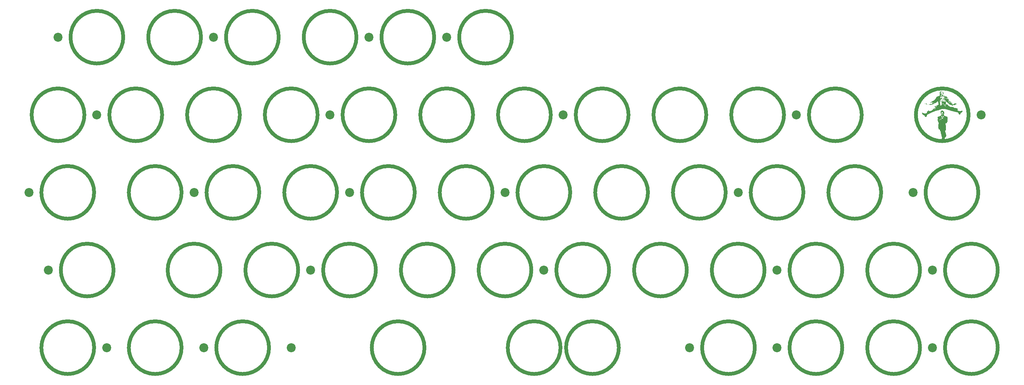
<source format=gbr>
%TF.GenerationSoftware,KiCad,Pcbnew,8.0.5*%
%TF.CreationDate,2024-12-22T13:35:09+01:00*%
%TF.ProjectId,the-nicholas-van V1,7468652d-6e69-4636-986f-6c61732d7661,rev?*%
%TF.SameCoordinates,Original*%
%TF.FileFunction,Legend,Top*%
%TF.FilePolarity,Positive*%
%FSLAX46Y46*%
G04 Gerber Fmt 4.6, Leading zero omitted, Abs format (unit mm)*
G04 Created by KiCad (PCBNEW 8.0.5) date 2024-12-22 13:35:09*
%MOMM*%
%LPD*%
G01*
G04 APERTURE LIST*
%ADD10C,0.900000*%
%ADD11C,0.000000*%
%ADD12C,2.200000*%
G04 APERTURE END LIST*
D10*
%TO.C,SW_EC23*%
X125529500Y-96837500D02*
G75*
G02*
X112595500Y-96837500I-6467000J0D01*
G01*
X112595500Y-96837500D02*
G75*
G02*
X125529500Y-96837500I6467000J0D01*
G01*
%TO.C,SW_EC26*%
X182679500Y-96837500D02*
G75*
G02*
X169745500Y-96837500I-6467000J0D01*
G01*
X169745500Y-96837500D02*
G75*
G02*
X182679500Y-96837500I6467000J0D01*
G01*
%TO.C,SW_EC31*%
X51710750Y-115887500D02*
G75*
G02*
X38776750Y-115887500I-6467000J0D01*
G01*
X38776750Y-115887500D02*
G75*
G02*
X51710750Y-115887500I6467000J0D01*
G01*
%TO.C,SW_EC32*%
X77904500Y-115887500D02*
G75*
G02*
X64970500Y-115887500I-6467000J0D01*
G01*
X64970500Y-115887500D02*
G75*
G02*
X77904500Y-115887500I6467000J0D01*
G01*
%TO.C,SW_EC50*%
X230304500Y-134937500D02*
G75*
G02*
X217370500Y-134937500I-6467000J0D01*
G01*
X217370500Y-134937500D02*
G75*
G02*
X230304500Y-134937500I6467000J0D01*
G01*
%TO.C,SW_EC10*%
X101717000Y-77787500D02*
G75*
G02*
X88783000Y-77787500I-6467000J0D01*
G01*
X88783000Y-77787500D02*
G75*
G02*
X101717000Y-77787500I6467000J0D01*
G01*
%TO.C,SW_EC11*%
X120767000Y-77787500D02*
G75*
G02*
X107833000Y-77787500I-6467000J0D01*
G01*
X107833000Y-77787500D02*
G75*
G02*
X120767000Y-77787500I6467000J0D01*
G01*
%TO.C,SW_EC25*%
X163629500Y-96837500D02*
G75*
G02*
X150695500Y-96837500I-6467000J0D01*
G01*
X150695500Y-96837500D02*
G75*
G02*
X163629500Y-96837500I6467000J0D01*
G01*
%TO.C,SW_EC39*%
X211254500Y-115887500D02*
G75*
G02*
X198320500Y-115887500I-6467000J0D01*
G01*
X198320500Y-115887500D02*
G75*
G02*
X211254500Y-115887500I6467000J0D01*
G01*
%TO.C,SW_EC28*%
X220779500Y-96837500D02*
G75*
G02*
X207845500Y-96837500I-6467000J0D01*
G01*
X207845500Y-96837500D02*
G75*
G02*
X220779500Y-96837500I6467000J0D01*
G01*
%TO.C,SW_EC21*%
X87429500Y-96837500D02*
G75*
G02*
X74495500Y-96837500I-6467000J0D01*
G01*
X74495500Y-96837500D02*
G75*
G02*
X87429500Y-96837500I6467000J0D01*
G01*
%TO.C,SW_EC9*%
X82667000Y-77787500D02*
G75*
G02*
X69733000Y-77787500I-6467000J0D01*
G01*
X69733000Y-77787500D02*
G75*
G02*
X82667000Y-77787500I6467000J0D01*
G01*
%TO.C,SW_EC52*%
X268404500Y-134937500D02*
G75*
G02*
X255470500Y-134937500I-6467000J0D01*
G01*
X255470500Y-134937500D02*
G75*
G02*
X268404500Y-134937500I6467000J0D01*
G01*
%TO.C,SW_EC7*%
X44567000Y-77787500D02*
G75*
G02*
X31633000Y-77787500I-6467000J0D01*
G01*
X31633000Y-77787500D02*
G75*
G02*
X44567000Y-77787500I6467000J0D01*
G01*
%TO.C,SW_EC35*%
X135054500Y-115887500D02*
G75*
G02*
X122120500Y-115887500I-6467000J0D01*
G01*
X122120500Y-115887500D02*
G75*
G02*
X135054500Y-115887500I6467000J0D01*
G01*
%TO.C,SW_EC19*%
X46948250Y-96837500D02*
G75*
G02*
X34014250Y-96837500I-6467000J0D01*
G01*
X34014250Y-96837500D02*
G75*
G02*
X46948250Y-96837500I6467000J0D01*
G01*
%TO.C,SW_EC34*%
X116004500Y-115887500D02*
G75*
G02*
X103070500Y-115887500I-6467000J0D01*
G01*
X103070500Y-115887500D02*
G75*
G02*
X116004500Y-115887500I6467000J0D01*
G01*
%TO.C,SW_EC4*%
X111242000Y-58737500D02*
G75*
G02*
X98308000Y-58737500I-6467000J0D01*
G01*
X98308000Y-58737500D02*
G75*
G02*
X111242000Y-58737500I6467000J0D01*
G01*
%TO.C,SW_EC37*%
X173154500Y-115887500D02*
G75*
G02*
X160220500Y-115887500I-6467000J0D01*
G01*
X160220500Y-115887500D02*
G75*
G02*
X173154500Y-115887500I6467000J0D01*
G01*
%TO.C,SW_EC38*%
X192204500Y-115887500D02*
G75*
G02*
X179270500Y-115887500I-6467000J0D01*
G01*
X179270500Y-115887500D02*
G75*
G02*
X192204500Y-115887500I6467000J0D01*
G01*
%TO.C,SW_EC16*%
X216017000Y-77787500D02*
G75*
G02*
X203083000Y-77787500I-6467000J0D01*
G01*
X203083000Y-77787500D02*
G75*
G02*
X216017000Y-77787500I6467000J0D01*
G01*
%TO.C,SW_EC5*%
X130292000Y-58737500D02*
G75*
G02*
X117358000Y-58737500I-6467000J0D01*
G01*
X117358000Y-58737500D02*
G75*
G02*
X130292000Y-58737500I6467000J0D01*
G01*
%TO.C,SW_EC43*%
X46948250Y-134937500D02*
G75*
G02*
X34014250Y-134937500I-6467000J0D01*
G01*
X34014250Y-134937500D02*
G75*
G02*
X46948250Y-134937500I6467000J0D01*
G01*
%TO.C,SW_EC29*%
X239829500Y-96837500D02*
G75*
G02*
X226895500Y-96837500I-6467000J0D01*
G01*
X226895500Y-96837500D02*
G75*
G02*
X239829500Y-96837500I6467000J0D01*
G01*
%TO.C,SW_EC42*%
X268404500Y-115887500D02*
G75*
G02*
X255470500Y-115887500I-6467000J0D01*
G01*
X255470500Y-115887500D02*
G75*
G02*
X268404500Y-115887500I6467000J0D01*
G01*
%TO.C,SW_EC30*%
X263642000Y-96837500D02*
G75*
G02*
X250708000Y-96837500I-6467000J0D01*
G01*
X250708000Y-96837500D02*
G75*
G02*
X263642000Y-96837500I6467000J0D01*
G01*
%TO.C,SW_EC2*%
X73142000Y-58737500D02*
G75*
G02*
X60208000Y-58737500I-6467000J0D01*
G01*
X60208000Y-58737500D02*
G75*
G02*
X73142000Y-58737500I6467000J0D01*
G01*
%TO.C,SW_EC20*%
X68379500Y-96837500D02*
G75*
G02*
X55445500Y-96837500I-6467000J0D01*
G01*
X55445500Y-96837500D02*
G75*
G02*
X68379500Y-96837500I6467000J0D01*
G01*
%TO.C,SW_EC12*%
X139817000Y-77787500D02*
G75*
G02*
X126883000Y-77787500I-6467000J0D01*
G01*
X126883000Y-77787500D02*
G75*
G02*
X139817000Y-77787500I6467000J0D01*
G01*
%TO.C,SW_EC36*%
X154104500Y-115887500D02*
G75*
G02*
X141170500Y-115887500I-6467000J0D01*
G01*
X141170500Y-115887500D02*
G75*
G02*
X154104500Y-115887500I6467000J0D01*
G01*
%TO.C,SW_EC17*%
X235067000Y-77787500D02*
G75*
G02*
X222133000Y-77787500I-6467000J0D01*
G01*
X222133000Y-77787500D02*
G75*
G02*
X235067000Y-77787500I6467000J0D01*
G01*
%TO.C,SW_EC13*%
X158867000Y-77787500D02*
G75*
G02*
X145933000Y-77787500I-6467000J0D01*
G01*
X145933000Y-77787500D02*
G75*
G02*
X158867000Y-77787500I6467000J0D01*
G01*
%TO.C,SW_EC3*%
X92192000Y-58737500D02*
G75*
G02*
X79258000Y-58737500I-6467000J0D01*
G01*
X79258000Y-58737500D02*
G75*
G02*
X92192000Y-58737500I6467000J0D01*
G01*
%TO.C,SW_EC14*%
X177917000Y-77787500D02*
G75*
G02*
X164983000Y-77787500I-6467000J0D01*
G01*
X164983000Y-77787500D02*
G75*
G02*
X177917000Y-77787500I6467000J0D01*
G01*
%TO.C,SW_EC49*%
X208873250Y-134937500D02*
G75*
G02*
X195939250Y-134937500I-6467000J0D01*
G01*
X195939250Y-134937500D02*
G75*
G02*
X208873250Y-134937500I6467000J0D01*
G01*
%TO.C,SW_EC41*%
X249354500Y-115887500D02*
G75*
G02*
X236420500Y-115887500I-6467000J0D01*
G01*
X236420500Y-115887500D02*
G75*
G02*
X249354500Y-115887500I6467000J0D01*
G01*
%TO.C,SW_EC47*%
X161248250Y-134937500D02*
G75*
G02*
X148314250Y-134937500I-6467000J0D01*
G01*
X148314250Y-134937500D02*
G75*
G02*
X161248250Y-134937500I6467000J0D01*
G01*
%TO.C,SW_EC48*%
X175535750Y-134937500D02*
G75*
G02*
X162601750Y-134937500I-6467000J0D01*
G01*
X162601750Y-134937500D02*
G75*
G02*
X175535750Y-134937500I6467000J0D01*
G01*
%TO.C,SW_EC40*%
X230304500Y-115887500D02*
G75*
G02*
X217370500Y-115887500I-6467000J0D01*
G01*
X217370500Y-115887500D02*
G75*
G02*
X230304500Y-115887500I6467000J0D01*
G01*
%TO.C,SW_EC45*%
X89810750Y-134937500D02*
G75*
G02*
X76876750Y-134937500I-6467000J0D01*
G01*
X76876750Y-134937500D02*
G75*
G02*
X89810750Y-134937500I6467000J0D01*
G01*
%TO.C,SW_EC24*%
X144579500Y-96837500D02*
G75*
G02*
X131645500Y-96837500I-6467000J0D01*
G01*
X131645500Y-96837500D02*
G75*
G02*
X144579500Y-96837500I6467000J0D01*
G01*
%TO.C,SW_EC6*%
X149342000Y-58737500D02*
G75*
G02*
X136408000Y-58737500I-6467000J0D01*
G01*
X136408000Y-58737500D02*
G75*
G02*
X149342000Y-58737500I6467000J0D01*
G01*
%TO.C,SW_EC27*%
X201729500Y-96837500D02*
G75*
G02*
X188795500Y-96837500I-6467000J0D01*
G01*
X188795500Y-96837500D02*
G75*
G02*
X201729500Y-96837500I6467000J0D01*
G01*
%TO.C,SW_EC22*%
X106479500Y-96837500D02*
G75*
G02*
X93545500Y-96837500I-6467000J0D01*
G01*
X93545500Y-96837500D02*
G75*
G02*
X106479500Y-96837500I6467000J0D01*
G01*
D11*
%TO.C,G\u002A\u002A\u002A*%
G36*
X251647822Y-76814343D02*
G01*
X251641702Y-76820463D01*
X251635581Y-76814343D01*
X251641702Y-76808222D01*
X251647822Y-76814343D01*
G37*
G36*
X251684545Y-74880271D02*
G01*
X251678424Y-74886391D01*
X251672304Y-74880271D01*
X251678424Y-74874150D01*
X251684545Y-74880271D01*
G37*
G36*
X251745750Y-74941475D02*
G01*
X251739629Y-74947596D01*
X251733509Y-74941475D01*
X251739629Y-74935355D01*
X251745750Y-74941475D01*
G37*
G36*
X251757991Y-74880271D02*
G01*
X251751870Y-74886391D01*
X251745750Y-74880271D01*
X251751870Y-74874150D01*
X251757991Y-74880271D01*
G37*
G36*
X251770232Y-75014921D02*
G01*
X251764111Y-75021042D01*
X251757991Y-75014921D01*
X251764111Y-75008801D01*
X251770232Y-75014921D01*
G37*
G36*
X251831437Y-75125090D02*
G01*
X251825316Y-75131210D01*
X251819196Y-75125090D01*
X251825316Y-75118969D01*
X251831437Y-75125090D01*
G37*
G36*
X251843677Y-75149572D02*
G01*
X251837557Y-75155692D01*
X251831437Y-75149572D01*
X251837557Y-75143451D01*
X251843677Y-75149572D01*
G37*
G36*
X251855918Y-76789861D02*
G01*
X251849798Y-76795981D01*
X251843677Y-76789861D01*
X251849798Y-76783740D01*
X251855918Y-76789861D01*
G37*
G36*
X251868159Y-75076126D02*
G01*
X251862039Y-75082246D01*
X251855918Y-75076126D01*
X251862039Y-75070006D01*
X251868159Y-75076126D01*
G37*
G36*
X251892641Y-74990439D02*
G01*
X251886521Y-74996560D01*
X251880400Y-74990439D01*
X251886521Y-74984319D01*
X251892641Y-74990439D01*
G37*
G36*
X251892641Y-75063885D02*
G01*
X251886521Y-75070006D01*
X251880400Y-75063885D01*
X251886521Y-75057765D01*
X251892641Y-75063885D01*
G37*
G36*
X251892641Y-75112849D02*
G01*
X251886521Y-75118969D01*
X251880400Y-75112849D01*
X251886521Y-75106728D01*
X251892641Y-75112849D01*
G37*
G36*
X251904882Y-75088367D02*
G01*
X251898762Y-75094487D01*
X251892641Y-75088367D01*
X251898762Y-75082246D01*
X251904882Y-75088367D01*
G37*
G36*
X251904882Y-75149572D02*
G01*
X251898762Y-75155692D01*
X251892641Y-75149572D01*
X251898762Y-75143451D01*
X251904882Y-75149572D01*
G37*
G36*
X251929364Y-74904753D02*
G01*
X251923244Y-74910873D01*
X251917123Y-74904753D01*
X251923244Y-74898632D01*
X251929364Y-74904753D01*
G37*
G36*
X251929364Y-76728656D02*
G01*
X251923244Y-76734777D01*
X251917123Y-76728656D01*
X251923244Y-76722536D01*
X251929364Y-76728656D01*
G37*
G36*
X251929364Y-76826584D02*
G01*
X251923244Y-76832704D01*
X251917123Y-76826584D01*
X251923244Y-76820463D01*
X251929364Y-76826584D01*
G37*
G36*
X251941605Y-74880271D02*
G01*
X251935485Y-74886391D01*
X251929364Y-74880271D01*
X251935485Y-74874150D01*
X251941605Y-74880271D01*
G37*
G36*
X251941605Y-75088367D02*
G01*
X251935485Y-75094487D01*
X251929364Y-75088367D01*
X251935485Y-75082246D01*
X251941605Y-75088367D01*
G37*
G36*
X251966087Y-75112849D02*
G01*
X251959967Y-75118969D01*
X251953846Y-75112849D01*
X251959967Y-75106728D01*
X251966087Y-75112849D01*
G37*
G36*
X251978328Y-74929234D02*
G01*
X251972208Y-74935355D01*
X251966087Y-74929234D01*
X251972208Y-74923114D01*
X251978328Y-74929234D01*
G37*
G36*
X251990569Y-74843548D02*
G01*
X251984449Y-74849668D01*
X251978328Y-74843548D01*
X251984449Y-74837427D01*
X251990569Y-74843548D01*
G37*
G36*
X252002810Y-75137331D02*
G01*
X251996690Y-75143451D01*
X251990569Y-75137331D01*
X251996690Y-75131210D01*
X252002810Y-75137331D01*
G37*
G36*
X252039533Y-75027162D02*
G01*
X252033412Y-75033283D01*
X252027292Y-75027162D01*
X252033412Y-75021042D01*
X252039533Y-75027162D01*
G37*
G36*
X252039533Y-75076126D02*
G01*
X252033412Y-75082246D01*
X252027292Y-75076126D01*
X252033412Y-75070006D01*
X252039533Y-75076126D01*
G37*
G36*
X252051774Y-76557283D02*
G01*
X252045653Y-76563403D01*
X252039533Y-76557283D01*
X252045653Y-76551162D01*
X252051774Y-76557283D01*
G37*
G36*
X252076256Y-74892512D02*
G01*
X252070135Y-74898632D01*
X252064015Y-74892512D01*
X252070135Y-74886391D01*
X252076256Y-74892512D01*
G37*
G36*
X252088497Y-74794584D02*
G01*
X252082376Y-74800704D01*
X252076256Y-74794584D01*
X252082376Y-74788463D01*
X252088497Y-74794584D01*
G37*
G36*
X252088497Y-74855789D02*
G01*
X252082376Y-74861909D01*
X252076256Y-74855789D01*
X252082376Y-74849668D01*
X252088497Y-74855789D01*
G37*
G36*
X252125220Y-74916993D02*
G01*
X252119099Y-74923114D01*
X252112979Y-74916993D01*
X252119099Y-74910873D01*
X252125220Y-74916993D01*
G37*
G36*
X252125220Y-76606246D02*
G01*
X252119099Y-76612367D01*
X252112979Y-76606246D01*
X252119099Y-76600126D01*
X252125220Y-76606246D01*
G37*
G36*
X252137461Y-74868030D02*
G01*
X252131340Y-74874150D01*
X252125220Y-74868030D01*
X252131340Y-74861909D01*
X252137461Y-74868030D01*
G37*
G36*
X252149702Y-76630728D02*
G01*
X252143581Y-76636849D01*
X252137461Y-76630728D01*
X252143581Y-76624608D01*
X252149702Y-76630728D01*
G37*
G36*
X252174183Y-74745620D02*
G01*
X252168063Y-74751740D01*
X252161943Y-74745620D01*
X252168063Y-74739500D01*
X252174183Y-74745620D01*
G37*
G36*
X252174183Y-76642969D02*
G01*
X252168063Y-76649090D01*
X252161943Y-76642969D01*
X252168063Y-76636849D01*
X252174183Y-76642969D01*
G37*
G36*
X252186424Y-75027162D02*
G01*
X252180304Y-75033283D01*
X252174183Y-75027162D01*
X252180304Y-75021042D01*
X252186424Y-75027162D01*
G37*
G36*
X252210906Y-75063885D02*
G01*
X252204786Y-75070006D01*
X252198665Y-75063885D01*
X252204786Y-75057765D01*
X252210906Y-75063885D01*
G37*
G36*
X252223147Y-74770102D02*
G01*
X252217027Y-74776222D01*
X252210906Y-74770102D01*
X252217027Y-74763981D01*
X252223147Y-74770102D01*
G37*
G36*
X252223147Y-75088367D02*
G01*
X252217027Y-75094487D01*
X252210906Y-75088367D01*
X252217027Y-75082246D01*
X252223147Y-75088367D01*
G37*
G36*
X252223147Y-76606246D02*
G01*
X252217027Y-76612367D01*
X252210906Y-76606246D01*
X252217027Y-76600126D01*
X252223147Y-76606246D01*
G37*
G36*
X252235388Y-74733379D02*
G01*
X252229268Y-74739500D01*
X252223147Y-74733379D01*
X252229268Y-74727259D01*
X252235388Y-74733379D01*
G37*
G36*
X252247629Y-74929234D02*
G01*
X252241509Y-74935355D01*
X252235388Y-74929234D01*
X252241509Y-74923114D01*
X252247629Y-74929234D01*
G37*
G36*
X252247629Y-76667451D02*
G01*
X252241509Y-76673572D01*
X252235388Y-76667451D01*
X252241509Y-76661331D01*
X252247629Y-76667451D01*
G37*
G36*
X252308834Y-76569524D02*
G01*
X252302714Y-76575644D01*
X252296593Y-76569524D01*
X252302714Y-76563403D01*
X252308834Y-76569524D01*
G37*
G36*
X252333316Y-76545042D02*
G01*
X252327196Y-76551162D01*
X252321075Y-76545042D01*
X252327196Y-76538921D01*
X252333316Y-76545042D01*
G37*
G36*
X252357798Y-74806825D02*
G01*
X252351677Y-74812945D01*
X252345557Y-74806825D01*
X252351677Y-74800704D01*
X252357798Y-74806825D01*
G37*
G36*
X252357798Y-76569524D02*
G01*
X252351677Y-76575644D01*
X252345557Y-76569524D01*
X252351677Y-76563403D01*
X252357798Y-76569524D01*
G37*
G36*
X252382280Y-76447114D02*
G01*
X252376159Y-76453234D01*
X252370039Y-76447114D01*
X252376159Y-76440993D01*
X252382280Y-76447114D01*
G37*
G36*
X252406762Y-74782343D02*
G01*
X252400641Y-74788463D01*
X252394521Y-74782343D01*
X252400641Y-74776222D01*
X252406762Y-74782343D01*
G37*
G36*
X252406762Y-75027162D02*
G01*
X252400641Y-75033283D01*
X252394521Y-75027162D01*
X252400641Y-75021042D01*
X252406762Y-75027162D01*
G37*
G36*
X252406762Y-76422632D02*
G01*
X252400641Y-76428753D01*
X252394521Y-76422632D01*
X252400641Y-76416512D01*
X252406762Y-76422632D01*
G37*
G36*
X252455726Y-76373668D02*
G01*
X252449605Y-76379789D01*
X252443485Y-76373668D01*
X252449605Y-76367548D01*
X252455726Y-76373668D01*
G37*
G36*
X252455726Y-76422632D02*
G01*
X252449605Y-76428753D01*
X252443485Y-76422632D01*
X252449605Y-76416512D01*
X252455726Y-76422632D01*
G37*
G36*
X252455726Y-76459355D02*
G01*
X252449605Y-76465475D01*
X252443485Y-76459355D01*
X252449605Y-76453234D01*
X252455726Y-76459355D01*
G37*
G36*
X252480208Y-74892512D02*
G01*
X252474087Y-74898632D01*
X252467967Y-74892512D01*
X252474087Y-74886391D01*
X252480208Y-74892512D01*
G37*
G36*
X252480208Y-76398150D02*
G01*
X252474087Y-76404271D01*
X252467967Y-76398150D01*
X252474087Y-76392030D01*
X252480208Y-76398150D01*
G37*
G36*
X252504690Y-76422632D02*
G01*
X252498569Y-76428753D01*
X252492449Y-76422632D01*
X252498569Y-76416512D01*
X252504690Y-76422632D01*
G37*
G36*
X252516930Y-76349186D02*
G01*
X252510810Y-76355307D01*
X252504690Y-76349186D01*
X252510810Y-76343066D01*
X252516930Y-76349186D01*
G37*
G36*
X252553653Y-74904753D02*
G01*
X252547533Y-74910873D01*
X252541412Y-74904753D01*
X252547533Y-74898632D01*
X252553653Y-74904753D01*
G37*
G36*
X252639340Y-74941475D02*
G01*
X252633220Y-74947596D01*
X252627099Y-74941475D01*
X252633220Y-74935355D01*
X252639340Y-74941475D01*
G37*
G36*
X252651581Y-74868030D02*
G01*
X252645461Y-74874150D01*
X252639340Y-74868030D01*
X252645461Y-74861909D01*
X252651581Y-74868030D01*
G37*
G36*
X252676063Y-74892512D02*
G01*
X252669943Y-74898632D01*
X252663822Y-74892512D01*
X252669943Y-74886391D01*
X252676063Y-74892512D01*
G37*
G36*
X252859677Y-76226777D02*
G01*
X252853557Y-76232897D01*
X252847437Y-76226777D01*
X252853557Y-76220656D01*
X252859677Y-76226777D01*
G37*
G36*
X252871918Y-76177813D02*
G01*
X252865798Y-76183933D01*
X252859677Y-76177813D01*
X252865798Y-76171692D01*
X252871918Y-76177813D01*
G37*
G36*
X253055533Y-76177813D02*
G01*
X253049412Y-76183933D01*
X253043292Y-76177813D01*
X253049412Y-76171692D01*
X253055533Y-76177813D01*
G37*
G36*
X253373798Y-75553524D02*
G01*
X253367677Y-75559644D01*
X253361557Y-75553524D01*
X253367677Y-75547403D01*
X253373798Y-75553524D01*
G37*
G36*
X253386039Y-75798343D02*
G01*
X253379918Y-75804463D01*
X253373798Y-75798343D01*
X253379918Y-75792222D01*
X253386039Y-75798343D01*
G37*
G36*
X254940641Y-73790825D02*
G01*
X254934521Y-73796945D01*
X254928400Y-73790825D01*
X254934521Y-73784704D01*
X254940641Y-73790825D01*
G37*
G36*
X254952882Y-77463114D02*
G01*
X254946762Y-77469234D01*
X254940641Y-77463114D01*
X254946762Y-77456993D01*
X254952882Y-77463114D01*
G37*
G36*
X255001846Y-74647692D02*
G01*
X254995726Y-74653813D01*
X254989605Y-74647692D01*
X254995726Y-74641572D01*
X255001846Y-74647692D01*
G37*
G36*
X255038569Y-74133572D02*
G01*
X255032449Y-74139692D01*
X255026328Y-74133572D01*
X255032449Y-74127451D01*
X255038569Y-74133572D01*
G37*
G36*
X255075292Y-73374632D02*
G01*
X255069171Y-73380753D01*
X255063051Y-73374632D01*
X255069171Y-73368512D01*
X255075292Y-73374632D01*
G37*
G36*
X255099774Y-73460319D02*
G01*
X255093653Y-73466439D01*
X255087533Y-73460319D01*
X255093653Y-73454198D01*
X255099774Y-73460319D01*
G37*
G36*
X255099774Y-73570487D02*
G01*
X255093653Y-73576608D01*
X255087533Y-73570487D01*
X255093653Y-73564367D01*
X255099774Y-73570487D01*
G37*
G36*
X255099774Y-74304945D02*
G01*
X255093653Y-74311066D01*
X255087533Y-74304945D01*
X255093653Y-74298825D01*
X255099774Y-74304945D01*
G37*
G36*
X255112015Y-73484801D02*
G01*
X255105894Y-73490921D01*
X255099774Y-73484801D01*
X255105894Y-73478680D01*
X255112015Y-73484801D01*
G37*
G36*
X255124256Y-73521524D02*
G01*
X255118135Y-73527644D01*
X255112015Y-73521524D01*
X255118135Y-73515403D01*
X255124256Y-73521524D01*
G37*
G36*
X255124256Y-74415114D02*
G01*
X255118135Y-74421234D01*
X255112015Y-74415114D01*
X255118135Y-74408993D01*
X255124256Y-74415114D01*
G37*
G36*
X255136497Y-73374632D02*
G01*
X255130376Y-73380753D01*
X255124256Y-73374632D01*
X255130376Y-73368512D01*
X255136497Y-73374632D01*
G37*
G36*
X255136497Y-73448078D02*
G01*
X255130376Y-73454198D01*
X255124256Y-73448078D01*
X255130376Y-73441957D01*
X255136497Y-73448078D01*
G37*
G36*
X255148738Y-73484801D02*
G01*
X255142617Y-73490921D01*
X255136497Y-73484801D01*
X255142617Y-73478680D01*
X255148738Y-73484801D01*
G37*
G36*
X255148738Y-73509283D02*
G01*
X255142617Y-73515403D01*
X255136497Y-73509283D01*
X255142617Y-73503162D01*
X255148738Y-73509283D01*
G37*
G36*
X255148738Y-73582728D02*
G01*
X255142617Y-73588849D01*
X255136497Y-73582728D01*
X255142617Y-73576608D01*
X255148738Y-73582728D01*
G37*
G36*
X255148738Y-74243740D02*
G01*
X255142617Y-74249861D01*
X255136497Y-74243740D01*
X255142617Y-74237620D01*
X255148738Y-74243740D01*
G37*
G36*
X255160979Y-73203259D02*
G01*
X255154858Y-73209379D01*
X255148738Y-73203259D01*
X255154858Y-73197138D01*
X255160979Y-73203259D01*
G37*
G36*
X255160979Y-73435837D02*
G01*
X255154858Y-73441957D01*
X255148738Y-73435837D01*
X255154858Y-73429716D01*
X255160979Y-73435837D01*
G37*
G36*
X255160979Y-73766343D02*
G01*
X255154858Y-73772463D01*
X255148738Y-73766343D01*
X255154858Y-73760222D01*
X255160979Y-73766343D01*
G37*
G36*
X255160979Y-74158054D02*
G01*
X255154858Y-74164174D01*
X255148738Y-74158054D01*
X255154858Y-74151933D01*
X255160979Y-74158054D01*
G37*
G36*
X255185461Y-73497042D02*
G01*
X255179340Y-73503162D01*
X255173220Y-73497042D01*
X255179340Y-73490921D01*
X255185461Y-73497042D01*
G37*
G36*
X255185461Y-74182536D02*
G01*
X255179340Y-74188656D01*
X255173220Y-74182536D01*
X255179340Y-74176415D01*
X255185461Y-74182536D01*
G37*
G36*
X255197702Y-73460319D02*
G01*
X255191581Y-73466439D01*
X255185461Y-73460319D01*
X255191581Y-73454198D01*
X255197702Y-73460319D01*
G37*
G36*
X255197702Y-73570487D02*
G01*
X255191581Y-73576608D01*
X255185461Y-73570487D01*
X255191581Y-73564367D01*
X255197702Y-73570487D01*
G37*
G36*
X255209943Y-73239981D02*
G01*
X255203822Y-73246102D01*
X255197702Y-73239981D01*
X255203822Y-73233861D01*
X255209943Y-73239981D01*
G37*
G36*
X255209943Y-73386873D02*
G01*
X255203822Y-73392993D01*
X255197702Y-73386873D01*
X255203822Y-73380753D01*
X255209943Y-73386873D01*
G37*
G36*
X255209943Y-74060126D02*
G01*
X255203822Y-74066246D01*
X255197702Y-74060126D01*
X255203822Y-74054006D01*
X255209943Y-74060126D01*
G37*
G36*
X255222183Y-73521524D02*
G01*
X255216063Y-73527644D01*
X255209943Y-73521524D01*
X255216063Y-73515403D01*
X255222183Y-73521524D01*
G37*
G36*
X255234424Y-73448078D02*
G01*
X255228304Y-73454198D01*
X255222183Y-73448078D01*
X255228304Y-73441957D01*
X255234424Y-73448078D01*
G37*
G36*
X255271147Y-74158054D02*
G01*
X255265027Y-74164174D01*
X255258906Y-74158054D01*
X255265027Y-74151933D01*
X255271147Y-74158054D01*
G37*
G36*
X255283388Y-73411355D02*
G01*
X255277268Y-73417475D01*
X255271147Y-73411355D01*
X255277268Y-73405234D01*
X255283388Y-73411355D01*
G37*
G36*
X255283388Y-73509283D02*
G01*
X255277268Y-73515403D01*
X255271147Y-73509283D01*
X255277268Y-73503162D01*
X255283388Y-73509283D01*
G37*
G36*
X255295629Y-73288945D02*
G01*
X255289509Y-73295066D01*
X255283388Y-73288945D01*
X255289509Y-73282825D01*
X255295629Y-73288945D01*
G37*
G36*
X255295629Y-73680656D02*
G01*
X255289509Y-73686777D01*
X255283388Y-73680656D01*
X255289509Y-73674536D01*
X255295629Y-73680656D01*
G37*
G36*
X255332352Y-73374632D02*
G01*
X255326232Y-73380753D01*
X255320111Y-73374632D01*
X255326232Y-73368512D01*
X255332352Y-73374632D01*
G37*
G36*
X255381316Y-73386873D02*
G01*
X255375196Y-73392993D01*
X255369075Y-73386873D01*
X255375196Y-73380753D01*
X255381316Y-73386873D01*
G37*
G36*
X255577171Y-73582728D02*
G01*
X255571051Y-73588849D01*
X255564930Y-73582728D01*
X255571051Y-73576608D01*
X255577171Y-73582728D01*
G37*
G36*
X255601653Y-73337909D02*
G01*
X255595533Y-73344030D01*
X255589412Y-73337909D01*
X255595533Y-73331789D01*
X255601653Y-73337909D01*
G37*
G36*
X255601653Y-73582728D02*
G01*
X255595533Y-73588849D01*
X255589412Y-73582728D01*
X255595533Y-73576608D01*
X255601653Y-73582728D01*
G37*
G36*
X255662858Y-73692897D02*
G01*
X255656738Y-73699018D01*
X255650617Y-73692897D01*
X255656738Y-73686777D01*
X255662858Y-73692897D01*
G37*
G36*
X255834232Y-73264463D02*
G01*
X255828111Y-73270584D01*
X255821991Y-73264463D01*
X255828111Y-73258343D01*
X255834232Y-73264463D01*
G37*
G36*
X255907677Y-73362391D02*
G01*
X255901557Y-73368512D01*
X255895437Y-73362391D01*
X255901557Y-73356271D01*
X255907677Y-73362391D01*
G37*
G36*
X255932159Y-73705138D02*
G01*
X255926039Y-73711259D01*
X255919918Y-73705138D01*
X255926039Y-73699018D01*
X255932159Y-73705138D01*
G37*
G36*
X256556449Y-74366150D02*
G01*
X256550328Y-74372271D01*
X256544208Y-74366150D01*
X256550328Y-74360030D01*
X256556449Y-74366150D01*
G37*
G36*
X256580930Y-74366150D02*
G01*
X256574810Y-74372271D01*
X256568690Y-74366150D01*
X256574810Y-74360030D01*
X256580930Y-74366150D01*
G37*
G36*
X257119533Y-74770102D02*
G01*
X257113412Y-74776222D01*
X257107292Y-74770102D01*
X257113412Y-74763981D01*
X257119533Y-74770102D01*
G37*
G36*
X257156256Y-74929234D02*
G01*
X257150135Y-74935355D01*
X257144015Y-74929234D01*
X257150135Y-74923114D01*
X257156256Y-74929234D01*
G37*
G36*
X257192979Y-75027162D02*
G01*
X257186858Y-75033283D01*
X257180738Y-75027162D01*
X257186858Y-75021042D01*
X257192979Y-75027162D01*
G37*
G36*
X257254183Y-75039403D02*
G01*
X257248063Y-75045524D01*
X257241943Y-75039403D01*
X257248063Y-75033283D01*
X257254183Y-75039403D01*
G37*
G36*
X251729428Y-74878230D02*
G01*
X251727748Y-74885508D01*
X251721268Y-74886391D01*
X251711192Y-74881912D01*
X251713107Y-74878230D01*
X251727634Y-74876765D01*
X251729428Y-74878230D01*
G37*
G36*
X251753910Y-74902712D02*
G01*
X251752230Y-74909990D01*
X251745750Y-74910873D01*
X251735674Y-74906394D01*
X251737589Y-74902712D01*
X251752116Y-74901247D01*
X251753910Y-74902712D01*
G37*
G36*
X251778392Y-76775580D02*
G01*
X251776712Y-76782857D01*
X251770232Y-76783740D01*
X251760156Y-76779262D01*
X251762071Y-76775580D01*
X251776598Y-76774115D01*
X251778392Y-76775580D01*
G37*
G36*
X251790633Y-76922471D02*
G01*
X251788953Y-76929749D01*
X251782473Y-76930632D01*
X251772397Y-76926153D01*
X251774312Y-76922471D01*
X251788839Y-76921006D01*
X251790633Y-76922471D01*
G37*
G36*
X251802874Y-74914953D02*
G01*
X251804339Y-74929480D01*
X251802874Y-74931275D01*
X251795597Y-74929594D01*
X251794714Y-74923114D01*
X251799192Y-74913038D01*
X251802874Y-74914953D01*
G37*
G36*
X251815115Y-75098568D02*
G01*
X251813435Y-75105845D01*
X251806955Y-75106728D01*
X251796879Y-75102250D01*
X251798794Y-75098568D01*
X251813321Y-75097103D01*
X251815115Y-75098568D01*
G37*
G36*
X251815115Y-76763339D02*
G01*
X251813435Y-76770616D01*
X251806955Y-76771500D01*
X251796879Y-76767021D01*
X251798794Y-76763339D01*
X251813321Y-76761874D01*
X251815115Y-76763339D01*
G37*
G36*
X251876320Y-75147532D02*
G01*
X251874640Y-75154809D01*
X251868159Y-75155692D01*
X251858084Y-75151213D01*
X251859999Y-75147532D01*
X251874526Y-75146067D01*
X251876320Y-75147532D01*
G37*
G36*
X251925284Y-74853748D02*
G01*
X251923604Y-74861026D01*
X251917123Y-74861909D01*
X251907048Y-74857430D01*
X251908963Y-74853748D01*
X251923490Y-74852283D01*
X251925284Y-74853748D01*
G37*
G36*
X251925284Y-75110809D02*
G01*
X251923604Y-75118086D01*
X251917123Y-75118969D01*
X251907048Y-75114491D01*
X251908963Y-75110809D01*
X251923490Y-75109344D01*
X251925284Y-75110809D01*
G37*
G36*
X251962007Y-74902712D02*
G01*
X251960326Y-74909990D01*
X251953846Y-74910873D01*
X251943770Y-74906394D01*
X251945685Y-74902712D01*
X251960213Y-74901247D01*
X251962007Y-74902712D01*
G37*
G36*
X251962007Y-76665411D02*
G01*
X251960326Y-76672688D01*
X251953846Y-76673572D01*
X251943770Y-76669093D01*
X251945685Y-76665411D01*
X251960213Y-76663946D01*
X251962007Y-76665411D01*
G37*
G36*
X251974248Y-75135291D02*
G01*
X251972567Y-75142568D01*
X251966087Y-75143451D01*
X251956011Y-75138973D01*
X251957926Y-75135291D01*
X251972454Y-75133826D01*
X251974248Y-75135291D01*
G37*
G36*
X252072175Y-76738857D02*
G01*
X252070495Y-76746134D01*
X252064015Y-76747018D01*
X252053939Y-76742539D01*
X252055854Y-76738857D01*
X252070381Y-76737392D01*
X252072175Y-76738857D01*
G37*
G36*
X252096657Y-75098568D02*
G01*
X252094977Y-75105845D01*
X252088497Y-75106728D01*
X252078421Y-75102250D01*
X252080336Y-75098568D01*
X252094863Y-75097103D01*
X252096657Y-75098568D01*
G37*
G36*
X252108898Y-74878230D02*
G01*
X252107218Y-74885508D01*
X252100738Y-74886391D01*
X252090662Y-74881912D01*
X252092577Y-74878230D01*
X252107104Y-74876765D01*
X252108898Y-74878230D01*
G37*
G36*
X252121139Y-75086327D02*
G01*
X252122604Y-75100854D01*
X252121139Y-75102648D01*
X252113862Y-75100968D01*
X252112979Y-75094487D01*
X252117457Y-75084412D01*
X252121139Y-75086327D01*
G37*
G36*
X252145621Y-74768062D02*
G01*
X252143941Y-74775339D01*
X252137461Y-74776222D01*
X252127385Y-74771744D01*
X252129300Y-74768062D01*
X252143827Y-74766597D01*
X252145621Y-74768062D01*
G37*
G36*
X252243549Y-75049604D02*
G01*
X252241869Y-75056881D01*
X252235388Y-75057765D01*
X252225313Y-75053286D01*
X252227228Y-75049604D01*
X252241755Y-75048139D01*
X252243549Y-75049604D01*
G37*
G36*
X252255790Y-76567483D02*
G01*
X252254110Y-76574761D01*
X252247629Y-76575644D01*
X252237554Y-76571165D01*
X252239469Y-76567483D01*
X252253996Y-76566018D01*
X252255790Y-76567483D01*
G37*
G36*
X252280272Y-75049604D02*
G01*
X252278592Y-75056881D01*
X252272111Y-75057765D01*
X252262035Y-75053286D01*
X252263951Y-75049604D01*
X252278478Y-75048139D01*
X252280272Y-75049604D01*
G37*
G36*
X252280272Y-76640929D02*
G01*
X252278592Y-76648206D01*
X252272111Y-76649090D01*
X252262035Y-76644611D01*
X252263951Y-76640929D01*
X252278478Y-76639464D01*
X252280272Y-76640929D01*
G37*
G36*
X252378200Y-74914953D02*
G01*
X252376519Y-74922231D01*
X252370039Y-74923114D01*
X252359963Y-74918635D01*
X252361878Y-74914953D01*
X252376405Y-74913488D01*
X252378200Y-74914953D01*
G37*
G36*
X252818874Y-76224736D02*
G01*
X252817194Y-76232014D01*
X252810714Y-76232897D01*
X252800638Y-76228418D01*
X252802553Y-76224736D01*
X252817080Y-76223271D01*
X252818874Y-76224736D01*
G37*
G36*
X252855597Y-74878230D02*
G01*
X252857062Y-74892758D01*
X252855597Y-74894552D01*
X252848320Y-74892871D01*
X252847437Y-74886391D01*
X252851915Y-74876315D01*
X252855597Y-74878230D01*
G37*
G36*
X254789669Y-73335869D02*
G01*
X254787989Y-73343146D01*
X254781509Y-73344030D01*
X254771433Y-73339551D01*
X254773348Y-73335869D01*
X254787875Y-73334404D01*
X254789669Y-73335869D01*
G37*
G36*
X254997766Y-75025122D02*
G01*
X254996086Y-75032399D01*
X254989605Y-75033283D01*
X254979529Y-75028804D01*
X254981445Y-75025122D01*
X254995972Y-75023657D01*
X254997766Y-75025122D01*
G37*
G36*
X255058971Y-74107050D02*
G01*
X255060436Y-74121577D01*
X255058971Y-74123371D01*
X255051693Y-74121691D01*
X255050810Y-74115210D01*
X255055289Y-74105135D01*
X255058971Y-74107050D01*
G37*
G36*
X255058971Y-74400833D02*
G01*
X255057290Y-74408110D01*
X255050810Y-74408993D01*
X255040734Y-74404515D01*
X255042649Y-74400833D01*
X255057177Y-74399368D01*
X255058971Y-74400833D01*
G37*
G36*
X255071212Y-74339628D02*
G01*
X255072677Y-74354155D01*
X255071212Y-74355949D01*
X255063934Y-74354269D01*
X255063051Y-74347789D01*
X255067530Y-74337713D01*
X255071212Y-74339628D01*
G37*
G36*
X255095694Y-73776544D02*
G01*
X255097159Y-73791071D01*
X255095694Y-73792865D01*
X255088416Y-73791185D01*
X255087533Y-73784704D01*
X255092012Y-73774629D01*
X255095694Y-73776544D01*
G37*
G36*
X255095694Y-74094809D02*
G01*
X255097159Y-74109336D01*
X255095694Y-74111130D01*
X255088416Y-74109450D01*
X255087533Y-74102969D01*
X255092012Y-74092894D01*
X255095694Y-74094809D01*
G37*
G36*
X255132416Y-74290664D02*
G01*
X255130736Y-74297941D01*
X255124256Y-74298825D01*
X255114180Y-74294346D01*
X255116095Y-74290664D01*
X255130622Y-74289199D01*
X255132416Y-74290664D01*
G37*
G36*
X255144657Y-73801026D02*
G01*
X255146122Y-73815553D01*
X255144657Y-73817347D01*
X255137380Y-73815667D01*
X255136497Y-73809186D01*
X255140976Y-73799111D01*
X255144657Y-73801026D01*
G37*
G36*
X255144657Y-74082568D02*
G01*
X255142977Y-74089845D01*
X255136497Y-74090728D01*
X255126421Y-74086250D01*
X255128336Y-74082568D01*
X255142863Y-74081103D01*
X255144657Y-74082568D01*
G37*
G36*
X255169139Y-73458279D02*
G01*
X255170604Y-73472806D01*
X255169139Y-73474600D01*
X255161862Y-73472920D01*
X255160979Y-73466439D01*
X255165457Y-73456364D01*
X255169139Y-73458279D01*
G37*
G36*
X255169139Y-73568447D02*
G01*
X255170604Y-73582974D01*
X255169139Y-73584769D01*
X255161862Y-73583088D01*
X255160979Y-73576608D01*
X255165457Y-73566532D01*
X255169139Y-73568447D01*
G37*
G36*
X255169139Y-73788785D02*
G01*
X255170604Y-73803312D01*
X255169139Y-73805106D01*
X255161862Y-73803426D01*
X255160979Y-73796945D01*
X255165457Y-73786870D01*
X255169139Y-73788785D01*
G37*
G36*
X255193621Y-73641893D02*
G01*
X255191941Y-73649170D01*
X255185461Y-73650054D01*
X255175385Y-73645575D01*
X255177300Y-73641893D01*
X255191827Y-73640428D01*
X255193621Y-73641893D01*
G37*
G36*
X255205862Y-73666375D02*
G01*
X255204182Y-73673652D01*
X255197702Y-73674536D01*
X255187626Y-73670057D01*
X255189541Y-73666375D01*
X255204068Y-73664910D01*
X255205862Y-73666375D01*
G37*
G36*
X255218103Y-73421556D02*
G01*
X255216423Y-73428833D01*
X255209943Y-73429716D01*
X255199867Y-73425238D01*
X255201782Y-73421556D01*
X255216309Y-73420091D01*
X255218103Y-73421556D01*
G37*
G36*
X255230344Y-74009122D02*
G01*
X255228664Y-74016399D01*
X255222183Y-74017283D01*
X255212108Y-74012804D01*
X255214023Y-74009122D01*
X255228550Y-74007657D01*
X255230344Y-74009122D01*
G37*
G36*
X255254826Y-73543965D02*
G01*
X255256291Y-73558493D01*
X255254826Y-73560287D01*
X255247549Y-73558606D01*
X255246665Y-73552126D01*
X255251144Y-73542050D01*
X255254826Y-73543965D01*
G37*
G36*
X255267067Y-73348110D02*
G01*
X255265387Y-73355387D01*
X255258906Y-73356271D01*
X255248831Y-73351792D01*
X255250746Y-73348110D01*
X255265273Y-73346645D01*
X255267067Y-73348110D01*
G37*
G36*
X255267067Y-73470520D02*
G01*
X255268532Y-73485047D01*
X255267067Y-73486841D01*
X255259790Y-73485161D01*
X255258906Y-73478680D01*
X255263385Y-73468605D01*
X255267067Y-73470520D01*
G37*
G36*
X255291549Y-73433797D02*
G01*
X255293014Y-73448324D01*
X255291549Y-73450118D01*
X255284272Y-73448438D01*
X255283388Y-73441957D01*
X255287867Y-73431882D01*
X255291549Y-73433797D01*
G37*
G36*
X255291549Y-73752062D02*
G01*
X255289869Y-73759339D01*
X255283388Y-73760222D01*
X255273313Y-73755744D01*
X255275228Y-73752062D01*
X255289755Y-73750597D01*
X255291549Y-73752062D01*
G37*
G36*
X255303790Y-74266182D02*
G01*
X255302110Y-74273459D01*
X255295629Y-74274343D01*
X255285554Y-74269864D01*
X255287469Y-74266182D01*
X255301996Y-74264717D01*
X255303790Y-74266182D01*
G37*
G36*
X255328272Y-73286905D02*
G01*
X255326592Y-73294182D01*
X255320111Y-73295066D01*
X255310035Y-73290587D01*
X255311951Y-73286905D01*
X255326478Y-73285440D01*
X255328272Y-73286905D01*
G37*
G36*
X255353519Y-73397839D02*
G01*
X255349868Y-73403403D01*
X255337453Y-73404268D01*
X255324391Y-73401279D01*
X255330057Y-73396872D01*
X255349188Y-73395413D01*
X255353519Y-73397839D01*
G37*
G36*
X255413959Y-73384833D02*
G01*
X255412278Y-73392110D01*
X255405798Y-73392993D01*
X255395722Y-73388515D01*
X255397637Y-73384833D01*
X255412164Y-73383368D01*
X255413959Y-73384833D01*
G37*
G36*
X255536368Y-73580688D02*
G01*
X255537833Y-73595215D01*
X255536368Y-73597010D01*
X255529091Y-73595329D01*
X255528208Y-73588849D01*
X255532686Y-73578773D01*
X255536368Y-73580688D01*
G37*
G36*
X255629196Y-73690911D02*
G01*
X255630733Y-73695378D01*
X255613894Y-73697085D01*
X255596517Y-73695161D01*
X255598593Y-73690911D01*
X255623655Y-73689294D01*
X255629196Y-73690911D01*
G37*
G36*
X255634296Y-73311387D02*
G01*
X255632616Y-73318664D01*
X255626135Y-73319548D01*
X255616060Y-73315069D01*
X255617975Y-73311387D01*
X255632502Y-73309922D01*
X255634296Y-73311387D01*
G37*
G36*
X255671019Y-73262423D02*
G01*
X255669339Y-73269700D01*
X255662858Y-73270584D01*
X255652782Y-73266105D01*
X255654698Y-73262423D01*
X255669225Y-73260958D01*
X255671019Y-73262423D01*
G37*
G36*
X255671019Y-73727580D02*
G01*
X255669339Y-73734857D01*
X255662858Y-73735740D01*
X255652782Y-73731262D01*
X255654698Y-73727580D01*
X255669225Y-73726115D01*
X255671019Y-73727580D01*
G37*
G36*
X255879115Y-73372592D02*
G01*
X255880580Y-73387119D01*
X255879115Y-73388913D01*
X255871838Y-73387233D01*
X255870955Y-73380753D01*
X255875433Y-73370677D01*
X255879115Y-73372592D01*
G37*
G36*
X255891356Y-73703098D02*
G01*
X255892821Y-73717625D01*
X255891356Y-73719419D01*
X255884079Y-73717739D01*
X255883196Y-73711259D01*
X255887674Y-73701183D01*
X255891356Y-73703098D01*
G37*
G36*
X255952561Y-73739821D02*
G01*
X255950881Y-73747098D01*
X255944400Y-73747981D01*
X255934325Y-73743503D01*
X255936240Y-73739821D01*
X255950767Y-73738356D01*
X255952561Y-73739821D01*
G37*
G36*
X256136175Y-72931917D02*
G01*
X256137640Y-72946444D01*
X256136175Y-72948238D01*
X256128898Y-72946558D01*
X256128015Y-72940078D01*
X256132494Y-72930002D01*
X256136175Y-72931917D01*
G37*
G36*
X257188898Y-74817026D02*
G01*
X257187218Y-74824303D01*
X257180738Y-74825186D01*
X257170662Y-74820707D01*
X257172577Y-74817026D01*
X257187104Y-74815561D01*
X257188898Y-74817026D01*
G37*
G36*
X257519404Y-76102327D02*
G01*
X257517724Y-76109604D01*
X257511244Y-76110487D01*
X257501168Y-76106009D01*
X257503083Y-76102327D01*
X257517610Y-76100862D01*
X257519404Y-76102327D01*
G37*
G36*
X258266103Y-75220977D02*
G01*
X258267568Y-75235505D01*
X258266103Y-75237299D01*
X258258826Y-75235618D01*
X258257943Y-75229138D01*
X258262421Y-75219062D01*
X258266103Y-75220977D01*
G37*
G36*
X251658172Y-74891343D02*
G01*
X251671313Y-74903668D01*
X251668617Y-74910754D01*
X251666906Y-74910873D01*
X251656552Y-74902178D01*
X251652774Y-74896741D01*
X251651331Y-74888364D01*
X251658172Y-74891343D01*
G37*
G36*
X251862864Y-74828623D02*
G01*
X251875244Y-74840196D01*
X251889834Y-74858104D01*
X251891449Y-74867181D01*
X251881764Y-74862614D01*
X251869388Y-74846051D01*
X251858935Y-74827683D01*
X251862864Y-74828623D01*
G37*
G36*
X252282461Y-74817897D02*
G01*
X252295499Y-74829276D01*
X252296593Y-74832029D01*
X252290784Y-74837060D01*
X252278689Y-74825787D01*
X252277063Y-74823295D01*
X252275620Y-74814918D01*
X252282461Y-74817897D01*
G37*
G36*
X252343666Y-76507150D02*
G01*
X252356807Y-76519475D01*
X252354111Y-76526561D01*
X252352400Y-76526680D01*
X252342046Y-76517986D01*
X252338268Y-76512548D01*
X252336825Y-76504171D01*
X252343666Y-76507150D01*
G37*
G36*
X252490557Y-76360258D02*
G01*
X252503698Y-76372584D01*
X252501003Y-76379670D01*
X252499291Y-76379789D01*
X252488938Y-76371094D01*
X252485159Y-76365656D01*
X252483716Y-76357280D01*
X252490557Y-76360258D01*
G37*
G36*
X252571379Y-76779070D02*
G01*
X252588609Y-76788948D01*
X252585723Y-76795335D01*
X252578858Y-76795981D01*
X252562259Y-76787091D01*
X252559861Y-76783881D01*
X252561831Y-76776925D01*
X252571379Y-76779070D01*
G37*
G36*
X254518720Y-75102452D02*
G01*
X254535392Y-75112025D01*
X254528268Y-75117825D01*
X254511485Y-75118969D01*
X254494418Y-75114450D01*
X254493516Y-75107263D01*
X254509440Y-75100594D01*
X254518720Y-75102452D01*
G37*
G36*
X254857109Y-78678581D02*
G01*
X254864390Y-78691036D01*
X254858381Y-78702615D01*
X254844118Y-78705572D01*
X254825892Y-78700127D01*
X254826245Y-78686693D01*
X254840264Y-78672809D01*
X254857109Y-78678581D01*
G37*
G36*
X255024437Y-74426186D02*
G01*
X255037578Y-74438511D01*
X255034882Y-74445597D01*
X255033171Y-74445716D01*
X255022817Y-74437022D01*
X255019039Y-74431584D01*
X255017596Y-74423208D01*
X255024437Y-74426186D01*
G37*
G36*
X255056844Y-74237760D02*
G01*
X255043751Y-74247908D01*
X255029721Y-74249610D01*
X255026328Y-74245050D01*
X255035930Y-74237188D01*
X255045325Y-74232949D01*
X255057961Y-74232094D01*
X255056844Y-74237760D01*
G37*
G36*
X255177587Y-73389688D02*
G01*
X255178529Y-73400218D01*
X255171466Y-73406577D01*
X255150095Y-73416629D01*
X255143083Y-73413097D01*
X255151315Y-73400399D01*
X255169155Y-73389031D01*
X255177587Y-73389688D01*
G37*
G36*
X257280609Y-74874442D02*
G01*
X257277632Y-74888466D01*
X257260951Y-74896469D01*
X257244618Y-74890555D01*
X257241943Y-74880271D01*
X257250742Y-74864836D01*
X257263364Y-74864239D01*
X257280609Y-74874442D01*
G37*
G36*
X258159922Y-75273256D02*
G01*
X258161534Y-75274838D01*
X258171203Y-75290887D01*
X258169892Y-75296787D01*
X258160786Y-75293114D01*
X258154681Y-75281690D01*
X258150954Y-75267389D01*
X258159922Y-75273256D01*
G37*
G36*
X251537298Y-76915465D02*
G01*
X251537653Y-76918391D01*
X251528338Y-76930276D01*
X251525412Y-76930632D01*
X251513527Y-76921317D01*
X251513171Y-76918391D01*
X251522487Y-76906506D01*
X251525412Y-76906150D01*
X251537298Y-76915465D01*
G37*
G36*
X251764423Y-74926955D02*
G01*
X251773292Y-74933794D01*
X251792323Y-74951661D01*
X251792240Y-74959636D01*
X251790092Y-74959837D01*
X251779874Y-74951472D01*
X251768670Y-74938415D01*
X251758084Y-74923916D01*
X251764423Y-74926955D01*
G37*
G36*
X251801065Y-75045901D02*
G01*
X251801164Y-75046058D01*
X251797135Y-75055282D01*
X251783195Y-75057765D01*
X251762881Y-75055793D01*
X251757991Y-75052954D01*
X251767648Y-75043689D01*
X251786877Y-75040561D01*
X251801065Y-75045901D01*
G37*
G36*
X251843322Y-74920188D02*
G01*
X251843677Y-74923114D01*
X251834362Y-74934999D01*
X251831437Y-74935355D01*
X251819551Y-74926040D01*
X251819196Y-74923114D01*
X251828511Y-74911229D01*
X251831437Y-74910873D01*
X251843322Y-74920188D01*
G37*
G36*
X251867804Y-74956911D02*
G01*
X251868159Y-74959837D01*
X251858844Y-74971722D01*
X251855918Y-74972078D01*
X251844033Y-74962763D01*
X251843677Y-74959837D01*
X251852993Y-74947952D01*
X251855918Y-74947596D01*
X251867804Y-74956911D01*
G37*
G36*
X251904882Y-74819066D02*
G01*
X251916560Y-74830066D01*
X251917123Y-74832029D01*
X251907653Y-74837287D01*
X251904882Y-74837427D01*
X251893112Y-74828017D01*
X251892641Y-74824464D01*
X251900141Y-74817153D01*
X251904882Y-74819066D01*
G37*
G36*
X251941073Y-74786218D02*
G01*
X251941605Y-74794584D01*
X251935199Y-74810877D01*
X251929748Y-74812945D01*
X251923013Y-74803973D01*
X251924938Y-74794584D01*
X251933626Y-74778478D01*
X251936794Y-74776222D01*
X251941073Y-74786218D01*
G37*
G36*
X251990569Y-75100608D02*
G01*
X252002247Y-75111608D01*
X252002810Y-75113571D01*
X251993339Y-75118829D01*
X251990569Y-75118969D01*
X251978798Y-75109559D01*
X251978328Y-75106006D01*
X251985827Y-75098695D01*
X251990569Y-75100608D01*
G37*
G36*
X251992783Y-74895441D02*
G01*
X251996409Y-74898399D01*
X252013386Y-74915652D01*
X252009473Y-74922725D01*
X252004120Y-74923114D01*
X251990973Y-74913303D01*
X251985478Y-74903021D01*
X251982339Y-74889806D01*
X251992783Y-74895441D01*
G37*
G36*
X251997001Y-75024883D02*
G01*
X252005870Y-75031721D01*
X252024901Y-75049588D01*
X252024818Y-75057564D01*
X252022670Y-75057765D01*
X252012452Y-75049399D01*
X252001249Y-75036343D01*
X251990662Y-75021844D01*
X251997001Y-75024883D01*
G37*
G36*
X252064015Y-75125090D02*
G01*
X252075692Y-75136090D01*
X252076256Y-75138053D01*
X252066785Y-75143311D01*
X252064015Y-75143451D01*
X252052244Y-75134041D01*
X252051774Y-75130488D01*
X252059273Y-75123177D01*
X252064015Y-75125090D01*
G37*
G36*
X252088497Y-74916993D02*
G01*
X252100174Y-74927993D01*
X252100738Y-74929957D01*
X252091267Y-74935215D01*
X252088497Y-74935355D01*
X252076726Y-74925945D01*
X252076256Y-74922392D01*
X252083755Y-74915081D01*
X252088497Y-74916993D01*
G37*
G36*
X252116133Y-75005895D02*
G01*
X252125220Y-75021042D01*
X252131241Y-75039867D01*
X252127078Y-75045524D01*
X252115297Y-75035331D01*
X252109432Y-75021042D01*
X252106135Y-75001403D01*
X252107573Y-74996560D01*
X252116133Y-75005895D01*
G37*
G36*
X252130339Y-76742207D02*
G01*
X252147149Y-76754180D01*
X252149702Y-76760568D01*
X252142497Y-76771030D01*
X252125730Y-76765186D01*
X252112979Y-76753138D01*
X252103311Y-76737961D01*
X252112342Y-76736185D01*
X252130339Y-76742207D01*
G37*
G36*
X252149203Y-76535566D02*
G01*
X252149702Y-76538921D01*
X252145525Y-76550844D01*
X252144304Y-76551162D01*
X252133853Y-76542584D01*
X252131340Y-76538921D01*
X252132311Y-76527641D01*
X252136738Y-76526680D01*
X252149203Y-76535566D01*
G37*
G36*
X252172450Y-74977035D02*
G01*
X252193739Y-74997708D01*
X252197149Y-75007122D01*
X252189369Y-75008801D01*
X252176733Y-74999530D01*
X252163153Y-74981259D01*
X252152154Y-74962567D01*
X252155191Y-74962090D01*
X252172450Y-74977035D01*
G37*
G36*
X252176984Y-76692353D02*
G01*
X252198097Y-76708429D01*
X252203455Y-76717362D01*
X252207257Y-76732743D01*
X252198878Y-76729310D01*
X252179827Y-76709768D01*
X252166073Y-76692895D01*
X252169424Y-76689836D01*
X252176984Y-76692353D01*
G37*
G36*
X252194233Y-76665020D02*
G01*
X252207846Y-76671998D01*
X252230864Y-76687153D01*
X252233632Y-76696331D01*
X252224646Y-76698054D01*
X252209002Y-76689624D01*
X252197104Y-76677688D01*
X252187175Y-76664118D01*
X252194233Y-76665020D01*
G37*
G36*
X252311078Y-74798052D02*
G01*
X252320431Y-74813633D01*
X252319239Y-74818862D01*
X252306450Y-74818483D01*
X252304754Y-74817026D01*
X252296683Y-74798181D01*
X252296593Y-74796216D01*
X252302804Y-74791665D01*
X252311078Y-74798052D01*
G37*
G36*
X252330053Y-74855464D02*
G01*
X252333316Y-74861909D01*
X252331436Y-74872598D01*
X252320839Y-74869419D01*
X252308834Y-74861909D01*
X252297581Y-74852423D01*
X252309150Y-74849895D01*
X252311894Y-74849856D01*
X252330053Y-74855464D01*
G37*
G36*
X252408517Y-76386258D02*
G01*
X252419003Y-76392030D01*
X252428801Y-76401729D01*
X252425123Y-76403896D01*
X252405007Y-76397801D01*
X252394521Y-76392030D01*
X252384723Y-76382330D01*
X252388400Y-76380164D01*
X252408517Y-76386258D01*
G37*
G36*
X252414795Y-74881649D02*
G01*
X252412882Y-74886391D01*
X252401882Y-74898069D01*
X252399919Y-74898632D01*
X252394661Y-74889161D01*
X252394521Y-74886391D01*
X252403931Y-74874620D01*
X252407484Y-74874150D01*
X252414795Y-74881649D01*
G37*
G36*
X252455726Y-74953716D02*
G01*
X252467403Y-74964716D01*
X252467967Y-74966680D01*
X252458496Y-74971937D01*
X252455726Y-74972078D01*
X252443955Y-74962668D01*
X252443485Y-74959114D01*
X252450984Y-74951804D01*
X252455726Y-74953716D01*
G37*
G36*
X252592131Y-74929584D02*
G01*
X252602617Y-74935355D01*
X252612415Y-74945054D01*
X252608738Y-74947221D01*
X252588621Y-74941126D01*
X252578135Y-74935355D01*
X252568337Y-74925656D01*
X252572015Y-74923489D01*
X252592131Y-74929584D01*
G37*
G36*
X254581446Y-74734758D02*
G01*
X254579533Y-74739500D01*
X254568533Y-74751177D01*
X254566569Y-74751740D01*
X254561312Y-74742270D01*
X254561171Y-74739500D01*
X254570582Y-74727729D01*
X254574135Y-74727259D01*
X254581446Y-74734758D01*
G37*
G36*
X255024947Y-74590282D02*
G01*
X255026328Y-74598728D01*
X255019718Y-74615018D01*
X255014087Y-74617090D01*
X255003227Y-74607175D01*
X255001846Y-74598728D01*
X255008456Y-74582439D01*
X255014087Y-74580367D01*
X255024947Y-74590282D01*
G37*
G36*
X255120048Y-74171673D02*
G01*
X255118135Y-74176415D01*
X255107135Y-74188093D01*
X255105172Y-74188656D01*
X255099914Y-74179185D01*
X255099774Y-74176415D01*
X255109184Y-74164645D01*
X255112737Y-74164174D01*
X255120048Y-74171673D01*
G37*
G36*
X255120096Y-73351572D02*
G01*
X255118135Y-73356271D01*
X255101920Y-73368055D01*
X255098329Y-73368512D01*
X255091692Y-73360970D01*
X255093653Y-73356271D01*
X255109869Y-73344487D01*
X255113460Y-73344030D01*
X255120096Y-73351572D01*
G37*
G36*
X255124115Y-73414705D02*
G01*
X255124256Y-73417475D01*
X255114846Y-73429246D01*
X255111292Y-73429716D01*
X255103982Y-73422217D01*
X255105894Y-73417475D01*
X255116894Y-73405798D01*
X255118858Y-73405234D01*
X255124115Y-73414705D01*
G37*
G36*
X255136356Y-73769693D02*
G01*
X255136497Y-73772463D01*
X255127086Y-73784234D01*
X255123533Y-73784704D01*
X255116223Y-73777205D01*
X255118135Y-73772463D01*
X255129135Y-73760786D01*
X255131099Y-73760222D01*
X255136356Y-73769693D01*
G37*
G36*
X255157048Y-73728926D02*
G01*
X255148738Y-73735740D01*
X255126422Y-73746099D01*
X255118135Y-73747607D01*
X255115946Y-73742555D01*
X255124256Y-73735740D01*
X255146571Y-73725382D01*
X255154858Y-73723874D01*
X255157048Y-73728926D01*
G37*
G36*
X255158949Y-74117829D02*
G01*
X255160979Y-74120021D01*
X255151407Y-74127914D01*
X255142617Y-74131878D01*
X255126855Y-74132132D01*
X255124256Y-74127067D01*
X255134176Y-74116546D01*
X255142617Y-74115210D01*
X255158949Y-74117829D01*
G37*
G36*
X255217593Y-73202264D02*
G01*
X255222183Y-73209379D01*
X255211931Y-73219325D01*
X255197702Y-73221620D01*
X255177810Y-73216494D01*
X255173220Y-73209379D01*
X255183472Y-73199433D01*
X255197702Y-73197138D01*
X255217593Y-73202264D01*
G37*
G36*
X255217976Y-74257360D02*
G01*
X255216063Y-74262102D01*
X255205063Y-74273780D01*
X255203100Y-74274343D01*
X255197842Y-74264872D01*
X255197702Y-74262102D01*
X255207112Y-74250331D01*
X255210665Y-74249861D01*
X255217976Y-74257360D01*
G37*
G36*
X255221304Y-74092897D02*
G01*
X255212406Y-74101359D01*
X255209943Y-74102969D01*
X255187515Y-74113783D01*
X255176810Y-74111986D01*
X255179340Y-74102969D01*
X255196809Y-74092318D01*
X255207605Y-74090916D01*
X255221304Y-74092897D01*
G37*
G36*
X255234203Y-74135664D02*
G01*
X255234424Y-74137652D01*
X255224518Y-74146785D01*
X255216601Y-74147853D01*
X255204258Y-74142547D01*
X255205083Y-74137652D01*
X255221228Y-74127552D01*
X255222906Y-74127451D01*
X255234203Y-74135664D01*
G37*
G36*
X255234284Y-73549356D02*
G01*
X255234424Y-73552126D01*
X255225014Y-73563897D01*
X255221461Y-73564367D01*
X255214150Y-73556868D01*
X255216063Y-73552126D01*
X255227063Y-73540448D01*
X255229026Y-73539885D01*
X255234284Y-73549356D01*
G37*
G36*
X255242110Y-73480655D02*
G01*
X255246665Y-73483373D01*
X255236572Y-73489803D01*
X255222183Y-73494468D01*
X255202664Y-73495154D01*
X255197702Y-73489775D01*
X255207964Y-73480757D01*
X255222183Y-73478680D01*
X255242110Y-73480655D01*
G37*
G36*
X255244636Y-74166793D02*
G01*
X255246665Y-74168985D01*
X255237094Y-74176878D01*
X255228304Y-74180842D01*
X255212542Y-74181096D01*
X255209943Y-74176031D01*
X255219863Y-74165510D01*
X255228304Y-74164174D01*
X255244636Y-74166793D01*
G37*
G36*
X255271007Y-74234850D02*
G01*
X255271147Y-74237620D01*
X255261737Y-74249391D01*
X255258184Y-74249861D01*
X255250873Y-74242362D01*
X255252786Y-74237620D01*
X255263786Y-74225942D01*
X255265749Y-74225379D01*
X255271007Y-74234850D01*
G37*
G36*
X255283248Y-73610561D02*
G01*
X255283388Y-73613331D01*
X255273978Y-73625101D01*
X255270425Y-73625572D01*
X255263114Y-73618073D01*
X255265027Y-73613331D01*
X255276027Y-73601653D01*
X255277990Y-73601090D01*
X255283248Y-73610561D01*
G37*
G36*
X255303662Y-73792204D02*
G01*
X255301750Y-73796945D01*
X255290750Y-73808623D01*
X255288786Y-73809186D01*
X255283529Y-73799716D01*
X255283388Y-73796945D01*
X255292799Y-73785175D01*
X255296352Y-73784704D01*
X255303662Y-73792204D01*
G37*
G36*
X255539071Y-73335781D02*
G01*
X255538109Y-73352252D01*
X255533793Y-73367723D01*
X255528195Y-73360602D01*
X255524498Y-73351458D01*
X255519781Y-73329778D01*
X255521799Y-73321876D01*
X255533023Y-73320384D01*
X255539071Y-73335781D01*
G37*
G36*
X255612559Y-73268263D02*
G01*
X255613894Y-73276704D01*
X255611275Y-73293036D01*
X255609083Y-73295066D01*
X255601190Y-73285494D01*
X255597227Y-73276704D01*
X255596972Y-73260942D01*
X255602038Y-73258343D01*
X255612559Y-73268263D01*
G37*
G36*
X255791845Y-73322044D02*
G01*
X255793255Y-73337753D01*
X255788084Y-73350804D01*
X255775862Y-73362949D01*
X255769408Y-73360318D01*
X255768286Y-73344020D01*
X255776459Y-73327165D01*
X255787892Y-73320046D01*
X255791845Y-73322044D01*
G37*
G36*
X255883055Y-73304536D02*
G01*
X255883196Y-73307307D01*
X255873785Y-73319077D01*
X255870232Y-73319548D01*
X255862921Y-73312048D01*
X255864834Y-73307307D01*
X255875834Y-73295629D01*
X255877797Y-73295066D01*
X255883055Y-73304536D01*
G37*
G36*
X255918157Y-73316202D02*
G01*
X255919918Y-73324946D01*
X255913527Y-73341694D01*
X255907677Y-73344030D01*
X255895787Y-73335244D01*
X255895437Y-73332511D01*
X255904334Y-73315933D01*
X255907677Y-73313427D01*
X255918157Y-73316202D01*
G37*
G36*
X255955594Y-73331789D02*
G01*
X255949813Y-73357920D01*
X255944400Y-73368512D01*
X255934996Y-73378309D01*
X255933207Y-73374632D01*
X255937327Y-73354854D01*
X255945076Y-73336369D01*
X255952491Y-73326762D01*
X255955594Y-73331789D01*
G37*
G36*
X256036986Y-73463195D02*
G01*
X256030087Y-73478680D01*
X256017446Y-73497918D01*
X256010864Y-73503162D01*
X256010947Y-73494166D01*
X256017846Y-73478680D01*
X256030488Y-73459443D01*
X256037069Y-73454198D01*
X256036986Y-73463195D01*
G37*
G36*
X257231026Y-75011543D02*
G01*
X257231538Y-75014921D01*
X257222008Y-75029274D01*
X257218379Y-75030936D01*
X257207217Y-75025027D01*
X257205220Y-75014921D01*
X257211431Y-74999686D01*
X257218379Y-74998906D01*
X257231026Y-75011543D01*
G37*
G36*
X257456159Y-74967651D02*
G01*
X257472266Y-74976340D01*
X257474521Y-74979508D01*
X257464525Y-74983787D01*
X257456159Y-74984319D01*
X257439866Y-74977913D01*
X257437798Y-74972462D01*
X257446771Y-74965727D01*
X257456159Y-74967651D01*
G37*
G36*
X258240777Y-75478952D02*
G01*
X258245702Y-75486198D01*
X258235839Y-75497177D01*
X258228063Y-75498439D01*
X258207222Y-75490979D01*
X258202858Y-75486198D01*
X258206606Y-75476564D01*
X258220497Y-75473957D01*
X258240777Y-75478952D01*
G37*
G36*
X251934680Y-75037486D02*
G01*
X251948351Y-75047192D01*
X251944274Y-75058044D01*
X251937962Y-75061241D01*
X251916588Y-75059441D01*
X251898970Y-75050282D01*
X251884180Y-75037963D01*
X251889986Y-75033730D01*
X251907941Y-75033283D01*
X251934680Y-75037486D01*
G37*
G36*
X250457388Y-75040822D02*
G01*
X250494794Y-75051696D01*
X250511771Y-75060992D01*
X250507121Y-75067406D01*
X250483910Y-75069633D01*
X250452606Y-75067794D01*
X250433141Y-75062797D01*
X250431886Y-75061845D01*
X250423410Y-75045683D01*
X250435429Y-75038473D01*
X250457388Y-75040822D01*
G37*
G36*
X251033242Y-75467734D02*
G01*
X251022410Y-75481472D01*
X251002519Y-75496458D01*
X250998369Y-75498804D01*
X250978615Y-75505003D01*
X250974569Y-75499301D01*
X250984125Y-75485320D01*
X251005281Y-75470295D01*
X251026770Y-75461924D01*
X251029571Y-75461716D01*
X251033242Y-75467734D01*
G37*
G36*
X254831954Y-72316016D02*
G01*
X254842661Y-72328517D01*
X254842714Y-72329339D01*
X254833838Y-72339057D01*
X254815411Y-72338337D01*
X254799730Y-72327780D01*
X254799367Y-72327215D01*
X254795447Y-72311353D01*
X254796892Y-72308566D01*
X254812121Y-72307290D01*
X254831954Y-72316016D01*
G37*
G36*
X255063615Y-73423596D02*
G01*
X255076257Y-73479569D01*
X255081539Y-73493981D01*
X255086379Y-73512561D01*
X255079701Y-73512083D01*
X255064023Y-73493554D01*
X255057880Y-73484532D01*
X255044903Y-73454895D01*
X255049980Y-73432508D01*
X255060227Y-73420555D01*
X255063615Y-73423596D01*
G37*
G36*
X254726718Y-72280718D02*
G01*
X254740958Y-72284885D01*
X254740775Y-72287157D01*
X254723019Y-72293666D01*
X254694442Y-72296128D01*
X254666626Y-72294404D01*
X254651154Y-72288352D01*
X254651089Y-72288249D01*
X254658309Y-72282682D01*
X254683154Y-72279420D01*
X254697140Y-72279066D01*
X254726718Y-72280718D01*
G37*
G36*
X255239139Y-73585642D02*
G01*
X255239471Y-73594268D01*
X255217364Y-73604516D01*
X255174735Y-73615549D01*
X255167099Y-73617137D01*
X255147434Y-73620438D01*
X255147348Y-73617492D01*
X255168048Y-73606697D01*
X255178902Y-73601494D01*
X255210979Y-73588913D01*
X255234320Y-73584553D01*
X255239139Y-73585642D01*
G37*
G36*
X255245215Y-73626088D02*
G01*
X255255813Y-73644319D01*
X255253074Y-73659966D01*
X255247139Y-73656995D01*
X255246665Y-73652094D01*
X255236785Y-73639438D01*
X255228304Y-73637813D01*
X255211999Y-73632288D01*
X255209943Y-73627612D01*
X255219850Y-73618481D01*
X255227777Y-73617411D01*
X255245215Y-73626088D01*
G37*
G36*
X252037247Y-74884349D02*
G01*
X252039533Y-74897612D01*
X252046529Y-74920115D01*
X252054834Y-74927248D01*
X252063534Y-74932781D01*
X252054450Y-74934389D01*
X252037700Y-74925279D01*
X252031141Y-74913933D01*
X252022112Y-74890913D01*
X252018562Y-74883331D01*
X252022716Y-74874626D01*
X252026569Y-74874150D01*
X252037247Y-74884349D01*
G37*
G36*
X255073162Y-74313081D02*
G01*
X255067423Y-74319832D01*
X255060499Y-74324003D01*
X255046290Y-74341801D01*
X255046508Y-74354233D01*
X255046471Y-74369790D01*
X255041306Y-74372271D01*
X255028713Y-74362090D01*
X255022967Y-74348497D01*
X255021525Y-74323258D01*
X255037393Y-74312587D01*
X255055910Y-74311438D01*
X255073162Y-74313081D01*
G37*
G36*
X255150199Y-74440727D02*
G01*
X255156623Y-74464086D01*
X255154219Y-74487041D01*
X255147443Y-74494680D01*
X255136806Y-74485327D01*
X255136497Y-74482439D01*
X255126484Y-74471820D01*
X255116636Y-74470198D01*
X255103647Y-74466979D01*
X255110557Y-74453616D01*
X255112015Y-74451837D01*
X255134060Y-74434901D01*
X255150199Y-74440727D01*
G37*
G36*
X255197702Y-73526388D02*
G01*
X255197702Y-73526447D01*
X255187409Y-73537683D01*
X255162486Y-73549757D01*
X255160979Y-73550292D01*
X255135927Y-73556418D01*
X255124349Y-73554108D01*
X255124256Y-73553454D01*
X255134131Y-73541933D01*
X255155434Y-73529609D01*
X255183047Y-73518021D01*
X255195066Y-73517102D01*
X255197702Y-73526388D01*
G37*
G36*
X255650604Y-73651898D02*
G01*
X255650617Y-73652174D01*
X255639972Y-73659282D01*
X255614325Y-73662294D01*
X255613894Y-73662295D01*
X255588087Y-73660921D01*
X255577173Y-73657613D01*
X255577171Y-73657564D01*
X255587767Y-73652692D01*
X255613312Y-73647529D01*
X255613894Y-73647443D01*
X255639495Y-73646567D01*
X255650604Y-73651898D01*
G37*
G36*
X255687113Y-73215874D02*
G01*
X255707426Y-73225385D01*
X255706821Y-73233293D01*
X255702622Y-73233861D01*
X255679017Y-73237426D01*
X255673040Y-73239125D01*
X255649004Y-73239090D01*
X255632256Y-73234319D01*
X255616341Y-73225457D01*
X255622526Y-73218284D01*
X255626611Y-73216496D01*
X255655135Y-73212062D01*
X255687113Y-73215874D01*
G37*
G36*
X255790516Y-73244919D02*
G01*
X255807606Y-73255927D01*
X255809750Y-73261198D01*
X255800060Y-73268491D01*
X255785855Y-73267191D01*
X255764592Y-73267710D01*
X255757499Y-73274325D01*
X255750548Y-73276605D01*
X255745206Y-73267297D01*
X255743088Y-73247175D01*
X255746955Y-73240964D01*
X255766275Y-73238634D01*
X255790516Y-73244919D01*
G37*
G36*
X258305286Y-75324038D02*
G01*
X258322879Y-75345018D01*
X258337939Y-75351548D01*
X258353951Y-75358295D01*
X258355870Y-75363789D01*
X258347819Y-75375256D01*
X258328613Y-75372352D01*
X258305676Y-75356648D01*
X258301427Y-75352256D01*
X258287032Y-75328793D01*
X258285238Y-75312505D01*
X258293439Y-75307847D01*
X258305286Y-75324038D01*
G37*
G36*
X251763716Y-74828550D02*
G01*
X251766807Y-74834367D01*
X251781233Y-74848605D01*
X251786990Y-74849668D01*
X251798938Y-74859895D01*
X251801708Y-74874150D01*
X251800950Y-74892977D01*
X251795797Y-74895312D01*
X251781930Y-74880033D01*
X251770949Y-74866161D01*
X251755867Y-74842435D01*
X251752702Y-74827278D01*
X251753375Y-74826378D01*
X251763716Y-74828550D01*
G37*
G36*
X255121162Y-73640873D02*
G01*
X255136291Y-73649150D01*
X255146698Y-73650487D01*
X255155601Y-73654047D01*
X255142630Y-73664797D01*
X255136497Y-73668415D01*
X255105694Y-73683611D01*
X255090605Y-73683978D01*
X255087533Y-73674536D01*
X255097420Y-73663613D01*
X255105510Y-73662295D01*
X255119364Y-73654244D01*
X255119757Y-73646993D01*
X255119268Y-73638396D01*
X255121162Y-73640873D01*
G37*
G36*
X255277607Y-73376205D02*
G01*
X255268674Y-73383734D01*
X255253577Y-73410411D01*
X255254800Y-73427577D01*
X255258775Y-73450060D01*
X255254695Y-73451629D01*
X255244741Y-73433607D01*
X255238171Y-73417475D01*
X255231481Y-73392537D01*
X255233715Y-73380870D01*
X255234487Y-73380753D01*
X255253813Y-73377365D01*
X255267086Y-73373633D01*
X255282337Y-73369707D01*
X255277607Y-73376205D01*
G37*
G36*
X251832739Y-74792009D02*
G01*
X251843675Y-74800552D01*
X251843677Y-74800704D01*
X251834174Y-74812346D01*
X251829938Y-74812945D01*
X251823469Y-74818865D01*
X251831437Y-74831307D01*
X251841698Y-74844954D01*
X251838137Y-74846498D01*
X251817927Y-74835509D01*
X251803916Y-74827127D01*
X251776937Y-74807413D01*
X251773339Y-74794768D01*
X251793142Y-74788942D01*
X251806955Y-74788463D01*
X251832739Y-74792009D01*
G37*
G36*
X255134283Y-74322968D02*
G01*
X255138422Y-74332161D01*
X255147121Y-74364747D01*
X255139693Y-74381114D01*
X255122757Y-74384512D01*
X255105073Y-74381832D01*
X255108625Y-74370406D01*
X255112015Y-74366150D01*
X255120176Y-74351688D01*
X255107435Y-74347486D01*
X255104333Y-74347399D01*
X255088988Y-74345883D01*
X255092918Y-74338672D01*
X255105620Y-74328712D01*
X255124473Y-74317137D01*
X255134283Y-74322968D01*
G37*
G36*
X255096548Y-74017655D02*
G01*
X255111528Y-74019034D01*
X255105128Y-74025495D01*
X255096456Y-74030648D01*
X255081872Y-74045438D01*
X255081791Y-74054618D01*
X255079294Y-74060996D01*
X255070878Y-74059087D01*
X255053801Y-74062491D01*
X255048325Y-74074528D01*
X255044047Y-74088701D01*
X255039281Y-74080339D01*
X255036661Y-74071223D01*
X255040239Y-74044932D01*
X255062060Y-74025219D01*
X255095905Y-74017646D01*
X255096548Y-74017655D01*
G37*
G36*
X254492330Y-74982964D02*
G01*
X254505997Y-74986970D01*
X254541690Y-75002516D01*
X254558328Y-75017232D01*
X254555028Y-75028109D01*
X254530904Y-75032140D01*
X254519096Y-75031533D01*
X254487480Y-75032193D01*
X254467339Y-75038788D01*
X254465700Y-75040551D01*
X254447376Y-75055875D01*
X254436871Y-75060885D01*
X254422323Y-75061431D01*
X254419396Y-75044256D01*
X254420002Y-75037515D01*
X254431094Y-74999085D01*
X254454672Y-74981214D01*
X254492330Y-74982964D01*
G37*
G36*
X255107157Y-74145382D02*
G01*
X255090321Y-74152870D01*
X255084473Y-74155247D01*
X255061496Y-74167729D01*
X255051063Y-74178872D01*
X255055581Y-74183835D01*
X255072232Y-74179860D01*
X255086527Y-74176168D01*
X255082384Y-74185498D01*
X255076853Y-74192485D01*
X255056419Y-74210927D01*
X255042345Y-74206116D01*
X255034362Y-74186130D01*
X255029766Y-74165729D01*
X255034141Y-74155674D01*
X255053257Y-74150559D01*
X255075664Y-74147412D01*
X255102775Y-74144011D01*
X255107157Y-74145382D01*
G37*
G36*
X255707845Y-73253292D02*
G01*
X255706224Y-73257497D01*
X255707759Y-73273218D01*
X255711622Y-73276581D01*
X255723587Y-73292255D01*
X255716511Y-73305125D01*
X255706086Y-73307307D01*
X255693736Y-73315417D01*
X255695154Y-73325668D01*
X255699092Y-73342225D01*
X255692085Y-73339167D01*
X255677940Y-73319548D01*
X255668989Y-73301079D01*
X255676464Y-73295285D01*
X255681941Y-73295066D01*
X255695382Y-73288172D01*
X255693461Y-73270584D01*
X255692443Y-73250587D01*
X255699479Y-73246102D01*
X255707845Y-73253292D01*
G37*
G36*
X255148368Y-74209665D02*
G01*
X255141296Y-74216368D01*
X255126523Y-74221239D01*
X255108164Y-74229903D01*
X255111551Y-74243148D01*
X255112547Y-74244382D01*
X255117532Y-74259955D01*
X255101369Y-74273489D01*
X255071539Y-74283918D01*
X255054675Y-74285755D01*
X255043406Y-74283123D01*
X255053770Y-74275488D01*
X255063051Y-74271109D01*
X255090022Y-74258319D01*
X255098899Y-74249691D01*
X255093837Y-74239169D01*
X255089006Y-74233274D01*
X255083135Y-74220097D01*
X255096638Y-74212266D01*
X255108683Y-74209577D01*
X255136369Y-74206664D01*
X255148368Y-74209665D01*
G37*
G36*
X255071754Y-73551093D02*
G01*
X255078292Y-73573548D01*
X255086011Y-73607039D01*
X255093232Y-73628632D01*
X255095059Y-73646051D01*
X255081897Y-73650054D01*
X255067459Y-73656382D01*
X255069171Y-73674536D01*
X255069687Y-73694662D01*
X255059322Y-73697774D01*
X255046752Y-73681587D01*
X255046341Y-73680546D01*
X255049801Y-73659732D01*
X255062519Y-73647545D01*
X255077306Y-73636512D01*
X255078051Y-73624677D01*
X255064553Y-73603210D01*
X255061403Y-73598775D01*
X255046974Y-73572461D01*
X255044024Y-73553535D01*
X255044638Y-73552210D01*
X255059244Y-73540207D01*
X255071754Y-73551093D01*
G37*
G36*
X255109426Y-72651079D02*
G01*
X255118311Y-72673704D01*
X255119133Y-72704740D01*
X255111506Y-72739162D01*
X255095040Y-72771942D01*
X255079734Y-72789693D01*
X255052093Y-72811855D01*
X255034366Y-72813741D01*
X255021101Y-72794133D01*
X255014166Y-72775064D01*
X255005714Y-72737408D01*
X255010147Y-72718037D01*
X255026313Y-72718466D01*
X255045981Y-72733195D01*
X255075292Y-72760731D01*
X255075292Y-72730443D01*
X255069408Y-72700648D01*
X255059991Y-72684642D01*
X255052342Y-72669860D01*
X255064619Y-72654534D01*
X255069027Y-72651169D01*
X255092869Y-72641892D01*
X255109426Y-72651079D01*
G37*
G36*
X255087533Y-74471344D02*
G01*
X255077684Y-74481366D01*
X255070317Y-74482439D01*
X255058410Y-74491188D01*
X255060005Y-74508835D01*
X255061525Y-74527222D01*
X255052738Y-74526474D01*
X255040100Y-74525290D01*
X255038569Y-74529783D01*
X255048662Y-74542649D01*
X255059991Y-74547447D01*
X255071764Y-74551897D01*
X255060254Y-74554155D01*
X255055180Y-74554465D01*
X255030997Y-74547678D01*
X255021517Y-74536522D01*
X255014811Y-74514759D01*
X255020353Y-74508807D01*
X255029388Y-74509981D01*
X255040818Y-74503198D01*
X255041432Y-74493099D01*
X255048907Y-74474081D01*
X255062854Y-74466703D01*
X255082478Y-74465958D01*
X255087533Y-74471344D01*
G37*
G36*
X255533623Y-73196429D02*
G01*
X255537313Y-73199433D01*
X255565862Y-73218589D01*
X255582949Y-73226538D01*
X255598455Y-73235339D01*
X255591411Y-73244863D01*
X255590820Y-73245232D01*
X255580396Y-73264697D01*
X255582807Y-73281297D01*
X255587332Y-73303154D01*
X255580897Y-73303811D01*
X255564455Y-73283455D01*
X255559986Y-73276782D01*
X255541691Y-73255942D01*
X255526446Y-73249239D01*
X255510884Y-73242451D01*
X255506728Y-73235217D01*
X255506947Y-73224382D01*
X255517439Y-73228386D01*
X255527876Y-73233218D01*
X255521997Y-73223456D01*
X255517283Y-73217553D01*
X255506394Y-73196013D01*
X255513495Y-73187475D01*
X255533623Y-73196429D01*
G37*
G36*
X254336010Y-75114537D02*
G01*
X254340834Y-75136534D01*
X254345129Y-75171550D01*
X254355794Y-75203881D01*
X254369499Y-75225159D01*
X254377685Y-75229138D01*
X254384446Y-75221929D01*
X254377988Y-75205461D01*
X254366572Y-75179683D01*
X254369482Y-75169022D01*
X254376072Y-75167933D01*
X254387652Y-75178044D01*
X254401166Y-75202589D01*
X254402043Y-75204667D01*
X254410974Y-75234251D01*
X254406276Y-75253974D01*
X254402030Y-75259752D01*
X254387134Y-75274322D01*
X254373645Y-75274281D01*
X254355600Y-75257575D01*
X254339803Y-75238318D01*
X254316850Y-75200090D01*
X254301874Y-75158291D01*
X254300790Y-75152632D01*
X254297628Y-75122482D01*
X254302875Y-75109403D01*
X254317122Y-75106728D01*
X254336010Y-75114537D01*
G37*
G36*
X252787687Y-76241596D02*
G01*
X252798473Y-76251259D01*
X252807241Y-76265805D01*
X252796888Y-76269612D01*
X252795748Y-76269620D01*
X252774505Y-76278060D01*
X252755891Y-76293813D01*
X252735842Y-76309289D01*
X252722170Y-76310697D01*
X252716942Y-76312669D01*
X252722567Y-76326287D01*
X252727909Y-76342610D01*
X252716414Y-76349180D01*
X252699306Y-76350490D01*
X252674084Y-76348289D01*
X252663822Y-76341309D01*
X252673172Y-76321574D01*
X252694824Y-76301340D01*
X252719181Y-76288069D01*
X252733457Y-76287174D01*
X252746761Y-76287413D01*
X252745375Y-76276503D01*
X252745530Y-76264189D01*
X252759313Y-76266415D01*
X252773111Y-76269886D01*
X252768725Y-76260383D01*
X252763311Y-76253550D01*
X252752881Y-76237678D01*
X252760177Y-76233026D01*
X252764873Y-76232897D01*
X252787687Y-76241596D01*
G37*
G36*
X252405539Y-76222339D02*
G01*
X252410987Y-76235282D01*
X252401560Y-76259776D01*
X252391561Y-76285622D01*
X252396996Y-76297815D01*
X252398651Y-76298593D01*
X252405761Y-76303982D01*
X252397965Y-76305376D01*
X252388609Y-76315124D01*
X252390094Y-76324704D01*
X252389949Y-76340492D01*
X252376571Y-76340910D01*
X252362766Y-76330896D01*
X252342043Y-76320669D01*
X252318357Y-76316058D01*
X252297024Y-76310755D01*
X252292737Y-76302680D01*
X252298633Y-76300222D01*
X252357798Y-76300222D01*
X252363918Y-76306343D01*
X252370039Y-76300222D01*
X252363918Y-76294102D01*
X252357798Y-76300222D01*
X252298633Y-76300222D01*
X252308553Y-76296086D01*
X252319758Y-76297304D01*
X252345632Y-76293118D01*
X252364138Y-76269073D01*
X252367853Y-76256901D01*
X252380704Y-76230504D01*
X252400464Y-76221327D01*
X252405539Y-76222339D01*
G37*
G36*
X256096272Y-73606069D02*
G01*
X256098571Y-73631430D01*
X256098512Y-73631668D01*
X256102445Y-73665070D01*
X256120860Y-73692897D01*
X256139946Y-73720007D01*
X256142880Y-73743640D01*
X256138177Y-73760925D01*
X256119100Y-73793190D01*
X256086381Y-73811097D01*
X256056570Y-73816766D01*
X256035959Y-73815233D01*
X256034764Y-73802414D01*
X256034548Y-73787061D01*
X256029421Y-73784704D01*
X256026635Y-73776122D01*
X256036529Y-73755345D01*
X256037333Y-73754102D01*
X256047761Y-73732910D01*
X256045537Y-73723525D01*
X256045046Y-73723500D01*
X256028990Y-73714997D01*
X256027711Y-73693886D01*
X256040800Y-73666759D01*
X256049205Y-73656514D01*
X256072299Y-73627480D01*
X256077701Y-73610297D01*
X256065087Y-73606812D01*
X256057629Y-73608749D01*
X256044130Y-73611821D01*
X256052226Y-73604259D01*
X256053459Y-73603377D01*
X256078842Y-73595216D01*
X256096272Y-73606069D01*
G37*
G36*
X255265195Y-74277465D02*
G01*
X255255873Y-74290116D01*
X255252065Y-74293281D01*
X255238382Y-74305365D01*
X255242144Y-74308667D01*
X255266399Y-74304899D01*
X255271147Y-74303993D01*
X255298765Y-74299388D01*
X255306010Y-74302284D01*
X255296496Y-74315275D01*
X255292736Y-74319496D01*
X255279092Y-74340207D01*
X255284154Y-74355911D01*
X255286616Y-74358567D01*
X255292552Y-74371798D01*
X255282947Y-74389036D01*
X255261774Y-74409812D01*
X255226299Y-74437665D01*
X255203600Y-74445179D01*
X255192504Y-74432135D01*
X255191836Y-74398312D01*
X255191987Y-74396753D01*
X255192369Y-74364798D01*
X255186701Y-74348610D01*
X255184316Y-74347789D01*
X255177125Y-74340397D01*
X255178768Y-74336474D01*
X255175038Y-74324969D01*
X255164189Y-74320325D01*
X255156799Y-74314398D01*
X255171060Y-74303800D01*
X255190016Y-74294917D01*
X255229321Y-74279943D01*
X255255363Y-74274100D01*
X255265195Y-74277465D01*
G37*
G36*
X254569583Y-74604022D02*
G01*
X254584489Y-74608156D01*
X254611983Y-74620437D01*
X254620826Y-74634522D01*
X254614898Y-74659438D01*
X254611019Y-74669849D01*
X254592098Y-74694584D01*
X254555633Y-74707979D01*
X254554912Y-74708116D01*
X254524569Y-74717139D01*
X254515857Y-74729694D01*
X254516921Y-74734126D01*
X254517178Y-74749404D01*
X254504368Y-74750740D01*
X254484343Y-74739727D01*
X254464402Y-74719830D01*
X254447939Y-74692293D01*
X254448090Y-74689739D01*
X254490727Y-74689739D01*
X254492401Y-74690536D01*
X254503572Y-74681918D01*
X254506087Y-74678295D01*
X254509206Y-74666851D01*
X254507532Y-74666054D01*
X254496361Y-74674671D01*
X254493846Y-74678295D01*
X254490727Y-74689739D01*
X254448090Y-74689739D01*
X254449269Y-74669844D01*
X254451703Y-74664745D01*
X254469279Y-74645923D01*
X254482036Y-74641572D01*
X254498069Y-74636426D01*
X254499967Y-74632275D01*
X254510479Y-74613961D01*
X254536462Y-74603751D01*
X254569583Y-74604022D01*
G37*
G36*
X251370521Y-75145923D02*
G01*
X251385104Y-75173214D01*
X251400713Y-75206559D01*
X251414712Y-75240378D01*
X251424464Y-75269093D01*
X251427447Y-75285214D01*
X251417083Y-75310369D01*
X251397437Y-75326769D01*
X251372387Y-75336152D01*
X251349844Y-75330560D01*
X251335071Y-75321674D01*
X251311286Y-75308144D01*
X251295168Y-75309495D01*
X251276372Y-75324616D01*
X251247287Y-75345605D01*
X251223554Y-75356735D01*
X251195241Y-75371161D01*
X251182272Y-75382624D01*
X251159343Y-75396301D01*
X251135263Y-75400431D01*
X251103099Y-75400350D01*
X251139822Y-75376030D01*
X251167098Y-75359798D01*
X251185958Y-75351801D01*
X251187467Y-75351628D01*
X251202400Y-75343824D01*
X251226757Y-75324354D01*
X251236431Y-75315502D01*
X251267815Y-75286353D01*
X251306673Y-75251036D01*
X251329557Y-75230565D01*
X251360050Y-75201610D01*
X251373412Y-75182791D01*
X251372294Y-75169821D01*
X251369340Y-75166235D01*
X251356378Y-75142691D01*
X251354977Y-75131822D01*
X251359600Y-75130266D01*
X251370521Y-75145923D01*
G37*
G36*
X254715661Y-72392135D02*
G01*
X254737557Y-72407529D01*
X254744786Y-72421229D01*
X254755059Y-72435068D01*
X254781146Y-72452298D01*
X254798291Y-72460720D01*
X254838617Y-72481093D01*
X254859357Y-72497140D01*
X254859569Y-72507354D01*
X254838314Y-72510226D01*
X254828728Y-72509543D01*
X254798846Y-72510136D01*
X254790576Y-72520168D01*
X254790690Y-72520825D01*
X254796071Y-72547734D01*
X254796810Y-72551427D01*
X254788949Y-72562352D01*
X254765199Y-72567504D01*
X254733536Y-72566575D01*
X254701934Y-72559259D01*
X254692953Y-72555428D01*
X254668787Y-72531287D01*
X254661346Y-72508300D01*
X254659731Y-72503483D01*
X254699902Y-72503483D01*
X254701583Y-72510761D01*
X254708063Y-72511644D01*
X254718139Y-72507165D01*
X254716224Y-72503483D01*
X254701696Y-72502018D01*
X254699902Y-72503483D01*
X254659731Y-72503483D01*
X254653186Y-72483969D01*
X254640647Y-72474921D01*
X254618908Y-72468142D01*
X254616296Y-72450364D01*
X254632463Y-72425428D01*
X254646270Y-72412479D01*
X254674562Y-72391674D01*
X254695311Y-72386096D01*
X254715661Y-72392135D01*
G37*
G36*
X250900586Y-75032995D02*
G01*
X250931851Y-75043576D01*
X250948652Y-75045524D01*
X250974440Y-75053525D01*
X251002800Y-75072867D01*
X251003772Y-75073757D01*
X251022431Y-75093975D01*
X251028590Y-75113975D01*
X251024667Y-75144273D01*
X251022396Y-75154686D01*
X251016609Y-75197698D01*
X251023152Y-75222526D01*
X251023759Y-75223291D01*
X251030587Y-75239815D01*
X251018309Y-75245915D01*
X250990632Y-75240052D01*
X250986810Y-75238612D01*
X250920835Y-75211299D01*
X250856085Y-75181866D01*
X250800114Y-75153889D01*
X250763782Y-75133093D01*
X250733025Y-75116801D01*
X250701849Y-75109705D01*
X250663852Y-75111754D01*
X250612636Y-75122899D01*
X250580734Y-75131677D01*
X250538084Y-75140947D01*
X250508139Y-75139209D01*
X250495048Y-75134267D01*
X250466569Y-75120506D01*
X250497171Y-75120679D01*
X250537547Y-75116865D01*
X250580437Y-75106807D01*
X250616834Y-75093187D01*
X250637615Y-75078843D01*
X250656507Y-75067672D01*
X250693012Y-75056078D01*
X250740315Y-75045249D01*
X250791600Y-75036373D01*
X250840052Y-75030637D01*
X250878855Y-75029231D01*
X250900586Y-75032995D01*
G37*
G36*
X255271147Y-73687413D02*
G01*
X255261813Y-73698685D01*
X255258906Y-73699018D01*
X255247233Y-73708499D01*
X255246665Y-73712568D01*
X255255570Y-73720753D01*
X255265027Y-73719073D01*
X255280795Y-73718708D01*
X255283388Y-73723650D01*
X255273006Y-73734963D01*
X255252786Y-73742955D01*
X255229875Y-73752273D01*
X255222183Y-73761165D01*
X255231536Y-73766629D01*
X255243605Y-73764312D01*
X255255887Y-73761516D01*
X255248981Y-73769610D01*
X255240545Y-73776548D01*
X255218076Y-73790539D01*
X255198675Y-73796866D01*
X255188615Y-73794739D01*
X255194169Y-73783368D01*
X255195253Y-73782256D01*
X255207912Y-73764295D01*
X255208020Y-73752984D01*
X255195621Y-73755388D01*
X255186522Y-73755995D01*
X255189501Y-73742868D01*
X255196534Y-73719646D01*
X255196857Y-73717379D01*
X255222183Y-73717379D01*
X255228304Y-73723500D01*
X255234424Y-73717379D01*
X255228304Y-73711259D01*
X255222183Y-73717379D01*
X255196857Y-73717379D01*
X255197702Y-73711455D01*
X255207979Y-73700922D01*
X255232870Y-73689162D01*
X255234424Y-73688611D01*
X255261179Y-73682454D01*
X255271147Y-73687413D01*
G37*
G36*
X254498982Y-74267940D02*
G01*
X254499967Y-74279575D01*
X254491079Y-74299227D01*
X254471539Y-74319409D01*
X254452850Y-74337372D01*
X254450478Y-74355537D01*
X254458746Y-74378442D01*
X254473662Y-74430141D01*
X254469904Y-74467867D01*
X254449007Y-74489826D01*
X254412506Y-74494223D01*
X254369686Y-74482542D01*
X254342553Y-74464371D01*
X254323782Y-74443872D01*
X254309863Y-74427557D01*
X254303925Y-74427639D01*
X254303924Y-74427691D01*
X254298835Y-74429823D01*
X254292761Y-74422256D01*
X254291173Y-74412080D01*
X254347543Y-74412080D01*
X254348061Y-74413584D01*
X254363929Y-74426554D01*
X254384400Y-74430415D01*
X254407653Y-74424470D01*
X254414280Y-74413584D01*
X254403283Y-74400652D01*
X254377941Y-74396753D01*
X254352248Y-74400344D01*
X254347543Y-74412080D01*
X254291173Y-74412080D01*
X254288875Y-74397356D01*
X254296851Y-74365584D01*
X254312996Y-74338974D01*
X254320178Y-74332924D01*
X254342977Y-74325742D01*
X254366668Y-74323494D01*
X254396780Y-74316553D01*
X254432994Y-74299452D01*
X254443718Y-74292704D01*
X254475668Y-74271725D01*
X254492489Y-74263844D01*
X254498982Y-74267940D01*
G37*
G36*
X255320111Y-73876726D02*
G01*
X255304833Y-73888467D01*
X255307977Y-73890918D01*
X255309808Y-73890413D01*
X255327689Y-73893829D01*
X255338274Y-73916802D01*
X255340251Y-73943355D01*
X255333276Y-73953730D01*
X255320623Y-73966599D01*
X255320111Y-73970061D01*
X255328197Y-73976019D01*
X255335412Y-73973366D01*
X255342093Y-73972024D01*
X255333882Y-73981824D01*
X255318996Y-73992141D01*
X255311441Y-73983620D01*
X255299424Y-73969420D01*
X255294993Y-73968319D01*
X255288923Y-73977240D01*
X255290750Y-73985500D01*
X255289540Y-73995787D01*
X255272685Y-74000486D01*
X255235890Y-74000801D01*
X255174437Y-73998921D01*
X255207491Y-73971350D01*
X255240477Y-73943837D01*
X255246665Y-73943837D01*
X255251144Y-73953913D01*
X255254826Y-73951997D01*
X255256291Y-73937470D01*
X255254826Y-73935676D01*
X255247549Y-73937357D01*
X255246665Y-73943837D01*
X255240477Y-73943837D01*
X255240545Y-73943780D01*
X255207316Y-73955581D01*
X255181679Y-73961135D01*
X255168184Y-73957833D01*
X255174421Y-73948031D01*
X255197301Y-73935795D01*
X255204474Y-73933027D01*
X255207581Y-73931596D01*
X255271147Y-73931596D01*
X255276075Y-73941769D01*
X255294111Y-73939377D01*
X255313991Y-73931596D01*
X255328501Y-73924080D01*
X255321739Y-73920991D01*
X255304810Y-73920215D01*
X255280402Y-73923424D01*
X255271147Y-73931596D01*
X255207581Y-73931596D01*
X255232065Y-73920319D01*
X255246185Y-73908476D01*
X255246665Y-73906625D01*
X255236937Y-73902536D01*
X255211500Y-73908836D01*
X255175976Y-73923900D01*
X255161764Y-73931176D01*
X255140430Y-73937431D01*
X255131754Y-73935014D01*
X255137276Y-73926673D01*
X255160291Y-73913678D01*
X255194859Y-73898451D01*
X255204419Y-73894873D01*
X255271147Y-73894873D01*
X255275626Y-73904949D01*
X255279308Y-73903034D01*
X255280773Y-73888506D01*
X255279308Y-73886712D01*
X255272031Y-73888393D01*
X255271147Y-73894873D01*
X255204419Y-73894873D01*
X255235036Y-73883414D01*
X255274880Y-73870989D01*
X255306139Y-73863945D01*
X255350714Y-73856889D01*
X255320111Y-73876726D01*
G37*
G36*
X252042783Y-74651891D02*
G01*
X252048843Y-74662678D01*
X252061145Y-74673635D01*
X252075378Y-74686016D01*
X252068841Y-74689794D01*
X252058914Y-74690146D01*
X252042952Y-74693441D01*
X252042691Y-74697774D01*
X252058030Y-74701050D01*
X252078459Y-74695401D01*
X252093116Y-74685132D01*
X252094073Y-74677413D01*
X252095914Y-74666780D01*
X252100015Y-74666054D01*
X252111289Y-74676045D01*
X252112979Y-74685725D01*
X252120598Y-74699671D01*
X252130327Y-74698739D01*
X252149052Y-74701837D01*
X252154184Y-74709043D01*
X252149817Y-74724484D01*
X252131359Y-74735483D01*
X252109199Y-74737053D01*
X252101952Y-74734129D01*
X252081922Y-74731968D01*
X252070928Y-74734769D01*
X252058109Y-74745084D01*
X252065201Y-74759290D01*
X252072246Y-74773757D01*
X252066236Y-74776222D01*
X252048150Y-74767253D01*
X252045653Y-74763981D01*
X252029783Y-74752203D01*
X252026287Y-74751740D01*
X252023764Y-74760338D01*
X252033781Y-74781169D01*
X252034675Y-74782551D01*
X252047543Y-74803574D01*
X252046148Y-74809113D01*
X252032832Y-74804908D01*
X252017117Y-74802411D01*
X252018421Y-74816307D01*
X252018662Y-74816941D01*
X252021496Y-74833698D01*
X252009798Y-74831005D01*
X251983790Y-74808946D01*
X251974479Y-74799817D01*
X251948599Y-74779420D01*
X251927914Y-74771734D01*
X251990569Y-74771734D01*
X251997520Y-74791194D01*
X251998730Y-74792544D01*
X252011839Y-74795448D01*
X252013215Y-74794380D01*
X252011525Y-74781804D01*
X252005054Y-74773570D01*
X251992730Y-74766669D01*
X251990569Y-74771734D01*
X251927914Y-74771734D01*
X251926881Y-74771350D01*
X251922769Y-74771978D01*
X251901681Y-74769334D01*
X251884346Y-74757435D01*
X251870669Y-74742414D01*
X251876783Y-74740883D01*
X251891685Y-74745316D01*
X251911308Y-74749060D01*
X251911724Y-74740711D01*
X251911003Y-74739500D01*
X251910029Y-74729936D01*
X251927831Y-74732892D01*
X251948708Y-74734692D01*
X251953846Y-74728083D01*
X251963402Y-74715785D01*
X251968256Y-74715018D01*
X251985288Y-74706672D01*
X252009018Y-74686059D01*
X252014159Y-74680643D01*
X252033410Y-74660196D01*
X252042685Y-74651477D01*
X252042783Y-74651891D01*
G37*
G36*
X255078471Y-73761940D02*
G01*
X255070500Y-73781176D01*
X255073897Y-73802690D01*
X255085523Y-73816297D01*
X255095262Y-73816383D01*
X255110016Y-73816979D01*
X255112015Y-73821811D01*
X255101615Y-73833468D01*
X255075866Y-73835614D01*
X255072232Y-73835118D01*
X255064068Y-73843606D01*
X255063051Y-73851645D01*
X255071433Y-73864219D01*
X255084473Y-73862887D01*
X255099083Y-73859139D01*
X255094452Y-73865440D01*
X255084663Y-73873662D01*
X255070952Y-73890124D01*
X255070971Y-73898713D01*
X255086871Y-73900474D01*
X255106607Y-73889845D01*
X255119212Y-73873934D01*
X255119686Y-73867144D01*
X255119278Y-73858722D01*
X255121162Y-73861210D01*
X255136406Y-73870289D01*
X255138239Y-73870391D01*
X255144838Y-73862950D01*
X255143140Y-73858996D01*
X255144675Y-73843275D01*
X255148538Y-73839912D01*
X255159183Y-73842572D01*
X255160979Y-73851307D01*
X255162292Y-73865228D01*
X255170015Y-73868784D01*
X255189825Y-73861813D01*
X255215648Y-73849762D01*
X255244403Y-73833354D01*
X255257601Y-73820740D01*
X255253833Y-73815245D01*
X255231696Y-73820190D01*
X255227507Y-73821730D01*
X255198016Y-73830902D01*
X255180449Y-73832706D01*
X255179140Y-73827362D01*
X255189671Y-73819803D01*
X255214645Y-73807973D01*
X255226394Y-73804530D01*
X255249489Y-73796352D01*
X255255846Y-73792818D01*
X255268143Y-73792873D01*
X255271147Y-73809289D01*
X255275319Y-73827782D01*
X255292384Y-73828745D01*
X255298690Y-73826997D01*
X255316778Y-73823390D01*
X255314746Y-73830704D01*
X255312530Y-73833141D01*
X255290277Y-73847752D01*
X255281928Y-73850162D01*
X255257546Y-73857330D01*
X255252786Y-73859667D01*
X255234569Y-73866589D01*
X255201593Y-73876578D01*
X255179340Y-73882644D01*
X255127267Y-73898718D01*
X255099343Y-73913418D01*
X255095285Y-73926931D01*
X255102255Y-73933388D01*
X255111472Y-73941860D01*
X255102834Y-73943649D01*
X255088618Y-73952374D01*
X255087533Y-73957387D01*
X255096405Y-73965656D01*
X255105502Y-73964043D01*
X255124804Y-73963538D01*
X255129970Y-73967661D01*
X255124332Y-73978189D01*
X255101979Y-73990126D01*
X255097933Y-73991608D01*
X255063101Y-74002397D01*
X255045305Y-74002667D01*
X255039066Y-73991521D01*
X255038569Y-73981869D01*
X255041676Y-73973717D01*
X255063051Y-73973717D01*
X255067085Y-73991403D01*
X255077684Y-73986101D01*
X255080890Y-73981406D01*
X255079355Y-73965684D01*
X255075492Y-73962322D01*
X255064846Y-73964981D01*
X255063051Y-73973717D01*
X255041676Y-73973717D01*
X255047293Y-73958978D01*
X255057357Y-73951487D01*
X255069243Y-73943899D01*
X255066389Y-73930361D01*
X255057032Y-73915107D01*
X255044499Y-73882608D01*
X255049407Y-73855720D01*
X255054514Y-73824047D01*
X255049919Y-73808164D01*
X255039417Y-73779767D01*
X255050944Y-73761650D01*
X255064814Y-73756214D01*
X255081861Y-73754195D01*
X255078471Y-73761940D01*
G37*
G36*
X254813347Y-76744762D02*
G01*
X254853919Y-76753803D01*
X254889778Y-76758867D01*
X254898348Y-76759259D01*
X254920064Y-76764836D01*
X254954101Y-76779374D01*
X254994464Y-76799580D01*
X255035153Y-76822161D01*
X255070171Y-76843825D01*
X255093520Y-76861281D01*
X255099774Y-76869826D01*
X255107444Y-76882201D01*
X255128027Y-76908139D01*
X255157885Y-76943164D01*
X255176506Y-76964194D01*
X255216871Y-77011539D01*
X255244292Y-77051095D01*
X255263907Y-77091580D01*
X255280554Y-77140713D01*
X255296087Y-77193985D01*
X255304343Y-77230377D01*
X255305365Y-77256375D01*
X255299192Y-77278461D01*
X255285867Y-77303119D01*
X255281633Y-77310102D01*
X255261881Y-77346956D01*
X255247268Y-77381933D01*
X255245815Y-77386590D01*
X255241782Y-77411557D01*
X255252628Y-77423512D01*
X255266532Y-77427863D01*
X255287047Y-77436322D01*
X255292138Y-77452746D01*
X255288834Y-77473784D01*
X255276271Y-77512481D01*
X255258614Y-77548801D01*
X255240877Y-77587184D01*
X255228294Y-77629742D01*
X255227937Y-77631599D01*
X255217856Y-77664261D01*
X255203919Y-77685871D01*
X255201085Y-77687922D01*
X255188281Y-77704904D01*
X255174934Y-77737606D01*
X255167499Y-77764255D01*
X255159370Y-77806613D01*
X255159330Y-77835530D01*
X255167614Y-77860756D01*
X255169925Y-77865493D01*
X255182767Y-77902749D01*
X255181222Y-77939359D01*
X255163747Y-77978869D01*
X255128800Y-78024829D01*
X255077505Y-78078193D01*
X255035208Y-78117541D01*
X254995684Y-78150934D01*
X254964224Y-78174076D01*
X254949822Y-78181879D01*
X254922703Y-78195352D01*
X254919768Y-78208178D01*
X254941134Y-78220741D01*
X254963525Y-78227744D01*
X255004294Y-78243270D01*
X255040911Y-78264872D01*
X255066745Y-78287910D01*
X255075292Y-78305935D01*
X255067000Y-78322469D01*
X255045962Y-78347622D01*
X255032449Y-78361126D01*
X255008587Y-78385563D01*
X254995819Y-78407413D01*
X254990789Y-78435859D01*
X254990124Y-78477048D01*
X254992930Y-78529818D01*
X254999821Y-78583281D01*
X255009544Y-78631509D01*
X255020844Y-78668578D01*
X255032468Y-78688561D01*
X255035199Y-78690167D01*
X255043342Y-78686412D01*
X255053108Y-78668653D01*
X255065212Y-78634719D01*
X255080372Y-78582440D01*
X255099305Y-78509646D01*
X255112716Y-78455453D01*
X255129036Y-78393974D01*
X255148154Y-78329839D01*
X255166451Y-78275053D01*
X255169904Y-78265718D01*
X255197805Y-78188976D01*
X255216418Y-78128768D01*
X255226922Y-78079499D01*
X255230496Y-78035573D01*
X255228320Y-77991391D01*
X255228123Y-77989475D01*
X255220456Y-77916030D01*
X255261103Y-77953525D01*
X255346122Y-78021651D01*
X255433961Y-78069801D01*
X255532209Y-78102012D01*
X255546569Y-78105334D01*
X255599163Y-78118170D01*
X255663038Y-78135547D01*
X255732415Y-78155694D01*
X255801516Y-78176840D01*
X255864561Y-78197215D01*
X255915772Y-78215047D01*
X255949371Y-78228567D01*
X255950521Y-78229115D01*
X256012558Y-78269682D01*
X256059062Y-78321669D01*
X256088423Y-78380870D01*
X256099034Y-78443082D01*
X256089285Y-78504097D01*
X256070395Y-78542471D01*
X256061269Y-78559165D01*
X256059223Y-78576017D01*
X256065317Y-78599542D01*
X256080613Y-78636256D01*
X256088556Y-78653910D01*
X256108405Y-78700613D01*
X256124649Y-78744062D01*
X256133779Y-78774871D01*
X256133792Y-78774933D01*
X256134419Y-78831936D01*
X256116568Y-78893615D01*
X256082659Y-78951892D01*
X256079586Y-78955839D01*
X256043454Y-79001305D01*
X256069159Y-79064595D01*
X256097693Y-79141422D01*
X256119284Y-79213002D01*
X256133257Y-79275741D01*
X256138940Y-79326051D01*
X256135661Y-79360340D01*
X256126999Y-79373332D01*
X256113873Y-79387353D01*
X256092780Y-79415798D01*
X256070913Y-79448478D01*
X256048327Y-79484997D01*
X256038023Y-79506985D01*
X256038508Y-79520150D01*
X256048287Y-79530198D01*
X256049317Y-79530958D01*
X256062913Y-79550124D01*
X256055451Y-79566715D01*
X256030093Y-79574606D01*
X256026729Y-79574680D01*
X256002998Y-79584427D01*
X255968139Y-79612253D01*
X255930138Y-79650304D01*
X255859941Y-79725927D01*
X255783914Y-79704789D01*
X255740645Y-79693872D01*
X255714938Y-79690856D01*
X255701298Y-79695409D01*
X255697812Y-79699552D01*
X255691377Y-79722894D01*
X255706294Y-79740058D01*
X255743398Y-79751458D01*
X255803521Y-79757505D01*
X255815870Y-79758023D01*
X255858772Y-79762606D01*
X255904341Y-79772223D01*
X255946154Y-79784871D01*
X255977788Y-79798545D01*
X255992817Y-79811239D01*
X255993266Y-79813379D01*
X255993007Y-79819855D01*
X255989182Y-79823436D01*
X255977413Y-79823945D01*
X255953319Y-79821208D01*
X255912521Y-79815051D01*
X255870955Y-79808499D01*
X255781230Y-79798917D01*
X255708635Y-79801521D01*
X255700358Y-79802730D01*
X255661688Y-79810049D01*
X255640239Y-79819367D01*
X255628920Y-79835559D01*
X255622528Y-79856222D01*
X255618711Y-79884777D01*
X255616516Y-79931457D01*
X255616093Y-79989953D01*
X255617589Y-80053953D01*
X255617758Y-80058198D01*
X255624648Y-80160976D01*
X255637466Y-80250459D01*
X255658310Y-80337533D01*
X255689278Y-80433083D01*
X255690912Y-80437668D01*
X255702959Y-80485817D01*
X255713018Y-80555554D01*
X255721013Y-80644061D01*
X255726869Y-80748518D01*
X255730508Y-80866107D01*
X255731856Y-80994008D01*
X255730835Y-81129404D01*
X255727370Y-81269474D01*
X255721385Y-81411401D01*
X255718577Y-81462786D01*
X255714677Y-81512824D01*
X255707509Y-81544570D01*
X255693195Y-81564205D01*
X255667856Y-81577911D01*
X255640191Y-81587716D01*
X255603119Y-81601968D01*
X255575565Y-81616075D01*
X255567307Y-81622652D01*
X255558018Y-81640946D01*
X255544444Y-81675584D01*
X255529344Y-81719463D01*
X255527664Y-81724690D01*
X255499770Y-81812097D01*
X255527003Y-81870032D01*
X255540451Y-81903794D01*
X255558737Y-81957092D01*
X255580647Y-82025739D01*
X255604965Y-82105550D01*
X255630473Y-82192338D01*
X255655956Y-82281918D01*
X255680199Y-82370103D01*
X255701985Y-82452709D01*
X255720098Y-82525548D01*
X255730061Y-82569039D01*
X255747400Y-82662963D01*
X255757566Y-82756404D01*
X255761857Y-82861422D01*
X255761917Y-82865449D01*
X255762309Y-82937041D01*
X255760378Y-82989202D01*
X255754960Y-83026955D01*
X255744892Y-83055324D01*
X255729008Y-83079333D01*
X255706803Y-83103348D01*
X255690144Y-83121851D01*
X255663632Y-83153231D01*
X255632600Y-83191159D01*
X255628202Y-83196626D01*
X255594280Y-83237911D01*
X255561422Y-83276272D01*
X255536440Y-83303763D01*
X255535366Y-83304867D01*
X255509645Y-83332538D01*
X255476369Y-83370146D01*
X255448441Y-83402808D01*
X255394698Y-83466840D01*
X255427790Y-83537459D01*
X255448698Y-83595781D01*
X255460252Y-83657555D01*
X255462185Y-83716219D01*
X255454229Y-83765211D01*
X255438307Y-83795705D01*
X255422340Y-83824722D01*
X255423979Y-83858195D01*
X255432225Y-83895740D01*
X255050355Y-83895740D01*
X254668485Y-83895740D01*
X254677763Y-83868198D01*
X254683866Y-83838616D01*
X254797830Y-83838616D01*
X254799510Y-83845893D01*
X254805991Y-83846777D01*
X254816066Y-83842298D01*
X254814151Y-83838616D01*
X254799624Y-83837151D01*
X254797830Y-83838616D01*
X254683866Y-83838616D01*
X254685034Y-83832957D01*
X254684935Y-83822095D01*
X254848957Y-83822095D01*
X254851617Y-83832740D01*
X254860353Y-83834536D01*
X254877140Y-83831697D01*
X254879437Y-83829138D01*
X254870467Y-83817712D01*
X254854327Y-83817457D01*
X254848957Y-83822095D01*
X254684935Y-83822095D01*
X254684632Y-83789046D01*
X254676191Y-83731350D01*
X254663798Y-83673527D01*
X254650730Y-83598980D01*
X254651281Y-83541954D01*
X254666076Y-83499221D01*
X254695740Y-83467553D01*
X254704914Y-83461382D01*
X254740585Y-83429494D01*
X254754054Y-83393439D01*
X254745965Y-83359341D01*
X254737604Y-83337014D01*
X254725141Y-83295232D01*
X254709673Y-83238463D01*
X254692293Y-83171175D01*
X254674096Y-83097839D01*
X254656178Y-83022921D01*
X254639633Y-82950891D01*
X254625557Y-82886218D01*
X254615043Y-82833369D01*
X254610462Y-82806295D01*
X254597709Y-82743854D01*
X254575042Y-82660756D01*
X254542934Y-82558513D01*
X254501856Y-82438635D01*
X254457510Y-82316656D01*
X254442765Y-82273614D01*
X254432207Y-82232523D01*
X254424773Y-82186809D01*
X254419399Y-82129895D01*
X254415020Y-82055208D01*
X254414935Y-82053475D01*
X254410854Y-81979742D01*
X254405845Y-81924899D01*
X254398235Y-81883366D01*
X254386348Y-81849562D01*
X254368510Y-81817908D01*
X254343046Y-81782823D01*
X254327892Y-81763467D01*
X254292604Y-81706354D01*
X254258864Y-81627074D01*
X254227534Y-81527932D01*
X254203424Y-81429698D01*
X254192592Y-81389379D01*
X254178158Y-81363337D01*
X254155713Y-81349773D01*
X254120847Y-81346892D01*
X254069151Y-81352897D01*
X254031118Y-81359487D01*
X253985336Y-81366712D01*
X253949257Y-81370294D01*
X253929233Y-81369663D01*
X253927489Y-81368789D01*
X253922183Y-81353281D01*
X253916153Y-81320534D01*
X253910818Y-81278633D01*
X253902922Y-81220890D01*
X253891288Y-81155972D01*
X253881469Y-81110921D01*
X253871304Y-81055842D01*
X253864055Y-80984936D01*
X253859469Y-80895056D01*
X253857676Y-80817138D01*
X253855615Y-80737551D01*
X253851920Y-80656539D01*
X253847035Y-80581517D01*
X253841405Y-80519900D01*
X253838484Y-80496680D01*
X253831135Y-80440180D01*
X253828589Y-80402780D01*
X253830807Y-80379578D01*
X253837466Y-80366016D01*
X253844446Y-80346714D01*
X253851789Y-80307831D01*
X253858736Y-80254245D01*
X253864336Y-80193392D01*
X253873908Y-80097921D01*
X253887753Y-80016981D01*
X253907634Y-79940753D01*
X253912570Y-79924958D01*
X253933480Y-79855572D01*
X253945014Y-79803993D01*
X253947159Y-79765406D01*
X253939901Y-79734996D01*
X253923226Y-79707949D01*
X253911908Y-79694785D01*
X253851800Y-79614167D01*
X253811721Y-79526680D01*
X253801110Y-79486974D01*
X253786879Y-79437128D01*
X253776339Y-79411028D01*
X255326027Y-79411028D01*
X255327329Y-79417323D01*
X255348473Y-79432558D01*
X255385793Y-79444153D01*
X255431123Y-79451112D01*
X255476299Y-79452442D01*
X255513159Y-79447148D01*
X255526174Y-79441546D01*
X255535083Y-79431531D01*
X255522112Y-79423372D01*
X255491739Y-79416476D01*
X255478278Y-79415548D01*
X255456355Y-79407706D01*
X255425613Y-79387612D01*
X255405510Y-79370988D01*
X255401010Y-79367132D01*
X255779147Y-79367132D01*
X255821991Y-79383759D01*
X255866181Y-79398009D01*
X255894886Y-79401045D01*
X255898874Y-79397906D01*
X255953380Y-79397906D01*
X255953968Y-79405165D01*
X255976860Y-79413938D01*
X255991616Y-79418075D01*
X256020902Y-79422381D01*
X256045108Y-79420403D01*
X256054569Y-79413355D01*
X256043945Y-79397959D01*
X256018072Y-79388520D01*
X255985953Y-79387627D01*
X255973798Y-79390120D01*
X255953380Y-79397906D01*
X255898874Y-79397906D01*
X255905447Y-79392733D01*
X255904680Y-79388006D01*
X255889960Y-79378035D01*
X255857506Y-79371343D01*
X255839395Y-79369918D01*
X255779147Y-79367132D01*
X255401010Y-79367132D01*
X255377820Y-79347263D01*
X255358485Y-79333123D01*
X255352869Y-79331205D01*
X255339837Y-79356600D01*
X255329824Y-79386805D01*
X255326027Y-79411028D01*
X253776339Y-79411028D01*
X253766681Y-79387112D01*
X253757465Y-79369317D01*
X253741907Y-79333062D01*
X254024872Y-79333062D01*
X254027350Y-79351636D01*
X254043459Y-79350992D01*
X254053171Y-79344975D01*
X254067297Y-79327132D01*
X254066185Y-79311743D01*
X254050571Y-79307621D01*
X254030004Y-79321621D01*
X254024872Y-79333062D01*
X253741907Y-79333062D01*
X253730028Y-79305379D01*
X254169461Y-79305379D01*
X254179914Y-79314661D01*
X254199341Y-79317620D01*
X254225260Y-79313107D01*
X254236786Y-79305379D01*
X254232003Y-79296710D01*
X254208187Y-79293144D01*
X254206906Y-79293138D01*
X254180811Y-79296621D01*
X254169475Y-79305034D01*
X254169461Y-79305379D01*
X253730028Y-79305379D01*
X253727203Y-79298795D01*
X253706420Y-79208495D01*
X253702936Y-79174809D01*
X254161300Y-79174809D01*
X254162980Y-79182086D01*
X254169461Y-79182969D01*
X254179536Y-79178491D01*
X254177621Y-79174809D01*
X254163094Y-79173344D01*
X254161300Y-79174809D01*
X253702936Y-79174809D01*
X253699700Y-79143522D01*
X253942276Y-79143522D01*
X253956846Y-79154474D01*
X253963027Y-79156955D01*
X253989114Y-79160485D01*
X254010388Y-79153878D01*
X254018708Y-79140617D01*
X254016505Y-79134096D01*
X253996278Y-79120708D01*
X253968473Y-79118990D01*
X253948176Y-79129026D01*
X253942276Y-79143522D01*
X253699700Y-79143522D01*
X253694922Y-79097320D01*
X253693922Y-79060583D01*
X253961364Y-79060583D01*
X253971731Y-79070878D01*
X253995878Y-79076114D01*
X254023373Y-79074859D01*
X254036185Y-79070861D01*
X254059153Y-79067296D01*
X254095839Y-79068586D01*
X254118811Y-79071444D01*
X254157617Y-79076164D01*
X254177635Y-79072839D01*
X254179164Y-79069458D01*
X255357436Y-79069458D01*
X255358037Y-79101070D01*
X255364995Y-79113604D01*
X255384686Y-79121860D01*
X255401738Y-79114546D01*
X255405798Y-79103019D01*
X255415823Y-79083370D01*
X255427220Y-79076162D01*
X255459905Y-79056013D01*
X255480864Y-79022103D01*
X255492782Y-78973567D01*
X255504033Y-78929176D01*
X255521095Y-78888619D01*
X255528348Y-78876748D01*
X255544580Y-78851392D01*
X255546488Y-78835856D01*
X255535117Y-78820902D01*
X255534715Y-78820499D01*
X255519193Y-78808515D01*
X255505661Y-78813075D01*
X255490974Y-78828571D01*
X255471498Y-78859437D01*
X255455709Y-78898206D01*
X255454363Y-78902906D01*
X255439766Y-78938054D01*
X255420038Y-78964400D01*
X255416480Y-78967243D01*
X255389336Y-78994930D01*
X255368762Y-79031540D01*
X255357436Y-79069458D01*
X254179164Y-79069458D01*
X254183938Y-79058900D01*
X254182615Y-79039138D01*
X254190675Y-79025953D01*
X254200401Y-79023837D01*
X254225496Y-79015672D01*
X254237004Y-79007006D01*
X254254226Y-78998549D01*
X254287717Y-78993193D01*
X254340599Y-78990578D01*
X254382984Y-78990174D01*
X254439954Y-78988979D01*
X254486885Y-78985721D01*
X254518313Y-78980890D01*
X254527776Y-78977191D01*
X254541814Y-78970088D01*
X254844216Y-78970088D01*
X254847255Y-78987018D01*
X254850874Y-78991194D01*
X254868791Y-78998992D01*
X254879026Y-78986251D01*
X254879437Y-78980993D01*
X254869638Y-78964765D01*
X254861075Y-78962632D01*
X254844216Y-78970088D01*
X254541814Y-78970088D01*
X254551819Y-78965026D01*
X254573717Y-78959213D01*
X254609140Y-78950418D01*
X254636126Y-78940957D01*
X254665549Y-78917225D01*
X254667154Y-78912985D01*
X254835865Y-78912985D01*
X254838966Y-78918081D01*
X254856735Y-78925528D01*
X254866840Y-78912426D01*
X254867196Y-78907548D01*
X254860969Y-78891252D01*
X254855677Y-78889186D01*
X254839693Y-78897286D01*
X254835865Y-78912985D01*
X254667154Y-78912985D01*
X254679159Y-78881267D01*
X254676617Y-78839831D01*
X254657583Y-78799663D01*
X254644016Y-78784243D01*
X254617071Y-78755151D01*
X254597894Y-78730179D01*
X254567970Y-78691071D01*
X254542526Y-78671986D01*
X254527094Y-78668849D01*
X254506340Y-78659935D01*
X254482401Y-78638174D01*
X254479918Y-78635186D01*
X254459529Y-78613820D01*
X254445090Y-78611099D01*
X254437290Y-78616762D01*
X254428749Y-78639911D01*
X254434705Y-78669069D01*
X254451366Y-78693969D01*
X254469442Y-78703846D01*
X254496372Y-78716570D01*
X254513468Y-78731507D01*
X254535898Y-78749415D01*
X254551928Y-78754536D01*
X254575323Y-78763230D01*
X254584354Y-78771332D01*
X254589329Y-78786164D01*
X254580456Y-78807303D01*
X254558311Y-78836847D01*
X254506762Y-78881934D01*
X254436968Y-78916203D01*
X254353519Y-78937665D01*
X254314669Y-78942453D01*
X254259604Y-78951208D01*
X254213708Y-78966107D01*
X254181998Y-78984938D01*
X254169492Y-79005485D01*
X254169461Y-79006531D01*
X254165888Y-79016252D01*
X254151862Y-79020608D01*
X254122418Y-79020230D01*
X254086010Y-79017096D01*
X254038951Y-79013599D01*
X254009358Y-79015066D01*
X253990570Y-79022291D01*
X253981961Y-79029470D01*
X253965854Y-79049558D01*
X253961364Y-79060583D01*
X253693922Y-79060583D01*
X253692276Y-79000159D01*
X253692783Y-78932409D01*
X253694987Y-78883469D01*
X253699578Y-78847688D01*
X253707247Y-78819413D01*
X253717226Y-78795971D01*
X253742390Y-78743991D01*
X253714166Y-78691119D01*
X253701805Y-78665581D01*
X253693873Y-78640539D01*
X253689591Y-78609980D01*
X253688181Y-78567893D01*
X253688864Y-78508265D01*
X253689098Y-78497475D01*
X253691728Y-78428011D01*
X253696168Y-78380659D01*
X253702713Y-78353098D01*
X253708534Y-78344463D01*
X253720246Y-78326313D01*
X253719936Y-78317750D01*
X253725765Y-78302086D01*
X253743343Y-78288678D01*
X253775608Y-78268325D01*
X253796111Y-78252131D01*
X253822904Y-78235619D01*
X253866484Y-78216554D01*
X253919710Y-78197568D01*
X253975441Y-78181288D01*
X254010328Y-78173264D01*
X254044047Y-78164731D01*
X254090358Y-78150741D01*
X254136527Y-78135257D01*
X254181773Y-78120506D01*
X254220996Y-78109930D01*
X254245869Y-78105767D01*
X254246222Y-78105765D01*
X254276717Y-78099094D01*
X254320467Y-78081440D01*
X254371014Y-78056341D01*
X254421904Y-78027337D01*
X254466681Y-77997965D01*
X254498888Y-77971764D01*
X254506836Y-77962923D01*
X254528520Y-77937567D01*
X254545269Y-77923297D01*
X254548669Y-77922150D01*
X254553398Y-77933126D01*
X254554373Y-77961454D01*
X254552470Y-77989321D01*
X254550967Y-78026696D01*
X254555070Y-78065900D01*
X254565970Y-78111215D01*
X254584857Y-78166925D01*
X254612919Y-78237313D01*
X254637115Y-78294050D01*
X254657687Y-78346897D01*
X254679507Y-78411548D01*
X254698552Y-78475901D01*
X254702249Y-78489905D01*
X254722184Y-78566525D01*
X254738156Y-78624672D01*
X254751808Y-78669706D01*
X254764783Y-78706985D01*
X254778724Y-78741869D01*
X254781505Y-78748407D01*
X254797747Y-78781145D01*
X254812257Y-78795073D01*
X254829640Y-78795023D01*
X254850160Y-78795318D01*
X254854955Y-78808192D01*
X254847753Y-78825361D01*
X254840673Y-78827981D01*
X254830961Y-78831532D01*
X254832027Y-78833616D01*
X254846804Y-78835264D01*
X254865769Y-78831901D01*
X254886412Y-78820618D01*
X254888696Y-78797650D01*
X254888169Y-78794699D01*
X254890852Y-78767310D01*
X254907969Y-78756547D01*
X254933306Y-78765876D01*
X254936001Y-78768005D01*
X254956521Y-78775094D01*
X254972938Y-78762961D01*
X254974607Y-78759011D01*
X255533266Y-78759011D01*
X255533813Y-78779451D01*
X255545160Y-78798229D01*
X255560590Y-78806963D01*
X255569139Y-78803776D01*
X255575957Y-78784539D01*
X255575259Y-78772151D01*
X255564047Y-78750863D01*
X255547197Y-78745434D01*
X255533429Y-78758593D01*
X255533266Y-78759011D01*
X254974607Y-78759011D01*
X254984037Y-78736696D01*
X254988604Y-78701387D01*
X254985425Y-78662124D01*
X254973284Y-78623995D01*
X254971319Y-78620030D01*
X254958891Y-78585880D01*
X254955385Y-78556238D01*
X254951200Y-78529882D01*
X254938063Y-78495811D01*
X254920048Y-78461699D01*
X254901231Y-78435221D01*
X254885688Y-78424050D01*
X254885174Y-78424030D01*
X254869548Y-78433864D01*
X254857654Y-78451572D01*
X254849143Y-78466777D01*
X254845122Y-78463355D01*
X254843676Y-78438619D01*
X254843542Y-78431770D01*
X254839207Y-78398781D01*
X254824408Y-78369931D01*
X254794455Y-78336169D01*
X254793510Y-78335223D01*
X254765229Y-78307842D01*
X254747759Y-78295694D01*
X254734845Y-78296455D01*
X254720232Y-78307805D01*
X254720064Y-78307958D01*
X254702657Y-78319675D01*
X254695822Y-78316697D01*
X254705186Y-78293916D01*
X254729129Y-78264455D01*
X254761428Y-78234546D01*
X254795860Y-78210419D01*
X254808420Y-78203968D01*
X254854706Y-78183245D01*
X254827288Y-78158582D01*
X254801212Y-78137473D01*
X254764835Y-78110745D01*
X254742902Y-78095581D01*
X254710715Y-78070827D01*
X254674298Y-78038112D01*
X254661745Y-78025641D01*
X254755194Y-78025641D01*
X254772794Y-78039611D01*
X254811785Y-78044355D01*
X254813862Y-78044372D01*
X254846239Y-78038361D01*
X254859765Y-78025197D01*
X254867884Y-77993530D01*
X254859269Y-77977156D01*
X254831058Y-77972594D01*
X254816923Y-77973088D01*
X254780563Y-77978841D01*
X254761534Y-77992610D01*
X254757260Y-78001127D01*
X254755194Y-78025641D01*
X254661745Y-78025641D01*
X254637740Y-78001793D01*
X254605130Y-77966231D01*
X254580560Y-77935783D01*
X254568117Y-77914809D01*
X254567849Y-77909007D01*
X254566241Y-77894120D01*
X254562069Y-77879920D01*
X254683581Y-77879920D01*
X254686944Y-77894544D01*
X254691310Y-77894020D01*
X254705816Y-77894325D01*
X254724636Y-77904221D01*
X254752948Y-77919038D01*
X254780384Y-77918883D01*
X254815246Y-77903069D01*
X254827474Y-77895739D01*
X254870207Y-77869328D01*
X254837158Y-77852012D01*
X254794171Y-77833554D01*
X254766979Y-77832069D01*
X254753809Y-77847477D01*
X254753605Y-77848227D01*
X254742166Y-77864049D01*
X254716373Y-77864358D01*
X254715698Y-77864231D01*
X254691649Y-77863358D01*
X254683754Y-77875763D01*
X254683581Y-77879920D01*
X254562069Y-77879920D01*
X254556961Y-77862537D01*
X254549057Y-77840405D01*
X254647831Y-77840405D01*
X254655203Y-77852969D01*
X254666885Y-77851802D01*
X254678960Y-77836977D01*
X254683394Y-77821162D01*
X254673623Y-77813011D01*
X254665220Y-77811981D01*
X254649798Y-77821055D01*
X254647831Y-77840405D01*
X254549057Y-77840405D01*
X254541817Y-77820133D01*
X254535465Y-77803820D01*
X254532282Y-77795761D01*
X254598801Y-77795761D01*
X254605527Y-77817629D01*
X254614600Y-77831726D01*
X254618890Y-77831789D01*
X254618212Y-77818099D01*
X254611630Y-77803719D01*
X254600806Y-77789338D01*
X254598801Y-77795761D01*
X254532282Y-77795761D01*
X254520048Y-77764788D01*
X254708063Y-77764788D01*
X254719178Y-77769734D01*
X254748259Y-77772456D01*
X254788913Y-77773169D01*
X254834746Y-77772086D01*
X254879364Y-77769423D01*
X254916374Y-77765392D01*
X254939382Y-77760208D01*
X254943764Y-77756897D01*
X254934438Y-77749227D01*
X254907227Y-77742208D01*
X254879437Y-77738536D01*
X254841145Y-77733539D01*
X254825933Y-77727370D01*
X254829660Y-77721123D01*
X254839488Y-77710953D01*
X254827323Y-77702659D01*
X254823540Y-77701239D01*
X254798906Y-77698884D01*
X254775606Y-77705606D01*
X254762416Y-77717716D01*
X254763305Y-77726550D01*
X254758451Y-77737288D01*
X254739166Y-77745624D01*
X254716012Y-77755230D01*
X254708063Y-77764788D01*
X254520048Y-77764788D01*
X254508231Y-77734870D01*
X254489174Y-77685197D01*
X254477160Y-77651438D01*
X254471055Y-77630227D01*
X254469727Y-77618200D01*
X254471236Y-77613098D01*
X254485458Y-77603646D01*
X254497295Y-77613840D01*
X254499967Y-77628367D01*
X254501289Y-77648296D01*
X254503108Y-77652849D01*
X254515724Y-77655860D01*
X254542388Y-77663217D01*
X254546164Y-77664296D01*
X254566901Y-77668925D01*
X254584045Y-77666817D01*
X254603061Y-77654935D01*
X254629412Y-77630240D01*
X254649733Y-77609290D01*
X254683581Y-77609290D01*
X254689149Y-77619438D01*
X254709015Y-77623725D01*
X254747924Y-77623092D01*
X254752031Y-77622855D01*
X254791782Y-77618685D01*
X254821569Y-77612275D01*
X254831886Y-77607368D01*
X254832861Y-77591217D01*
X254818835Y-77573828D01*
X254799475Y-77559377D01*
X254782655Y-77560592D01*
X254763892Y-77571669D01*
X254733082Y-77586468D01*
X254708494Y-77591644D01*
X254688413Y-77598878D01*
X254683581Y-77609290D01*
X254649733Y-77609290D01*
X254655121Y-77603735D01*
X254687879Y-77570574D01*
X254714182Y-77545814D01*
X254729580Y-77533582D01*
X254731414Y-77532973D01*
X254748919Y-77528904D01*
X254777738Y-77516840D01*
X254808236Y-77501451D01*
X254830776Y-77487407D01*
X254836131Y-77482224D01*
X254839677Y-77460264D01*
X254835685Y-77443736D01*
X254940065Y-77443736D01*
X254940981Y-77475119D01*
X254947791Y-77495309D01*
X254965315Y-77524107D01*
X254988512Y-77555626D01*
X255012022Y-77583337D01*
X255030486Y-77600713D01*
X255036597Y-77603496D01*
X255051739Y-77596567D01*
X255067025Y-77586177D01*
X255084498Y-77558329D01*
X255085386Y-77534542D01*
X255081210Y-77514178D01*
X255070348Y-77503307D01*
X255046256Y-77498246D01*
X255017147Y-77496137D01*
X254974722Y-77490899D01*
X254954386Y-77481702D01*
X254957076Y-77469141D01*
X254965123Y-77463114D01*
X254975067Y-77447380D01*
X254976669Y-77425659D01*
X254970016Y-77409949D01*
X254964729Y-77408030D01*
X254948552Y-77418428D01*
X254940065Y-77443736D01*
X254835685Y-77443736D01*
X254833210Y-77433489D01*
X254820524Y-77412895D01*
X254810522Y-77408030D01*
X254793145Y-77418052D01*
X254779379Y-77438418D01*
X254767744Y-77458306D01*
X254757496Y-77457382D01*
X254752099Y-77451224D01*
X254739011Y-77440019D01*
X254722689Y-77445865D01*
X254714904Y-77451438D01*
X254701083Y-77464717D01*
X254702663Y-77469422D01*
X254709187Y-77472648D01*
X254699225Y-77479691D01*
X254679770Y-77487432D01*
X254657815Y-77492752D01*
X254648609Y-77493529D01*
X254627767Y-77489160D01*
X254626803Y-77475355D01*
X254624922Y-77459563D01*
X254615872Y-77456993D01*
X254600181Y-77467080D01*
X254596928Y-77478415D01*
X254593793Y-77490015D01*
X254589787Y-77484536D01*
X254574000Y-77472148D01*
X254557091Y-77469047D01*
X254519166Y-77460397D01*
X254497974Y-77434497D01*
X254497250Y-77432512D01*
X254491504Y-77431388D01*
X254484468Y-77450071D01*
X254481604Y-77463114D01*
X254472973Y-77500250D01*
X254463842Y-77527062D01*
X254456129Y-77539473D01*
X254451751Y-77533405D01*
X254451375Y-77527379D01*
X254441020Y-77509233D01*
X254427830Y-77505957D01*
X254405620Y-77498662D01*
X254397162Y-77482766D01*
X254405439Y-77467256D01*
X254413681Y-77463304D01*
X254426254Y-77457293D01*
X254430465Y-77445673D01*
X254426823Y-77421950D01*
X254419239Y-77392292D01*
X254417192Y-77382959D01*
X254591448Y-77382959D01*
X254591966Y-77383859D01*
X254607392Y-77389639D01*
X254617471Y-77387508D01*
X254628790Y-77376463D01*
X254624266Y-77368300D01*
X254607795Y-77362519D01*
X254593202Y-77369166D01*
X254591448Y-77382959D01*
X254417192Y-77382959D01*
X254408519Y-77343418D01*
X254400162Y-77288572D01*
X254399241Y-77279500D01*
X254561171Y-77279500D01*
X254567292Y-77285620D01*
X254573412Y-77279500D01*
X254567292Y-77273379D01*
X254561171Y-77279500D01*
X254399241Y-77279500D01*
X254394565Y-77233461D01*
X254393074Y-77203090D01*
X254575655Y-77203090D01*
X254576502Y-77221402D01*
X254582593Y-77229583D01*
X254589713Y-77247931D01*
X254591774Y-77268991D01*
X254595014Y-77286467D01*
X254607975Y-77300791D01*
X254635519Y-77315733D01*
X254671340Y-77330671D01*
X254712543Y-77347692D01*
X254744678Y-77362255D01*
X254760912Y-77371261D01*
X254761033Y-77371367D01*
X254783126Y-77376483D01*
X254817945Y-77368821D01*
X254858928Y-77350682D01*
X254899511Y-77324365D01*
X254902952Y-77321647D01*
X254930485Y-77297823D01*
X254947163Y-77280055D01*
X254949695Y-77274177D01*
X254942660Y-77259140D01*
X254930703Y-77232172D01*
X254929990Y-77230536D01*
X254904185Y-77175396D01*
X254880165Y-77138977D01*
X254851846Y-77116813D01*
X254813145Y-77104443D01*
X254757977Y-77097403D01*
X254747252Y-77096475D01*
X254671862Y-77090167D01*
X254622637Y-77141396D01*
X254590422Y-77177767D01*
X254575655Y-77203090D01*
X254393074Y-77203090D01*
X254392126Y-77183790D01*
X254393242Y-77145266D01*
X254398310Y-77123596D01*
X254400368Y-77121400D01*
X254413259Y-77102599D01*
X254414280Y-77095466D01*
X254409071Y-77084502D01*
X254389705Y-77087573D01*
X254383677Y-77089765D01*
X254360334Y-77093433D01*
X254353001Y-77081769D01*
X254360575Y-77056949D01*
X254381951Y-77021146D01*
X254416026Y-76976535D01*
X254461696Y-76925290D01*
X254473314Y-76913215D01*
X254553840Y-76837418D01*
X254626797Y-76783539D01*
X254693774Y-76750790D01*
X254756360Y-76738383D01*
X254813347Y-76744762D01*
G37*
G36*
X254680352Y-71985047D02*
G01*
X254783178Y-72020120D01*
X254879805Y-72076847D01*
X254967206Y-72153815D01*
X254971576Y-72158489D01*
X255026650Y-72223684D01*
X255063391Y-72283451D01*
X255084016Y-72344645D01*
X255090744Y-72414119D01*
X255085793Y-72498728D01*
X255084746Y-72508238D01*
X255077451Y-72564937D01*
X255070282Y-72601380D01*
X255062064Y-72621755D01*
X255051620Y-72630254D01*
X255050416Y-72630610D01*
X255029129Y-72644951D01*
X255013410Y-72665921D01*
X254999989Y-72684327D01*
X254989955Y-72682115D01*
X254983046Y-72658357D01*
X254979002Y-72612126D01*
X254977560Y-72542494D01*
X254977552Y-72538793D01*
X254974682Y-72461764D01*
X254966731Y-72399827D01*
X254954313Y-72355580D01*
X254938043Y-72331620D01*
X254927698Y-72328030D01*
X254919589Y-72317814D01*
X254922925Y-72289252D01*
X254935467Y-72250411D01*
X254931661Y-72229893D01*
X254912241Y-72200450D01*
X254881828Y-72166940D01*
X254845041Y-72134224D01*
X254806499Y-72107162D01*
X254791507Y-72098951D01*
X254728908Y-72078566D01*
X254646854Y-72069087D01*
X254571917Y-72069449D01*
X254550303Y-72074028D01*
X254538673Y-72089744D01*
X254532101Y-72119231D01*
X254521537Y-72159527D01*
X254506011Y-72176352D01*
X254484714Y-72170364D01*
X254476810Y-72163976D01*
X254452888Y-72148822D01*
X254437798Y-72145276D01*
X254431959Y-72148978D01*
X254443781Y-72155304D01*
X254462485Y-72173096D01*
X254479513Y-72207102D01*
X254483379Y-72218708D01*
X254494605Y-72257542D01*
X254497641Y-72279076D01*
X254490984Y-72289563D01*
X254473129Y-72295255D01*
X254464513Y-72297148D01*
X254430518Y-72311130D01*
X254407531Y-72328723D01*
X254384880Y-72346850D01*
X254368369Y-72352512D01*
X254345485Y-72359139D01*
X254319299Y-72375107D01*
X254297235Y-72394542D01*
X254286717Y-72411571D01*
X254287474Y-72416507D01*
X254299593Y-72420646D01*
X254309113Y-72411196D01*
X254329964Y-72398882D01*
X254370320Y-72388719D01*
X254403646Y-72384049D01*
X254447432Y-72379977D01*
X254474217Y-72380590D01*
X254491295Y-72387549D01*
X254505961Y-72402516D01*
X254510681Y-72408436D01*
X254528152Y-72442115D01*
X254536284Y-72481247D01*
X254533798Y-72515790D01*
X254526253Y-72530618D01*
X254517617Y-72547586D01*
X254507154Y-72577456D01*
X254497212Y-72611873D01*
X254490137Y-72642484D01*
X254488276Y-72660936D01*
X254489097Y-72662860D01*
X254502703Y-72666726D01*
X254533480Y-72673218D01*
X254570257Y-72680110D01*
X254615096Y-72690203D01*
X254653229Y-72702437D01*
X254672444Y-72711792D01*
X254698220Y-72729846D01*
X254666178Y-72750840D01*
X254633172Y-72764812D01*
X254591221Y-72773297D01*
X254580657Y-72774088D01*
X254541919Y-72779655D01*
X254507296Y-72791166D01*
X254481938Y-72805774D01*
X254470996Y-72820637D01*
X254476930Y-72831379D01*
X254499654Y-72836909D01*
X254533252Y-72836039D01*
X254538524Y-72835291D01*
X254574601Y-72833745D01*
X254603516Y-72839407D01*
X254605850Y-72840542D01*
X254636007Y-72852870D01*
X254659914Y-72859442D01*
X254689081Y-72874838D01*
X254707876Y-72896886D01*
X254721320Y-72917196D01*
X254730032Y-72922189D01*
X254731258Y-72918969D01*
X254802922Y-72918969D01*
X254803883Y-72942773D01*
X254804954Y-72946131D01*
X254811005Y-72946058D01*
X254815475Y-72933957D01*
X254891677Y-72933957D01*
X254897798Y-72940078D01*
X254903918Y-72933957D01*
X254897798Y-72927837D01*
X254891677Y-72933957D01*
X254815475Y-72933957D01*
X254817194Y-72929302D01*
X254817706Y-72926622D01*
X254908741Y-72926622D01*
X254908754Y-72927009D01*
X254913830Y-72951527D01*
X254922350Y-72954485D01*
X254928115Y-72935622D01*
X254928400Y-72927837D01*
X254923491Y-72905305D01*
X254917935Y-72898332D01*
X254910955Y-72903984D01*
X254908741Y-72926622D01*
X254817706Y-72926622D01*
X254822107Y-72903610D01*
X254824327Y-72876731D01*
X254822441Y-72856415D01*
X254821707Y-72854391D01*
X254815159Y-72851944D01*
X254808567Y-72872009D01*
X254806275Y-72884993D01*
X254802922Y-72918969D01*
X254731258Y-72918969D01*
X254738130Y-72900915D01*
X254740956Y-72864409D01*
X254738635Y-72821319D01*
X254737982Y-72817668D01*
X254842714Y-72817668D01*
X254847192Y-72827744D01*
X254850874Y-72825829D01*
X254852339Y-72811302D01*
X254850874Y-72809508D01*
X254843597Y-72811188D01*
X254842714Y-72817668D01*
X254737982Y-72817668D01*
X254731292Y-72780294D01*
X254727806Y-72768734D01*
X254717910Y-72735646D01*
X254714047Y-72713363D01*
X254714909Y-72708814D01*
X254726181Y-72713060D01*
X254748252Y-72730374D01*
X254761515Y-72742640D01*
X254796255Y-72768705D01*
X254832502Y-72784112D01*
X254863524Y-72786974D01*
X254881987Y-72776406D01*
X254894479Y-72766807D01*
X254903864Y-72776384D01*
X254908024Y-72799851D01*
X254904841Y-72831924D01*
X254904626Y-72832894D01*
X254899988Y-72863402D01*
X254904668Y-72871988D01*
X254906596Y-72871098D01*
X254922597Y-72872967D01*
X254929581Y-72880365D01*
X254938668Y-72888850D01*
X254940454Y-72883016D01*
X254948654Y-72871740D01*
X254968386Y-72875530D01*
X254993111Y-72892933D01*
X254995462Y-72895222D01*
X255010021Y-72916050D01*
X255004296Y-72925743D01*
X254980899Y-72921828D01*
X254971460Y-72917922D01*
X254940970Y-72904030D01*
X254943866Y-72971012D01*
X254946923Y-73010350D01*
X254953098Y-73030743D01*
X254964466Y-73037706D01*
X254969075Y-73038000D01*
X254996021Y-73041079D01*
X255036275Y-73049160D01*
X255083418Y-73060519D01*
X255131027Y-73073434D01*
X255172684Y-73086181D01*
X255201969Y-73097039D01*
X255212195Y-73103240D01*
X255215884Y-73124491D01*
X255214348Y-73129228D01*
X255215614Y-73132311D01*
X255224336Y-73123692D01*
X255243918Y-73113059D01*
X255270988Y-73109453D01*
X255295578Y-73112776D01*
X255307722Y-73122931D01*
X255307870Y-73124505D01*
X255317142Y-73133149D01*
X255323171Y-73132873D01*
X255334974Y-73139053D01*
X255335109Y-73146024D01*
X255338932Y-73156112D01*
X255344589Y-73154298D01*
X255364774Y-73151098D01*
X255394719Y-73154550D01*
X255420931Y-73164500D01*
X255425553Y-73179325D01*
X255424884Y-73181302D01*
X255424755Y-73194377D01*
X255436237Y-73192774D01*
X255456882Y-73197003D01*
X255475191Y-73216938D01*
X255488017Y-73240430D01*
X255485765Y-73254027D01*
X255478276Y-73260542D01*
X255468619Y-73268936D01*
X255480504Y-73266576D01*
X255482304Y-73266002D01*
X255499997Y-73265503D01*
X255503726Y-73270968D01*
X255494305Y-73282372D01*
X255490762Y-73282825D01*
X255483831Y-73290490D01*
X255486175Y-73296377D01*
X255485232Y-73304588D01*
X255467003Y-73301186D01*
X255447758Y-73298039D01*
X255447831Y-73305995D01*
X255448038Y-73318194D01*
X255443243Y-73319548D01*
X255431017Y-73310003D01*
X255430280Y-73305267D01*
X255425597Y-73296784D01*
X255422647Y-73298618D01*
X255419709Y-73315131D01*
X255422210Y-73325003D01*
X255432927Y-73337100D01*
X255454791Y-73333997D01*
X255460787Y-73331825D01*
X255485240Y-73326268D01*
X255499636Y-73337770D01*
X255506032Y-73350323D01*
X255521678Y-73372831D01*
X255536293Y-73380753D01*
X255551280Y-73388041D01*
X255552690Y-73392993D01*
X255563057Y-73402475D01*
X255580232Y-73405047D01*
X255598159Y-73403112D01*
X255593832Y-73395851D01*
X255589412Y-73392806D01*
X255579579Y-73379351D01*
X255589055Y-73368815D01*
X255612667Y-73364169D01*
X255635765Y-73366186D01*
X255657117Y-73371370D01*
X255656138Y-73376612D01*
X255644155Y-73381839D01*
X255628477Y-73388973D01*
X255635461Y-73391578D01*
X255648279Y-73392133D01*
X255667078Y-73397067D01*
X255668979Y-73405234D01*
X255669731Y-73416524D01*
X255673993Y-73417475D01*
X255681107Y-73426511D01*
X255679049Y-73437078D01*
X255678647Y-73451467D01*
X255694735Y-73451653D01*
X255703255Y-73448078D01*
X255773027Y-73448078D01*
X255779147Y-73454198D01*
X255785268Y-73448078D01*
X255779147Y-73441957D01*
X255773027Y-73448078D01*
X255703255Y-73448078D01*
X255711535Y-73444604D01*
X255713019Y-73435837D01*
X255821991Y-73435837D01*
X255828111Y-73441957D01*
X255834232Y-73435837D01*
X255828111Y-73429716D01*
X255821991Y-73435837D01*
X255713019Y-73435837D01*
X255714118Y-73429345D01*
X255706403Y-73405575D01*
X255727039Y-73405575D01*
X255731199Y-73419118D01*
X255740586Y-73428387D01*
X255745941Y-73419168D01*
X255745978Y-73411355D01*
X255760786Y-73411355D01*
X255767192Y-73427648D01*
X255772643Y-73429716D01*
X255779378Y-73420744D01*
X255777454Y-73411355D01*
X255768765Y-73395249D01*
X255765597Y-73392993D01*
X255761318Y-73402989D01*
X255760786Y-73411355D01*
X255745978Y-73411355D01*
X255746032Y-73400058D01*
X255743700Y-73396309D01*
X255731927Y-73393457D01*
X255727039Y-73405575D01*
X255706403Y-73405575D01*
X255705299Y-73402174D01*
X255704533Y-73384532D01*
X255716866Y-73380753D01*
X255730635Y-73374529D01*
X255731547Y-73352286D01*
X255730684Y-73347090D01*
X255724598Y-73313427D01*
X255738621Y-73346198D01*
X255753297Y-73367793D01*
X255772641Y-73383165D01*
X255789692Y-73388449D01*
X255797487Y-73379782D01*
X255797509Y-73378884D01*
X255805288Y-73373117D01*
X255811525Y-73375729D01*
X255820683Y-73374527D01*
X255819413Y-73352340D01*
X255818223Y-73331266D01*
X255823759Y-73326761D01*
X255832661Y-73343062D01*
X255834232Y-73355973D01*
X255841436Y-73378151D01*
X255849533Y-73384887D01*
X255853827Y-73390275D01*
X255843412Y-73392027D01*
X255825213Y-73397891D01*
X255821991Y-73403629D01*
X255832271Y-73409226D01*
X255856564Y-73409875D01*
X255885047Y-73406218D01*
X255907897Y-73398899D01*
X255909652Y-73397894D01*
X255912475Y-73402204D01*
X255904650Y-73422182D01*
X255899919Y-73431429D01*
X255882469Y-73472709D01*
X255877427Y-73505352D01*
X255885041Y-73524632D01*
X255894868Y-73527832D01*
X255906457Y-73530523D01*
X255898082Y-73537991D01*
X255888662Y-73555256D01*
X255894426Y-73575948D01*
X255911295Y-73588381D01*
X255915830Y-73588849D01*
X255927459Y-73595133D01*
X255926039Y-73601090D01*
X255926439Y-73612395D01*
X255930436Y-73613331D01*
X255951674Y-73617397D01*
X255961858Y-73620798D01*
X255975223Y-73618153D01*
X255978748Y-73600045D01*
X255973788Y-73572785D01*
X255961697Y-73542683D01*
X255943830Y-73516050D01*
X255938125Y-73510211D01*
X255918011Y-73489923D01*
X255914912Y-73478358D01*
X255927194Y-73468376D01*
X255928394Y-73467666D01*
X255942541Y-73455162D01*
X255934930Y-73444340D01*
X255927624Y-73432708D01*
X255939689Y-73415742D01*
X255944111Y-73411617D01*
X255962304Y-73398084D01*
X255968822Y-73402739D01*
X255969070Y-73406397D01*
X255971296Y-73417265D01*
X255979810Y-73406940D01*
X255987718Y-73380237D01*
X255987500Y-73370217D01*
X255987419Y-73360335D01*
X255989898Y-73365451D01*
X256001951Y-73379670D01*
X256006503Y-73380753D01*
X256017376Y-73388374D01*
X256012957Y-73406563D01*
X255994989Y-73428305D01*
X255994589Y-73428654D01*
X255979255Y-73449219D01*
X255969169Y-73475719D01*
X255965233Y-73501298D01*
X255968354Y-73519103D01*
X255979437Y-73522278D01*
X255982435Y-73520713D01*
X255990599Y-73521738D01*
X255987101Y-73541412D01*
X255982877Y-73558098D01*
X255987096Y-73560453D01*
X256003501Y-73547580D01*
X256018985Y-73533765D01*
X256038996Y-73517547D01*
X256043612Y-73518185D01*
X256033550Y-73534098D01*
X256009523Y-73563705D01*
X256000992Y-73573548D01*
X255987747Y-73593202D01*
X255991207Y-73601081D01*
X255991615Y-73601090D01*
X256008444Y-73591261D01*
X256013419Y-73582728D01*
X256028990Y-73566457D01*
X256037799Y-73564367D01*
X256047739Y-73567936D01*
X256042956Y-73582308D01*
X256035082Y-73594969D01*
X256024451Y-73616812D01*
X256028108Y-73625569D01*
X256028295Y-73625572D01*
X256036881Y-73634195D01*
X256035632Y-73640873D01*
X256022469Y-73656130D01*
X255998384Y-73673529D01*
X255971961Y-73688006D01*
X255951781Y-73694497D01*
X255946823Y-73693279D01*
X255949978Y-73687379D01*
X255955911Y-73686777D01*
X255965911Y-73678082D01*
X255964212Y-73667779D01*
X255963356Y-73655143D01*
X255969022Y-73656261D01*
X255989145Y-73657575D01*
X255995934Y-73654586D01*
X255999715Y-73645759D01*
X255986323Y-73638493D01*
X255963064Y-73634165D01*
X255937247Y-73634148D01*
X255916506Y-73639639D01*
X255893754Y-73645932D01*
X255880680Y-73636016D01*
X255873309Y-73630600D01*
X255873531Y-73647287D01*
X255874338Y-73652687D01*
X255873904Y-73678391D01*
X255866115Y-73690479D01*
X255861181Y-73700706D01*
X255870372Y-73716753D01*
X255887402Y-73730923D01*
X255903056Y-73735740D01*
X255917975Y-73745571D01*
X255919918Y-73754102D01*
X255923128Y-73769592D01*
X255936492Y-73769739D01*
X255957789Y-73759608D01*
X255974580Y-73746300D01*
X255976520Y-73738187D01*
X255982897Y-73731343D01*
X256003664Y-73727668D01*
X256036096Y-73725715D01*
X256001807Y-73755210D01*
X255983325Y-73773895D01*
X255979561Y-73784076D01*
X255981750Y-73784704D01*
X255990517Y-73793581D01*
X255988938Y-73803066D01*
X255989825Y-73818768D01*
X255996197Y-73821427D01*
X256004136Y-73825567D01*
X255995637Y-73834800D01*
X255976664Y-73844344D01*
X255962762Y-73848227D01*
X255936505Y-73844317D01*
X255924836Y-73835304D01*
X255906739Y-73824669D01*
X255896699Y-73826767D01*
X255888764Y-73840651D01*
X255894736Y-73851185D01*
X255901715Y-73868624D01*
X255899411Y-73874578D01*
X255900360Y-73882142D01*
X255904310Y-73882632D01*
X255916614Y-73893032D01*
X255924977Y-73913362D01*
X255934178Y-73934646D01*
X255952300Y-73939825D01*
X255969148Y-73937670D01*
X255994569Y-73936612D01*
X256005591Y-73942946D01*
X256005605Y-73943278D01*
X256014741Y-73949719D01*
X256026408Y-73947327D01*
X256031280Y-73943837D01*
X256097412Y-73943837D01*
X256097972Y-73955135D01*
X256102088Y-73956078D01*
X256119393Y-73947145D01*
X256121894Y-73943837D01*
X256121335Y-73932539D01*
X256117219Y-73931596D01*
X256099914Y-73940529D01*
X256097412Y-73943837D01*
X256031280Y-73943837D01*
X256038090Y-73938958D01*
X256032528Y-73934450D01*
X256018339Y-73923809D01*
X256026874Y-73910444D01*
X256046730Y-73900993D01*
X256091292Y-73900993D01*
X256097412Y-73907114D01*
X256103533Y-73900993D01*
X256097412Y-73894873D01*
X256091292Y-73900993D01*
X256046730Y-73900993D01*
X256056804Y-73896198D01*
X256061163Y-73894717D01*
X256090332Y-73881621D01*
X256099085Y-73866639D01*
X256097810Y-73859403D01*
X256101651Y-73837042D01*
X256120834Y-73814790D01*
X256147317Y-73798350D01*
X256173059Y-73793425D01*
X256184378Y-73798006D01*
X256196728Y-73818006D01*
X256196281Y-73829509D01*
X256199949Y-73843711D01*
X256208688Y-73845909D01*
X256221058Y-73851942D01*
X256219822Y-73858150D01*
X256222597Y-73868630D01*
X256231341Y-73870391D01*
X256248052Y-73878807D01*
X256250424Y-73886619D01*
X256261061Y-73911671D01*
X256287483Y-73935473D01*
X256321460Y-73952023D01*
X256345650Y-73956078D01*
X256381637Y-73964094D01*
X256397451Y-73980813D01*
X256404829Y-74009502D01*
X256392142Y-74026495D01*
X256375172Y-74029727D01*
X256353570Y-74033868D01*
X256317170Y-74044506D01*
X256275611Y-74058715D01*
X256234929Y-74073862D01*
X256214992Y-74082875D01*
X256213490Y-74087858D01*
X256228113Y-74090916D01*
X256238888Y-74092174D01*
X256298840Y-74094325D01*
X256337458Y-74085028D01*
X256354713Y-74065490D01*
X256370139Y-74044647D01*
X256395372Y-74045961D01*
X256406853Y-74052075D01*
X256415715Y-74066749D01*
X256417333Y-74097640D01*
X256414348Y-74131454D01*
X256408827Y-74170781D01*
X256401891Y-74191551D01*
X256390161Y-74199608D01*
X256374209Y-74200829D01*
X256341265Y-74197447D01*
X256300933Y-74189192D01*
X256293268Y-74187162D01*
X256252688Y-74177638D01*
X256215772Y-74171684D01*
X256210545Y-74171221D01*
X256175358Y-74163248D01*
X256157464Y-74147459D01*
X256160194Y-74127153D01*
X256162702Y-74123784D01*
X256172078Y-74104043D01*
X256163351Y-74093228D01*
X256141305Y-74091573D01*
X256110722Y-74099314D01*
X256076387Y-74116684D01*
X256072346Y-74119356D01*
X256044843Y-74141955D01*
X256040500Y-74156679D01*
X256059319Y-74163586D01*
X256072930Y-74164174D01*
X256098015Y-74167731D01*
X256107968Y-74172689D01*
X256127154Y-74182709D01*
X256131429Y-74183671D01*
X256191857Y-74195826D01*
X256248789Y-74211133D01*
X256296255Y-74227657D01*
X256328285Y-74243461D01*
X256336329Y-74250112D01*
X256357921Y-74270507D01*
X256368961Y-74271256D01*
X256367482Y-74252376D01*
X256366714Y-74249861D01*
X256365696Y-74229864D01*
X256372732Y-74225379D01*
X256380809Y-74232830D01*
X256378955Y-74237620D01*
X256380740Y-74248852D01*
X256385851Y-74249861D01*
X256393244Y-74254999D01*
X256384301Y-74269155D01*
X256374617Y-74286453D01*
X256384530Y-74298475D01*
X256385760Y-74299248D01*
X256410992Y-74305104D01*
X256430877Y-74303109D01*
X256453134Y-74302649D01*
X256458521Y-74310564D01*
X256468205Y-74319526D01*
X256486063Y-74317223D01*
X256498480Y-74315657D01*
X256490616Y-74324184D01*
X256473309Y-74336287D01*
X256445423Y-74357143D01*
X256439195Y-74367096D01*
X256453825Y-74364987D01*
X256484076Y-74351861D01*
X256520356Y-74330996D01*
X256536445Y-74312230D01*
X256535788Y-74291283D01*
X256534874Y-74288746D01*
X256534332Y-74276589D01*
X256540650Y-74278265D01*
X256557475Y-74298655D01*
X256559411Y-74322935D01*
X256546225Y-74340621D01*
X256542065Y-74342348D01*
X256524613Y-74355972D01*
X256525100Y-74368619D01*
X256525223Y-74381788D01*
X256514367Y-74380377D01*
X256498440Y-74377313D01*
X256498702Y-74384888D01*
X256511618Y-74399240D01*
X256533651Y-74416508D01*
X256561265Y-74432830D01*
X256563330Y-74433844D01*
X256600144Y-74447616D01*
X256631945Y-74452730D01*
X256653687Y-74449542D01*
X256660322Y-74438407D01*
X256654426Y-74427415D01*
X256645630Y-74410383D01*
X256653350Y-74404572D01*
X256672355Y-74409960D01*
X256697413Y-74426524D01*
X256698683Y-74427604D01*
X256719323Y-74447601D01*
X256720832Y-74456664D01*
X256713243Y-74457942D01*
X256690586Y-74465130D01*
X256684133Y-74471567D01*
X256685154Y-74487963D01*
X256703867Y-74501319D01*
X256732381Y-74506734D01*
X256747834Y-74503866D01*
X256742174Y-74491157D01*
X256740063Y-74488560D01*
X256731603Y-74473555D01*
X256738948Y-74470198D01*
X256754456Y-74480174D01*
X256760768Y-74491620D01*
X256783579Y-74527239D01*
X256817686Y-74550604D01*
X256842877Y-74555885D01*
X256873076Y-74562039D01*
X256882182Y-74580610D01*
X256872653Y-74607656D01*
X256860765Y-74630707D01*
X256856466Y-74641572D01*
X256845134Y-74665095D01*
X256822200Y-74689686D01*
X256807766Y-74699729D01*
X256776879Y-74704019D01*
X256740611Y-74691372D01*
X256716613Y-74672174D01*
X256752304Y-74672174D01*
X256758424Y-74678295D01*
X256764545Y-74672174D01*
X256758424Y-74666054D01*
X256752304Y-74672174D01*
X256716613Y-74672174D01*
X256707571Y-74664940D01*
X256705196Y-74662170D01*
X256697465Y-74646220D01*
X256710253Y-74636841D01*
X256733194Y-74633710D01*
X256741027Y-74636047D01*
X256746501Y-74632647D01*
X256743751Y-74620786D01*
X256740113Y-74605971D01*
X256750220Y-74610762D01*
X256754199Y-74613923D01*
X256773000Y-74622924D01*
X256780972Y-74621064D01*
X256788626Y-74607238D01*
X256776424Y-74599151D01*
X256742530Y-74595982D01*
X256724762Y-74595885D01*
X256664418Y-74592890D01*
X256599290Y-74584129D01*
X256538588Y-74571249D01*
X256491521Y-74555898D01*
X256485305Y-74553047D01*
X256453130Y-74543017D01*
X256415365Y-74538709D01*
X256382138Y-74540582D01*
X256364827Y-74547571D01*
X256348224Y-74551180D01*
X256325113Y-74548708D01*
X256303388Y-74544864D01*
X256303670Y-74549476D01*
X256317750Y-74560754D01*
X256341600Y-74579268D01*
X256354473Y-74589499D01*
X256400969Y-74626366D01*
X256436449Y-74649785D01*
X256468514Y-74662209D01*
X256504762Y-74666090D01*
X256552796Y-74663880D01*
X256578313Y-74661725D01*
X256617322Y-74659575D01*
X256640260Y-74663425D01*
X256655261Y-74675578D01*
X256662347Y-74685521D01*
X256681366Y-74706996D01*
X256697318Y-74715018D01*
X256714741Y-74724905D01*
X256720392Y-74734380D01*
X256727037Y-74756124D01*
X256721072Y-74763363D01*
X256710959Y-74763981D01*
X256691378Y-74771457D01*
X256674899Y-74788016D01*
X256669131Y-74804854D01*
X256671488Y-74809655D01*
X256686016Y-74809053D01*
X256714094Y-74798399D01*
X256734889Y-74787946D01*
X256769126Y-74770937D01*
X256788813Y-74766545D01*
X256799625Y-74773597D01*
X256800163Y-74774435D01*
X256812093Y-74784612D01*
X256831782Y-74779374D01*
X256839201Y-74775575D01*
X256858182Y-74763194D01*
X256856702Y-74753769D01*
X256848377Y-74747777D01*
X256837497Y-74737414D01*
X256843159Y-74725242D01*
X256860957Y-74709905D01*
X256862420Y-74708897D01*
X256948159Y-74708897D01*
X256954280Y-74715018D01*
X256960400Y-74708897D01*
X256954280Y-74702777D01*
X256948159Y-74708897D01*
X256862420Y-74708897D01*
X256915328Y-74672432D01*
X256958507Y-74655203D01*
X256972253Y-74653813D01*
X256992333Y-74661492D01*
X257020639Y-74680522D01*
X257049959Y-74704893D01*
X257073083Y-74728597D01*
X257082801Y-74745622D01*
X257082810Y-74745962D01*
X257072289Y-74749554D01*
X257046341Y-74747529D01*
X257039967Y-74746428D01*
X257010226Y-74743282D01*
X256998180Y-74749768D01*
X256997123Y-74755997D01*
X256986550Y-74775679D01*
X256957296Y-74784288D01*
X256915914Y-74781227D01*
X256885471Y-74778992D01*
X256874714Y-74786787D01*
X256885162Y-74802029D01*
X256910069Y-74816978D01*
X256939777Y-74827123D01*
X256963498Y-74828240D01*
X256985073Y-74833090D01*
X256992316Y-74842556D01*
X257008931Y-74856360D01*
X257025942Y-74855434D01*
X257054360Y-74857486D01*
X257087099Y-74871382D01*
X257115512Y-74891905D01*
X257130951Y-74913841D01*
X257131774Y-74919262D01*
X257128483Y-74932903D01*
X257117085Y-74925562D01*
X257098139Y-74911976D01*
X257088473Y-74920651D01*
X257086156Y-74935619D01*
X257089199Y-74952384D01*
X257095901Y-74953191D01*
X257116145Y-74950553D01*
X257130926Y-74953447D01*
X257147166Y-74964855D01*
X257150475Y-74989104D01*
X257149380Y-75000141D01*
X257139714Y-75032483D01*
X257123689Y-75054578D01*
X257110849Y-75070270D01*
X257112164Y-75078958D01*
X257124433Y-75077670D01*
X257133300Y-75066843D01*
X257151287Y-75048986D01*
X257170190Y-75047599D01*
X257181235Y-75062664D01*
X257181704Y-75066945D01*
X257184951Y-75078278D01*
X257188698Y-75073507D01*
X257198244Y-75064779D01*
X257217840Y-75073084D01*
X257218334Y-75073391D01*
X257238397Y-75092126D01*
X257241246Y-75107998D01*
X257227524Y-75114627D01*
X257214400Y-75112408D01*
X257195380Y-75107359D01*
X257197403Y-75111966D01*
X257211340Y-75122868D01*
X257230889Y-75134757D01*
X257242017Y-75129810D01*
X257245611Y-75124135D01*
X257264854Y-75109594D01*
X257279882Y-75106728D01*
X257308298Y-75101181D01*
X257338926Y-75088855D01*
X257364866Y-75078528D01*
X257380418Y-75077961D01*
X257380769Y-75078262D01*
X257395826Y-75079007D01*
X257422822Y-75071103D01*
X257425991Y-75069826D01*
X257449964Y-75057230D01*
X257452383Y-75046928D01*
X257447805Y-75042764D01*
X257438476Y-75034554D01*
X257449274Y-75036176D01*
X257468911Y-75047508D01*
X257466405Y-75062483D01*
X257443103Y-75077843D01*
X257430024Y-75082792D01*
X257381230Y-75107227D01*
X257335682Y-75144646D01*
X257297228Y-75189869D01*
X257269716Y-75237718D01*
X257256992Y-75283013D01*
X257259516Y-75312342D01*
X257273429Y-75329272D01*
X257300461Y-75349557D01*
X257331142Y-75367112D01*
X257356001Y-75375855D01*
X257358647Y-75376030D01*
X257362403Y-75365245D01*
X257364297Y-75338693D01*
X257364352Y-75332699D01*
X257370801Y-75295443D01*
X257708066Y-75295443D01*
X257710316Y-75311320D01*
X257714495Y-75311510D01*
X257717417Y-75295126D01*
X257715461Y-75288048D01*
X257710026Y-75283411D01*
X257708066Y-75295443D01*
X257370801Y-75295443D01*
X257372944Y-75283061D01*
X257395092Y-75230136D01*
X257425358Y-75186081D01*
X257433658Y-75177785D01*
X257451466Y-75166207D01*
X257475408Y-75162186D01*
X257513202Y-75164822D01*
X257528216Y-75166752D01*
X257570583Y-75171267D01*
X257599983Y-75168989D01*
X257627521Y-75157577D01*
X257630587Y-75155692D01*
X257756063Y-75155692D01*
X257763331Y-75167225D01*
X257780995Y-75161211D01*
X257790338Y-75153244D01*
X257803516Y-75128523D01*
X257805027Y-75117929D01*
X257814495Y-75096842D01*
X257835629Y-75077252D01*
X257859465Y-75056827D01*
X257865247Y-75040841D01*
X257851784Y-75033407D01*
X257848347Y-75033283D01*
X257823648Y-75043553D01*
X257799524Y-75068418D01*
X257783363Y-75098956D01*
X257780545Y-75115157D01*
X257776045Y-75137033D01*
X257768304Y-75143451D01*
X257756419Y-75152766D01*
X257756063Y-75155692D01*
X257630587Y-75155692D01*
X257656603Y-75139698D01*
X257698264Y-75107516D01*
X257737902Y-75068699D01*
X257751589Y-75052239D01*
X257782530Y-75017992D01*
X257818905Y-74994604D01*
X257861678Y-74978127D01*
X257902356Y-74963923D01*
X257934524Y-74950984D01*
X257948702Y-74943659D01*
X257972294Y-74937121D01*
X257991973Y-74946751D01*
X257998362Y-74967362D01*
X257997683Y-74970748D01*
X257999020Y-74987619D01*
X258016930Y-75000140D01*
X258038624Y-75007660D01*
X258077293Y-75023127D01*
X258095209Y-75039341D01*
X258090792Y-75054627D01*
X258086159Y-75058018D01*
X258080491Y-75069081D01*
X258093203Y-75087152D01*
X258106012Y-75099106D01*
X258131113Y-75119358D01*
X258148617Y-75130249D01*
X258150834Y-75130824D01*
X258159937Y-75124373D01*
X258152590Y-75107049D01*
X258135533Y-75088367D01*
X258116032Y-75066535D01*
X258112411Y-75053336D01*
X258124774Y-75052816D01*
X258134728Y-75057334D01*
X258161098Y-75066300D01*
X258190477Y-75069702D01*
X258213542Y-75067230D01*
X258221220Y-75060213D01*
X258213562Y-75043926D01*
X258206734Y-75035935D01*
X258197505Y-75020233D01*
X258198824Y-75014875D01*
X258209814Y-75019587D01*
X258231783Y-75038455D01*
X258255434Y-75062582D01*
X258286655Y-75093334D01*
X258315325Y-75116380D01*
X258330670Y-75124862D01*
X258350829Y-75135847D01*
X258355870Y-75144276D01*
X258346060Y-75153870D01*
X258322659Y-75154875D01*
X258294712Y-75148029D01*
X258275583Y-75137720D01*
X258244537Y-75121103D01*
X258222807Y-75123031D01*
X258214118Y-75142972D01*
X258214127Y-75146512D01*
X258212421Y-75163126D01*
X258202186Y-75170720D01*
X258178033Y-75170718D01*
X258141653Y-75165670D01*
X258125003Y-75166769D01*
X258119322Y-75180059D01*
X258123701Y-75209924D01*
X258128499Y-75229138D01*
X258131256Y-75251088D01*
X258119277Y-75260008D01*
X258101067Y-75262172D01*
X258072116Y-75269543D01*
X258031824Y-75286354D01*
X257993430Y-75306457D01*
X257948351Y-75330830D01*
X257904185Y-75351815D01*
X257875761Y-75363004D01*
X257847863Y-75373223D01*
X257835710Y-75385420D01*
X257834642Y-75408018D01*
X257837642Y-75431948D01*
X257841123Y-75465427D01*
X257837869Y-75481290D01*
X257825605Y-75485994D01*
X257818539Y-75486198D01*
X257780003Y-75479351D01*
X257737693Y-75462323D01*
X257703707Y-75440383D01*
X257696420Y-75433010D01*
X257673290Y-75416310D01*
X257658320Y-75412753D01*
X257636425Y-75405489D01*
X257605716Y-75387130D01*
X257591419Y-75376514D01*
X257549358Y-75346058D01*
X257518218Y-75332755D01*
X257492247Y-75335829D01*
X257465690Y-75354507D01*
X257460936Y-75358955D01*
X257439438Y-75383416D01*
X257429591Y-75402487D01*
X257429735Y-75406048D01*
X257424593Y-75421368D01*
X257406556Y-75447613D01*
X257387086Y-75470624D01*
X257361372Y-75500611D01*
X257344223Y-75524066D01*
X257339870Y-75533481D01*
X257330640Y-75547367D01*
X257308442Y-75565180D01*
X257308392Y-75565213D01*
X257290595Y-75575603D01*
X257276060Y-75576985D01*
X257258466Y-75567008D01*
X257231494Y-75543320D01*
X257219516Y-75532149D01*
X257175626Y-75494227D01*
X257124864Y-75454783D01*
X257094922Y-75433646D01*
X257054467Y-75406033D01*
X257029514Y-75388271D01*
X257113412Y-75388271D01*
X257130244Y-75397661D01*
X257151580Y-75400512D01*
X257171956Y-75396544D01*
X257174617Y-75388271D01*
X257157786Y-75378880D01*
X257136449Y-75376030D01*
X257116074Y-75379997D01*
X257113412Y-75388271D01*
X257029514Y-75388271D01*
X257017851Y-75379969D01*
X256997123Y-75364313D01*
X256966602Y-75348561D01*
X256915496Y-75334401D01*
X256841875Y-75321298D01*
X256840609Y-75321110D01*
X256714966Y-75293958D01*
X256606579Y-75251343D01*
X256512270Y-75191283D01*
X256428860Y-75111794D01*
X256360178Y-75021551D01*
X256355397Y-75014771D01*
X256794111Y-75014771D01*
X256797084Y-75020090D01*
X256820029Y-75011808D01*
X256835538Y-75004265D01*
X256870271Y-74993320D01*
X256899196Y-74992058D01*
X256916662Y-74992911D01*
X256915088Y-74986593D01*
X256893317Y-74971708D01*
X256871929Y-74959144D01*
X256863811Y-74955955D01*
X256930924Y-74955955D01*
X256963467Y-74988498D01*
X256993552Y-75014161D01*
X257011778Y-75018778D01*
X257018711Y-75002403D01*
X257018679Y-74993500D01*
X257015204Y-74978198D01*
X257070569Y-74978198D01*
X257076690Y-74984319D01*
X257082810Y-74978198D01*
X257076690Y-74972078D01*
X257070569Y-74978198D01*
X257015204Y-74978198D01*
X257011838Y-74963372D01*
X257004138Y-74948683D01*
X256998830Y-74937174D01*
X257011468Y-74935639D01*
X257024772Y-74937825D01*
X257047056Y-74940320D01*
X257049388Y-74933957D01*
X257044920Y-74927829D01*
X257019753Y-74915182D01*
X256983899Y-74923237D01*
X256959496Y-74936984D01*
X256930924Y-74955955D01*
X256863811Y-74955955D01*
X256856876Y-74953231D01*
X256857586Y-74964656D01*
X256858708Y-74967682D01*
X256860549Y-74981743D01*
X256852470Y-74979582D01*
X256834478Y-74980804D01*
X256811359Y-74995935D01*
X256794111Y-75014771D01*
X256355397Y-75014771D01*
X256340491Y-74993633D01*
X256757613Y-74993633D01*
X256769645Y-74995593D01*
X256785522Y-74993343D01*
X256785712Y-74989164D01*
X256769328Y-74986242D01*
X256762250Y-74988198D01*
X256757613Y-74993633D01*
X256340491Y-74993633D01*
X256322246Y-74967761D01*
X256289019Y-74929259D01*
X256254136Y-74899495D01*
X256219822Y-74877006D01*
X256187175Y-74855789D01*
X256446280Y-74855789D01*
X256452400Y-74861909D01*
X256457995Y-74856315D01*
X256521030Y-74856315D01*
X256537615Y-74876344D01*
X256569447Y-74892357D01*
X256611975Y-74901054D01*
X256614808Y-74901274D01*
X256644268Y-74905212D01*
X256658878Y-74910914D01*
X256659134Y-74913052D01*
X256664751Y-74922700D01*
X256678680Y-74929178D01*
X256698546Y-74939788D01*
X256703340Y-74947523D01*
X256714720Y-74959337D01*
X256745414Y-74968906D01*
X256755364Y-74970658D01*
X256764001Y-74962545D01*
X256764545Y-74957797D01*
X256759893Y-74949281D01*
X256756967Y-74951093D01*
X256744405Y-74949614D01*
X256727376Y-74936963D01*
X256716236Y-74921454D01*
X256715581Y-74917868D01*
X256725560Y-74911649D01*
X256733943Y-74910873D01*
X256750228Y-74903979D01*
X256752304Y-74898095D01*
X256742905Y-74887533D01*
X256737003Y-74887305D01*
X256699651Y-74887336D01*
X256680666Y-74876205D01*
X256678858Y-74868724D01*
X256669657Y-74849062D01*
X256651653Y-74832001D01*
X256625573Y-74816802D01*
X256610454Y-74813840D01*
X256610754Y-74823872D01*
X256611533Y-74825186D01*
X256610191Y-74834970D01*
X256591092Y-74834834D01*
X256562580Y-74826156D01*
X256536150Y-74825202D01*
X256524241Y-74835572D01*
X256521030Y-74856315D01*
X256457995Y-74856315D01*
X256458521Y-74855789D01*
X256452400Y-74849668D01*
X256446280Y-74855789D01*
X256187175Y-74855789D01*
X256109960Y-74805608D01*
X256004770Y-74727202D01*
X255976269Y-74702777D01*
X256385075Y-74702777D01*
X256389554Y-74712852D01*
X256393236Y-74710937D01*
X256394701Y-74696410D01*
X256393236Y-74694616D01*
X256385958Y-74696296D01*
X256385075Y-74702777D01*
X255976269Y-74702777D01*
X255912109Y-74647793D01*
X255881808Y-74618596D01*
X255815143Y-74552353D01*
X255779726Y-74518102D01*
X256152891Y-74518102D01*
X256156847Y-74536277D01*
X256170858Y-74543644D01*
X256187189Y-74540858D01*
X256189220Y-74538525D01*
X256183711Y-74517640D01*
X256171938Y-74502767D01*
X256163455Y-74501593D01*
X256152891Y-74518102D01*
X255779726Y-74518102D01*
X255763311Y-74502227D01*
X255724318Y-74466554D01*
X255696167Y-74443670D01*
X255676863Y-74431912D01*
X255664411Y-74429616D01*
X255658800Y-74432649D01*
X255649523Y-74456117D01*
X255646268Y-74498655D01*
X255648704Y-74555689D01*
X255656499Y-74622646D01*
X255669321Y-74694951D01*
X255681720Y-74748695D01*
X255697765Y-74816398D01*
X255706989Y-74870501D01*
X255710507Y-74920563D01*
X255709434Y-74976142D01*
X255709077Y-74983134D01*
X255707655Y-75033280D01*
X255708756Y-75075279D01*
X255712118Y-75102197D01*
X255713756Y-75106728D01*
X255725470Y-75131795D01*
X255736115Y-75159066D01*
X255749643Y-75184939D01*
X255763662Y-75197281D01*
X255795450Y-75205151D01*
X255842317Y-75215827D01*
X255895336Y-75227380D01*
X255945578Y-75237876D01*
X255984116Y-75245384D01*
X255993364Y-75246977D01*
X256058645Y-75265976D01*
X256131364Y-75301669D01*
X256204981Y-75350653D01*
X256229003Y-75369687D01*
X256265624Y-75401266D01*
X256286795Y-75424409D01*
X256296656Y-75445363D01*
X256299346Y-75470375D01*
X256299388Y-75475887D01*
X256306688Y-75525769D01*
X256326603Y-75562739D01*
X256356153Y-75582239D01*
X256370106Y-75584126D01*
X256402693Y-75591590D01*
X256447235Y-75611678D01*
X256497225Y-75640935D01*
X256546159Y-75675907D01*
X256552380Y-75680919D01*
X256584987Y-75706557D01*
X256626058Y-75737484D01*
X256650307Y-75755186D01*
X256689538Y-75785053D01*
X256725856Y-75815421D01*
X256742411Y-75830835D01*
X256787145Y-75859525D01*
X256852046Y-75875707D01*
X256937550Y-75879471D01*
X256966521Y-75878239D01*
X257087450Y-75873654D01*
X257196606Y-75874579D01*
X257290068Y-75880862D01*
X257363912Y-75892352D01*
X257370468Y-75893878D01*
X257416657Y-75904262D01*
X257456102Y-75911705D01*
X257480420Y-75914630D01*
X257480734Y-75914632D01*
X257505270Y-75920214D01*
X257540967Y-75934480D01*
X257563365Y-75945533D01*
X257595316Y-75960953D01*
X257616480Y-75968124D01*
X257621600Y-75966955D01*
X257626897Y-75965745D01*
X257630781Y-75970354D01*
X257646914Y-75982935D01*
X257676560Y-75999015D01*
X257688738Y-76004598D01*
X257732202Y-76024202D01*
X257757530Y-76038779D01*
X257769191Y-76052694D01*
X257771658Y-76070314D01*
X257770581Y-76084514D01*
X257771520Y-76111020D01*
X257779174Y-76122691D01*
X257779762Y-76122728D01*
X257792282Y-76114475D01*
X257792786Y-76111342D01*
X257803136Y-76106043D01*
X257831019Y-76110921D01*
X257831439Y-76111041D01*
X257861694Y-76116186D01*
X257879827Y-76107989D01*
X257884564Y-76102336D01*
X257901518Y-76091080D01*
X257930909Y-76089367D01*
X257975405Y-76097586D01*
X258037676Y-76116126D01*
X258080449Y-76130856D01*
X258136253Y-76147402D01*
X258196049Y-76160060D01*
X258240734Y-76165556D01*
X258290131Y-76171155D01*
X258337181Y-76181029D01*
X258360709Y-76188729D01*
X258389127Y-76202511D01*
X258398552Y-76214818D01*
X258393368Y-76231448D01*
X258393218Y-76231729D01*
X258381487Y-76257633D01*
X258383713Y-76263663D01*
X258383882Y-76263500D01*
X258404834Y-76263500D01*
X258410955Y-76269620D01*
X258417075Y-76263500D01*
X258410955Y-76257379D01*
X258404834Y-76263500D01*
X258383882Y-76263500D01*
X258398872Y-76249085D01*
X258405723Y-76240668D01*
X258438929Y-76213751D01*
X258475971Y-76208141D01*
X258513226Y-76221830D01*
X258547071Y-76252806D01*
X258573882Y-76299060D01*
X258586900Y-76341178D01*
X258598651Y-76432786D01*
X258598467Y-76533892D01*
X258586553Y-76632736D01*
X258581408Y-76657265D01*
X258571677Y-76701183D01*
X258568076Y-76727810D01*
X258570919Y-76743635D01*
X258580520Y-76755147D01*
X258586376Y-76760041D01*
X258606178Y-76770059D01*
X258644935Y-76784840D01*
X258697965Y-76802769D01*
X258760589Y-76822227D01*
X258798452Y-76833289D01*
X258875352Y-76854675D01*
X258935034Y-76869586D01*
X258983565Y-76879104D01*
X259027016Y-76884309D01*
X259071454Y-76886283D01*
X259096449Y-76886395D01*
X259189633Y-76885548D01*
X259262443Y-76883368D01*
X259318982Y-76878949D01*
X259363355Y-76871386D01*
X259399665Y-76859773D01*
X259432015Y-76843206D01*
X259464511Y-76820779D01*
X259491968Y-76799145D01*
X259531253Y-76771530D01*
X259565542Y-76759036D01*
X259593338Y-76757064D01*
X259641364Y-76766029D01*
X259692672Y-76788092D01*
X259735733Y-76817766D01*
X259748280Y-76830801D01*
X259763866Y-76868477D01*
X259762199Y-76918331D01*
X259744713Y-76976724D01*
X259712838Y-77040015D01*
X259668007Y-77104562D01*
X259618992Y-77159495D01*
X259569177Y-77207007D01*
X259526273Y-77240852D01*
X259481797Y-77266400D01*
X259427269Y-77289022D01*
X259398074Y-77299374D01*
X259335236Y-77323937D01*
X259295198Y-77347586D01*
X259276465Y-77372407D01*
X259277539Y-77400483D01*
X259296925Y-77433899D01*
X259299281Y-77436941D01*
X259315912Y-77467455D01*
X259320762Y-77496218D01*
X259320703Y-77496664D01*
X259309360Y-77516198D01*
X259282022Y-77545714D01*
X259243037Y-77581570D01*
X259196749Y-77620121D01*
X259147504Y-77657725D01*
X259099648Y-77690739D01*
X259063254Y-77712499D01*
X259009399Y-77741546D01*
X258898023Y-77631225D01*
X258835748Y-77566152D01*
X258790596Y-77510068D01*
X258759487Y-77458130D01*
X258739344Y-77405498D01*
X258730519Y-77367808D01*
X258713522Y-77327663D01*
X258679765Y-77283656D01*
X258634767Y-77242068D01*
X258597711Y-77216681D01*
X258535957Y-77183265D01*
X258480655Y-77161031D01*
X258422081Y-77147020D01*
X258350509Y-77138275D01*
X258336011Y-77137073D01*
X258242389Y-77127943D01*
X258168379Y-77116465D01*
X258109149Y-77101635D01*
X258059864Y-77082446D01*
X258049846Y-77077524D01*
X258024797Y-77065744D01*
X257997443Y-77055510D01*
X257963705Y-77045824D01*
X257919501Y-77035688D01*
X257860751Y-77024104D01*
X257783376Y-77010076D01*
X257749943Y-77004194D01*
X257683199Y-76991764D01*
X257616350Y-76978038D01*
X257558071Y-76964862D01*
X257523485Y-76955969D01*
X257468582Y-76941198D01*
X257404628Y-76925097D01*
X257352111Y-76912685D01*
X257273638Y-76893241D01*
X257178645Y-76866957D01*
X257073495Y-76835694D01*
X256964552Y-76801315D01*
X256909639Y-76783201D01*
X256856750Y-76766039D01*
X256784665Y-76743463D01*
X256697729Y-76716782D01*
X256696516Y-76716415D01*
X258515003Y-76716415D01*
X258521123Y-76722536D01*
X258527244Y-76716415D01*
X258521123Y-76710295D01*
X258515003Y-76716415D01*
X256696516Y-76716415D01*
X256600287Y-76687302D01*
X256496685Y-76656332D01*
X256391268Y-76625178D01*
X256288381Y-76595148D01*
X256263137Y-76587885D01*
X257425557Y-76587885D01*
X257434872Y-76599770D01*
X257437798Y-76600126D01*
X257449683Y-76590811D01*
X257450039Y-76587885D01*
X257440724Y-76576000D01*
X257437798Y-76575644D01*
X257425913Y-76584959D01*
X257425557Y-76587885D01*
X256263137Y-76587885D01*
X256201461Y-76570140D01*
X256182631Y-76564644D01*
X257465748Y-76564644D01*
X257468316Y-76576910D01*
X257469187Y-76579232D01*
X257478885Y-76594222D01*
X257484398Y-76594329D01*
X257484364Y-76594006D01*
X258184497Y-76594006D01*
X258190617Y-76600126D01*
X258196738Y-76594006D01*
X258190617Y-76587885D01*
X258184497Y-76594006D01*
X257484364Y-76594006D01*
X257483025Y-76581380D01*
X257476040Y-76572380D01*
X257472240Y-76569524D01*
X257523485Y-76569524D01*
X257529605Y-76575644D01*
X257535726Y-76569524D01*
X258196738Y-76569524D01*
X258202858Y-76575644D01*
X258208979Y-76569524D01*
X258202858Y-76563403D01*
X258196738Y-76569524D01*
X257535726Y-76569524D01*
X257529605Y-76563403D01*
X257523485Y-76569524D01*
X257472240Y-76569524D01*
X257465748Y-76564644D01*
X256182631Y-76564644D01*
X256136441Y-76551162D01*
X257499003Y-76551162D01*
X257503482Y-76561238D01*
X257507163Y-76559323D01*
X257507369Y-76557283D01*
X257890714Y-76557283D01*
X257896834Y-76563403D01*
X257900383Y-76559855D01*
X258233648Y-76559855D01*
X258234566Y-76564140D01*
X258238684Y-76561437D01*
X258248440Y-76548462D01*
X258266270Y-76521927D01*
X258294609Y-76478550D01*
X258299353Y-76471255D01*
X258323985Y-76434289D01*
X258343928Y-76406031D01*
X258355085Y-76392275D01*
X258355396Y-76392030D01*
X258364882Y-76378858D01*
X258379488Y-76353288D01*
X258394097Y-76324976D01*
X258403592Y-76303580D01*
X258404834Y-76298726D01*
X258395554Y-76298939D01*
X258386473Y-76301916D01*
X258370223Y-76316284D01*
X258368111Y-76324141D01*
X258360657Y-76343617D01*
X258343629Y-76367548D01*
X258326926Y-76383225D01*
X258319209Y-76383405D01*
X258319147Y-76382536D01*
X258327027Y-76363802D01*
X258337509Y-76350935D01*
X258352562Y-76325638D01*
X258355329Y-76310277D01*
X258350699Y-76304189D01*
X258338303Y-76320039D01*
X258330555Y-76333885D01*
X258313022Y-76362233D01*
X258298064Y-76378371D01*
X258294373Y-76379789D01*
X258283977Y-76389794D01*
X258282424Y-76399460D01*
X258289580Y-76413242D01*
X258302447Y-76411447D01*
X258315346Y-76407866D01*
X258313371Y-76415789D01*
X258302478Y-76431559D01*
X258282666Y-76461880D01*
X258262033Y-76497599D01*
X258244671Y-76531092D01*
X258234670Y-76554732D01*
X258233648Y-76559855D01*
X257900383Y-76559855D01*
X257902955Y-76557283D01*
X257896834Y-76551162D01*
X257890714Y-76557283D01*
X257507369Y-76557283D01*
X257508628Y-76544796D01*
X257507163Y-76543002D01*
X257499886Y-76544682D01*
X257499003Y-76551162D01*
X256136441Y-76551162D01*
X256126588Y-76548286D01*
X256075112Y-76532801D01*
X257621412Y-76532801D01*
X257627533Y-76538921D01*
X257633653Y-76532801D01*
X257829509Y-76532801D01*
X257835629Y-76538921D01*
X257841750Y-76532801D01*
X258208979Y-76532801D01*
X258215099Y-76538921D01*
X258221220Y-76532801D01*
X258215099Y-76526680D01*
X258208979Y-76532801D01*
X257841750Y-76532801D01*
X257835629Y-76526680D01*
X257829509Y-76532801D01*
X257633653Y-76532801D01*
X257627533Y-76526680D01*
X257621412Y-76532801D01*
X256075112Y-76532801D01*
X256041773Y-76522772D01*
X256034608Y-76520560D01*
X257437798Y-76520560D01*
X257443918Y-76526680D01*
X257450039Y-76520560D01*
X257878473Y-76520560D01*
X257884593Y-76526680D01*
X257890714Y-76520560D01*
X257884593Y-76514439D01*
X257878473Y-76520560D01*
X257450039Y-76520560D01*
X257443918Y-76514439D01*
X257437798Y-76520560D01*
X256034608Y-76520560D01*
X255960194Y-76497588D01*
X255955427Y-76496078D01*
X257817268Y-76496078D01*
X257823388Y-76502198D01*
X257847870Y-76502198D01*
X257848841Y-76513478D01*
X257853268Y-76514439D01*
X257865734Y-76505553D01*
X257866232Y-76502198D01*
X257864088Y-76496078D01*
X257890714Y-76496078D01*
X257896834Y-76502198D01*
X257902955Y-76496078D01*
X257927437Y-76496078D01*
X257933557Y-76502198D01*
X257939677Y-76496078D01*
X257933557Y-76489957D01*
X257927437Y-76496078D01*
X257902955Y-76496078D01*
X257896834Y-76489957D01*
X257890714Y-76496078D01*
X257864088Y-76496078D01*
X257862055Y-76490276D01*
X257860834Y-76489957D01*
X257850383Y-76498535D01*
X257847870Y-76502198D01*
X257823388Y-76502198D01*
X257829509Y-76496078D01*
X257823388Y-76489957D01*
X257817268Y-76496078D01*
X255955427Y-76496078D01*
X255921763Y-76485415D01*
X255916183Y-76483837D01*
X257670376Y-76483837D01*
X257676497Y-76489957D01*
X257682617Y-76483837D01*
X257680577Y-76481797D01*
X257772384Y-76481797D01*
X257774065Y-76489074D01*
X257780545Y-76489957D01*
X257790621Y-76485479D01*
X257788706Y-76481797D01*
X257774178Y-76480332D01*
X257772384Y-76481797D01*
X257680577Y-76481797D01*
X257676497Y-76477716D01*
X257670376Y-76483837D01*
X255916183Y-76483837D01*
X255872899Y-76471596D01*
X257621412Y-76471596D01*
X257627533Y-76477716D01*
X257633653Y-76471596D01*
X257627533Y-76465475D01*
X257621412Y-76471596D01*
X255872899Y-76471596D01*
X255823859Y-76457727D01*
X255777816Y-76447114D01*
X257339870Y-76447114D01*
X257345991Y-76453234D01*
X257658135Y-76453234D01*
X257662614Y-76463310D01*
X257664921Y-76462110D01*
X257694878Y-76462110D01*
X257699776Y-76468348D01*
X257716239Y-76477038D01*
X257715774Y-76472590D01*
X258177566Y-76472590D01*
X258182862Y-76477716D01*
X258184196Y-76476842D01*
X258233461Y-76476842D01*
X258242261Y-76489427D01*
X258245702Y-76489957D01*
X258256730Y-76480118D01*
X258257943Y-76472616D01*
X258267121Y-76453453D01*
X258273244Y-76449810D01*
X258282151Y-76439633D01*
X258279947Y-76435092D01*
X258266574Y-76435197D01*
X258248988Y-76448473D01*
X258235766Y-76467216D01*
X258233461Y-76476842D01*
X258184196Y-76476842D01*
X258198062Y-76467756D01*
X258211031Y-76447498D01*
X258224325Y-76427573D01*
X258235251Y-76423738D01*
X258245105Y-76421173D01*
X258245702Y-76417234D01*
X258235798Y-76405737D01*
X258227340Y-76404271D01*
X258211069Y-76411985D01*
X258208979Y-76418608D01*
X258201407Y-76438132D01*
X258188720Y-76455331D01*
X258177566Y-76472590D01*
X257715774Y-76472590D01*
X257715411Y-76469112D01*
X257714012Y-76466758D01*
X257715958Y-76459355D01*
X257792786Y-76459355D01*
X257798906Y-76465475D01*
X257805027Y-76459355D01*
X257878473Y-76459355D01*
X257884593Y-76465475D01*
X257890714Y-76459355D01*
X257884593Y-76453234D01*
X257878473Y-76459355D01*
X257805027Y-76459355D01*
X257798906Y-76453234D01*
X257792786Y-76459355D01*
X257715958Y-76459355D01*
X257717396Y-76453887D01*
X257726307Y-76448483D01*
X257738910Y-76436352D01*
X257737755Y-76428839D01*
X257739863Y-76417687D01*
X257746160Y-76416324D01*
X257754613Y-76413244D01*
X257744395Y-76404884D01*
X257727124Y-76405530D01*
X257709198Y-76420855D01*
X257696490Y-76442501D01*
X257694878Y-76462110D01*
X257664921Y-76462110D01*
X257666296Y-76461395D01*
X257667761Y-76446868D01*
X257666296Y-76445074D01*
X257659019Y-76446754D01*
X257658135Y-76453234D01*
X257345991Y-76453234D01*
X257352111Y-76447114D01*
X257345991Y-76440993D01*
X257339870Y-76447114D01*
X255777816Y-76447114D01*
X255707916Y-76431002D01*
X255696310Y-76428753D01*
X257627533Y-76428753D01*
X257628503Y-76440032D01*
X257632931Y-76440993D01*
X257645396Y-76432108D01*
X257645894Y-76428753D01*
X257643750Y-76422632D01*
X257670376Y-76422632D01*
X257676497Y-76428753D01*
X257682617Y-76422632D01*
X257676497Y-76416512D01*
X257670376Y-76422632D01*
X257643750Y-76422632D01*
X257641718Y-76416830D01*
X257640496Y-76416512D01*
X257630045Y-76425089D01*
X257627533Y-76428753D01*
X255696310Y-76428753D01*
X255580374Y-76406287D01*
X255530505Y-76398150D01*
X257792786Y-76398150D01*
X257798906Y-76404271D01*
X257801164Y-76402013D01*
X257904477Y-76402013D01*
X257906555Y-76412132D01*
X257918256Y-76408241D01*
X257937111Y-76399246D01*
X257941718Y-76398338D01*
X257941939Y-76398220D01*
X257984188Y-76398220D01*
X257986131Y-76413962D01*
X257995146Y-76416512D01*
X258011194Y-76410169D01*
X258013123Y-76404993D01*
X258005635Y-76388706D01*
X257991245Y-76388775D01*
X257984188Y-76398220D01*
X257941939Y-76398220D01*
X257956586Y-76390407D01*
X257960079Y-76387007D01*
X257961998Y-76381298D01*
X257956024Y-76384023D01*
X257939608Y-76382619D01*
X257936195Y-76377748D01*
X258233461Y-76377748D01*
X258243367Y-76386881D01*
X258251284Y-76387949D01*
X258263627Y-76382643D01*
X258262802Y-76377748D01*
X258246657Y-76367648D01*
X258244979Y-76367548D01*
X258233682Y-76375761D01*
X258233461Y-76377748D01*
X257936195Y-76377748D01*
X257935534Y-76376805D01*
X257927161Y-76368882D01*
X257916315Y-76379789D01*
X257904477Y-76402013D01*
X257801164Y-76402013D01*
X257805027Y-76398150D01*
X257798906Y-76392030D01*
X257792786Y-76398150D01*
X255530505Y-76398150D01*
X255527772Y-76397704D01*
X257688787Y-76397704D01*
X257696343Y-76395432D01*
X257696920Y-76394864D01*
X257700572Y-76385909D01*
X257878473Y-76385909D01*
X257884593Y-76392030D01*
X257890714Y-76385909D01*
X257884593Y-76379789D01*
X257878473Y-76385909D01*
X257700572Y-76385909D01*
X257705549Y-76373703D01*
X257705271Y-76371628D01*
X257735661Y-76371628D01*
X257737342Y-76378905D01*
X257743822Y-76379789D01*
X257753898Y-76375310D01*
X257753044Y-76373668D01*
X257805027Y-76373668D01*
X257811147Y-76379789D01*
X257817268Y-76373668D01*
X257811147Y-76367548D01*
X257805027Y-76373668D01*
X257753044Y-76373668D01*
X257751983Y-76371628D01*
X257737456Y-76370163D01*
X257735661Y-76371628D01*
X257705271Y-76371628D01*
X257704501Y-76365874D01*
X257698194Y-76363033D01*
X257691568Y-76378807D01*
X257688787Y-76397704D01*
X255527772Y-76397704D01*
X255447676Y-76384635D01*
X255316264Y-76367093D01*
X255198533Y-76355307D01*
X257970280Y-76355307D01*
X257971250Y-76366587D01*
X257975678Y-76367548D01*
X257984264Y-76361427D01*
X258037605Y-76361427D01*
X258043726Y-76367548D01*
X258049846Y-76361427D01*
X258043726Y-76355307D01*
X258037605Y-76361427D01*
X257984264Y-76361427D01*
X257988143Y-76358662D01*
X257988641Y-76355307D01*
X257984606Y-76343788D01*
X258013123Y-76343788D01*
X258017057Y-76354910D01*
X258026084Y-76345208D01*
X258029753Y-76336945D01*
X258049846Y-76336945D01*
X258055967Y-76343066D01*
X258062087Y-76336945D01*
X258221220Y-76336945D01*
X258227340Y-76343066D01*
X258233461Y-76336945D01*
X258227340Y-76330825D01*
X258221220Y-76336945D01*
X258062087Y-76336945D01*
X258055967Y-76330825D01*
X258049846Y-76336945D01*
X258029753Y-76336945D01*
X258030035Y-76336310D01*
X258030820Y-76324704D01*
X258270183Y-76324704D01*
X258276304Y-76330825D01*
X258282424Y-76324704D01*
X258276304Y-76318584D01*
X258270183Y-76324704D01*
X258030820Y-76324704D01*
X258030890Y-76323673D01*
X258025224Y-76324791D01*
X258013558Y-76340463D01*
X258013123Y-76343788D01*
X257984606Y-76343788D01*
X257984465Y-76343384D01*
X257983243Y-76343066D01*
X257972792Y-76351643D01*
X257970280Y-76355307D01*
X255198533Y-76355307D01*
X255192579Y-76354711D01*
X255083063Y-76348540D01*
X255081412Y-76348496D01*
X255010549Y-76346466D01*
X254942601Y-76344184D01*
X254884067Y-76341890D01*
X254841444Y-76339825D01*
X254832265Y-76339254D01*
X254775537Y-76340715D01*
X254715401Y-76354393D01*
X254685374Y-76364638D01*
X254441843Y-76452221D01*
X254212953Y-76530671D01*
X253991680Y-76602258D01*
X253771004Y-76669256D01*
X253545171Y-76733586D01*
X253452560Y-76759607D01*
X253359608Y-76786493D01*
X253271445Y-76812704D01*
X253193200Y-76836700D01*
X253130003Y-76856940D01*
X253098376Y-76867724D01*
X252981099Y-76909357D01*
X252883542Y-76943982D01*
X252802414Y-76972956D01*
X252734427Y-76997636D01*
X252676291Y-77019378D01*
X252624717Y-77039538D01*
X252576416Y-77059474D01*
X252528097Y-77080541D01*
X252476472Y-77104097D01*
X252418250Y-77131498D01*
X252350144Y-77164100D01*
X252268863Y-77203260D01*
X252174183Y-77248861D01*
X252089572Y-77289225D01*
X252008731Y-77327184D01*
X251935278Y-77361087D01*
X251872833Y-77389280D01*
X251825015Y-77410110D01*
X251795442Y-77421924D01*
X251794714Y-77422177D01*
X251752484Y-77439663D01*
X251699367Y-77465762D01*
X251644957Y-77495672D01*
X251629461Y-77504886D01*
X251556398Y-77548317D01*
X251499146Y-77579822D01*
X251453393Y-77601420D01*
X251414830Y-77615131D01*
X251379145Y-77622973D01*
X251376584Y-77623364D01*
X251313516Y-77641400D01*
X251244299Y-77675399D01*
X251176175Y-77720834D01*
X251116387Y-77773174D01*
X251090459Y-77802288D01*
X251065415Y-77844232D01*
X251043539Y-77899595D01*
X251029046Y-77957338D01*
X251027558Y-77967046D01*
X251017703Y-78020898D01*
X251002202Y-78067079D01*
X250978048Y-78110185D01*
X250942235Y-78154812D01*
X250891757Y-78205557D01*
X250841945Y-78250859D01*
X250758501Y-78324838D01*
X250685981Y-78281188D01*
X250631180Y-78246087D01*
X250577280Y-78207859D01*
X250529914Y-78171050D01*
X250611420Y-78171050D01*
X250613101Y-78178327D01*
X250619581Y-78179210D01*
X250629657Y-78174732D01*
X250627742Y-78171050D01*
X250613215Y-78169585D01*
X250611420Y-78171050D01*
X250529914Y-78171050D01*
X250528160Y-78169687D01*
X250487703Y-78134756D01*
X250459790Y-78106249D01*
X250448304Y-78087351D01*
X250448208Y-78086152D01*
X250454776Y-78073410D01*
X250470948Y-78049590D01*
X250474613Y-78044576D01*
X250491179Y-78017570D01*
X250491653Y-77999445D01*
X250486398Y-77991244D01*
X250469969Y-77978851D01*
X250437286Y-77959149D01*
X250393898Y-77935021D01*
X250345351Y-77909352D01*
X250297193Y-77885024D01*
X250254972Y-77864922D01*
X250224234Y-77851930D01*
X250211982Y-77848586D01*
X250191751Y-77840157D01*
X250158472Y-77817295D01*
X250115937Y-77783333D01*
X250067942Y-77741602D01*
X250018282Y-77695437D01*
X249970751Y-77648169D01*
X249929144Y-77603132D01*
X249918898Y-77591167D01*
X249906053Y-77573283D01*
X250129943Y-77573283D01*
X250136063Y-77579403D01*
X250142183Y-77573283D01*
X250136063Y-77567162D01*
X250129943Y-77573283D01*
X249906053Y-77573283D01*
X249891369Y-77552840D01*
X249867390Y-77509796D01*
X249865754Y-77505957D01*
X250056497Y-77505957D01*
X250060976Y-77516033D01*
X250064657Y-77514118D01*
X250066122Y-77499591D01*
X250064657Y-77497797D01*
X250057380Y-77499477D01*
X250056497Y-77505957D01*
X249865754Y-77505957D01*
X249849779Y-77468467D01*
X249848127Y-77461960D01*
X250011164Y-77461960D01*
X250019774Y-77469234D01*
X250039306Y-77480244D01*
X250041908Y-77476098D01*
X250038135Y-77469234D01*
X250020258Y-77457596D01*
X250015991Y-77457181D01*
X250011164Y-77461960D01*
X249848127Y-77461960D01*
X249843759Y-77444753D01*
X249885123Y-77444753D01*
X249895491Y-77454234D01*
X249912665Y-77456806D01*
X249930552Y-77454873D01*
X249926154Y-77447673D01*
X249921846Y-77444753D01*
X249896515Y-77433362D01*
X249885502Y-77440653D01*
X249885123Y-77444753D01*
X249843759Y-77444753D01*
X249841355Y-77435282D01*
X249843292Y-77418633D01*
X249845113Y-77403331D01*
X249864801Y-77403331D01*
X249866762Y-77408030D01*
X249882978Y-77419814D01*
X249886568Y-77420271D01*
X249893205Y-77412729D01*
X249891244Y-77408030D01*
X249875028Y-77396246D01*
X249871437Y-77395789D01*
X249864801Y-77403331D01*
X249845113Y-77403331D01*
X249845646Y-77398847D01*
X249838612Y-77375387D01*
X249864722Y-77375387D01*
X249866402Y-77382664D01*
X249872882Y-77383548D01*
X249882958Y-77379069D01*
X249881043Y-77375387D01*
X249866516Y-77373922D01*
X249864722Y-77375387D01*
X249838612Y-77375387D01*
X249838567Y-77375237D01*
X249826376Y-77360110D01*
X249822371Y-77359066D01*
X249816240Y-77367142D01*
X249818871Y-77374367D01*
X249822266Y-77383396D01*
X249812092Y-77375434D01*
X249802969Y-77355974D01*
X249804239Y-77354144D01*
X249897368Y-77354144D01*
X249903000Y-77371980D01*
X249922195Y-77394153D01*
X249924906Y-77396480D01*
X249953065Y-77416172D01*
X249968496Y-77418337D01*
X249970810Y-77411879D01*
X249962668Y-77396672D01*
X249943836Y-77375015D01*
X249922706Y-77355528D01*
X249907671Y-77346830D01*
X249907471Y-77346825D01*
X249897368Y-77354144D01*
X249804239Y-77354144D01*
X249813969Y-77340123D01*
X249836882Y-77334584D01*
X249857648Y-77329056D01*
X249856491Y-77313243D01*
X249845340Y-77299485D01*
X249837618Y-77284621D01*
X249850002Y-77269323D01*
X249853800Y-77266434D01*
X249876812Y-77253377D01*
X249900464Y-77251216D01*
X249930210Y-77261199D01*
X249971503Y-77284574D01*
X249992973Y-77298277D01*
X250050596Y-77332111D01*
X250115232Y-77364279D01*
X250180552Y-77392163D01*
X250240225Y-77413142D01*
X250287923Y-77424598D01*
X250301383Y-77425903D01*
X250334340Y-77429209D01*
X250357012Y-77435297D01*
X250358170Y-77435943D01*
X250375096Y-77439761D01*
X250411370Y-77444030D01*
X250461874Y-77448261D01*
X250521492Y-77451963D01*
X250529476Y-77452371D01*
X250603870Y-77455238D01*
X250660601Y-77455080D01*
X250706341Y-77451540D01*
X250747764Y-77444264D01*
X250766473Y-77439754D01*
X250816587Y-77424643D01*
X250871935Y-77404459D01*
X250926531Y-77381803D01*
X250974385Y-77359281D01*
X251009510Y-77339495D01*
X251024153Y-77327716D01*
X251030584Y-77308677D01*
X251035188Y-77277459D01*
X251541734Y-77277459D01*
X251543414Y-77284737D01*
X251549894Y-77285620D01*
X251559970Y-77281141D01*
X251558055Y-77277459D01*
X251543528Y-77275994D01*
X251541734Y-77277459D01*
X251035188Y-77277459D01*
X251035943Y-77272336D01*
X251037316Y-77252977D01*
X251541734Y-77252977D01*
X251543414Y-77260255D01*
X251549894Y-77261138D01*
X251559970Y-77256659D01*
X251558055Y-77252977D01*
X251543528Y-77251512D01*
X251541734Y-77252977D01*
X251037316Y-77252977D01*
X251039237Y-77225876D01*
X251039553Y-77216303D01*
X251040461Y-77204014D01*
X251602939Y-77204014D01*
X251604619Y-77211291D01*
X251611099Y-77212174D01*
X251621175Y-77207695D01*
X251619260Y-77204014D01*
X251604733Y-77202549D01*
X251602939Y-77204014D01*
X251040461Y-77204014D01*
X251043711Y-77160059D01*
X251046941Y-77144849D01*
X251611099Y-77144849D01*
X251617220Y-77150969D01*
X251623340Y-77144849D01*
X251617220Y-77138728D01*
X251611099Y-77144849D01*
X251046941Y-77144849D01*
X251052139Y-77120367D01*
X251537653Y-77120367D01*
X251543774Y-77126487D01*
X251549894Y-77120367D01*
X251543774Y-77114246D01*
X251537653Y-77120367D01*
X251052139Y-77120367D01*
X251054476Y-77109361D01*
X251066753Y-77077524D01*
X251317316Y-77077524D01*
X251321492Y-77089446D01*
X251322714Y-77089765D01*
X251331414Y-77082624D01*
X251538620Y-77082624D01*
X251540870Y-77098501D01*
X251545049Y-77098690D01*
X251547971Y-77082307D01*
X251546015Y-77075228D01*
X251540580Y-77070592D01*
X251538620Y-77082624D01*
X251331414Y-77082624D01*
X251333165Y-77081187D01*
X251335677Y-77077524D01*
X251334737Y-77066592D01*
X251354039Y-77066592D01*
X251361940Y-77076825D01*
X251377383Y-77073159D01*
X251383502Y-77066674D01*
X251605839Y-77066674D01*
X251622108Y-77077024D01*
X251640315Y-77073600D01*
X251647822Y-77060308D01*
X251638821Y-77048273D01*
X251623478Y-77049459D01*
X251606754Y-77058834D01*
X251605839Y-77066674D01*
X251383502Y-77066674D01*
X251384311Y-77065817D01*
X251400436Y-77058959D01*
X251412576Y-77060621D01*
X251426864Y-77064323D01*
X251419999Y-77058373D01*
X251413236Y-77053946D01*
X251389151Y-77046949D01*
X251365824Y-77051375D01*
X251354147Y-77064895D01*
X251354039Y-77066592D01*
X251334737Y-77066592D01*
X251334707Y-77066244D01*
X251330279Y-77065283D01*
X251317814Y-77074168D01*
X251317316Y-77077524D01*
X251066753Y-77077524D01*
X251074163Y-77058307D01*
X251086912Y-77034680D01*
X251439726Y-77034680D01*
X251445846Y-77040801D01*
X251449485Y-77037162D01*
X251484092Y-77037162D01*
X251500930Y-77038868D01*
X251518308Y-77036944D01*
X251516232Y-77032694D01*
X251491170Y-77031077D01*
X251485629Y-77032694D01*
X251484092Y-77037162D01*
X251449485Y-77037162D01*
X251451967Y-77034680D01*
X251445846Y-77028560D01*
X251439726Y-77034680D01*
X251086912Y-77034680D01*
X251100122Y-77010198D01*
X251660063Y-77010198D01*
X251666183Y-77016319D01*
X251672304Y-77010198D01*
X251666183Y-77004078D01*
X251660063Y-77010198D01*
X251100122Y-77010198D01*
X251105085Y-77001000D01*
X251107033Y-76997957D01*
X251537653Y-76997957D01*
X251543774Y-77004078D01*
X251549894Y-76997957D01*
X251543774Y-76991837D01*
X251537653Y-76997957D01*
X251107033Y-76997957D01*
X251112825Y-76988910D01*
X251604167Y-76988910D01*
X251616200Y-76990870D01*
X251632076Y-76988620D01*
X251632266Y-76984441D01*
X251615883Y-76981519D01*
X251608804Y-76983475D01*
X251604167Y-76988910D01*
X251112825Y-76988910D01*
X251122707Y-76973475D01*
X251500930Y-76973475D01*
X251507051Y-76979596D01*
X251510514Y-76976132D01*
X251673324Y-76976132D01*
X251679336Y-76978836D01*
X251694746Y-76979596D01*
X251757991Y-76979596D01*
X251762469Y-76989672D01*
X251766151Y-76987757D01*
X251767616Y-76973229D01*
X251766151Y-76971435D01*
X251798794Y-76971435D01*
X251800474Y-76978712D01*
X251806955Y-76979596D01*
X251817030Y-76975117D01*
X251815115Y-76971435D01*
X251800588Y-76969970D01*
X251798794Y-76971435D01*
X251766151Y-76971435D01*
X251758874Y-76973116D01*
X251757991Y-76979596D01*
X251694746Y-76979596D01*
X251716715Y-76971906D01*
X251721268Y-76959736D01*
X251718438Y-76946711D01*
X251705802Y-76951856D01*
X251699846Y-76956272D01*
X251680607Y-76970820D01*
X251673324Y-76976132D01*
X251510514Y-76976132D01*
X251513171Y-76973475D01*
X251507051Y-76967355D01*
X251500930Y-76973475D01*
X251122707Y-76973475D01*
X251130259Y-76961680D01*
X251158310Y-76961680D01*
X251163710Y-76964952D01*
X251168453Y-76961234D01*
X251390762Y-76961234D01*
X251396882Y-76967355D01*
X251403003Y-76961234D01*
X251396882Y-76955114D01*
X251390762Y-76961234D01*
X251168453Y-76961234D01*
X251171916Y-76958519D01*
X251192740Y-76949565D01*
X251201280Y-76950785D01*
X251220700Y-76947574D01*
X251226279Y-76941627D01*
X251227067Y-76936753D01*
X251305075Y-76936753D01*
X251311196Y-76942873D01*
X251317316Y-76936753D01*
X251311196Y-76930632D01*
X251305075Y-76936753D01*
X251227067Y-76936753D01*
X251227894Y-76931632D01*
X251215276Y-76934288D01*
X251198246Y-76933947D01*
X251196584Y-76928205D01*
X251272190Y-76928205D01*
X251273358Y-76930632D01*
X251283585Y-76922537D01*
X251292834Y-76912271D01*
X251300282Y-76897359D01*
X251295643Y-76893909D01*
X251280912Y-76903687D01*
X251276166Y-76912271D01*
X251272190Y-76928205D01*
X251196584Y-76928205D01*
X251194517Y-76921067D01*
X251193156Y-76912271D01*
X251231629Y-76912271D01*
X251237750Y-76918391D01*
X251243870Y-76912271D01*
X251237750Y-76906150D01*
X251231629Y-76912271D01*
X251193156Y-76912271D01*
X251192468Y-76907828D01*
X251183937Y-76913873D01*
X251176156Y-76923791D01*
X251162700Y-76945983D01*
X251158310Y-76961680D01*
X251130259Y-76961680D01*
X251149556Y-76931540D01*
X251153534Y-76925627D01*
X251183435Y-76885586D01*
X251186768Y-76881668D01*
X251207147Y-76881668D01*
X251211626Y-76891744D01*
X251215308Y-76889829D01*
X251216166Y-76881324D01*
X251466630Y-76881324D01*
X251468508Y-76889782D01*
X251474442Y-76897371D01*
X251484407Y-76918812D01*
X251482900Y-76930096D01*
X251487169Y-76939366D01*
X251511960Y-76942872D01*
X251512449Y-76942873D01*
X251541237Y-76937868D01*
X251549894Y-76925939D01*
X251560726Y-76910327D01*
X251587601Y-76898840D01*
X251622085Y-76895021D01*
X251623340Y-76895070D01*
X251626348Y-76899733D01*
X251610284Y-76910179D01*
X251604979Y-76912713D01*
X251584624Y-76923910D01*
X251581775Y-76929837D01*
X251583557Y-76930080D01*
X251596872Y-76940569D01*
X251598858Y-76950303D01*
X251606158Y-76964128D01*
X251618221Y-76962544D01*
X251643661Y-76955384D01*
X251651883Y-76954254D01*
X251654098Y-76949862D01*
X251641702Y-76942873D01*
X251628474Y-76934566D01*
X251632521Y-76931492D01*
X251645137Y-76920535D01*
X251647822Y-76907123D01*
X251651273Y-76900030D01*
X251684545Y-76900030D01*
X251690665Y-76906150D01*
X251696786Y-76900030D01*
X251690665Y-76893909D01*
X251684545Y-76900030D01*
X251651273Y-76900030D01*
X251657928Y-76886351D01*
X251669439Y-76881668D01*
X251757991Y-76881668D01*
X251762469Y-76891744D01*
X251766151Y-76889829D01*
X251767616Y-76875302D01*
X251766151Y-76873508D01*
X251758874Y-76875188D01*
X251757991Y-76881668D01*
X251669439Y-76881668D01*
X251684405Y-76875579D01*
X251713030Y-76865833D01*
X251729162Y-76854316D01*
X251727360Y-76846373D01*
X251707881Y-76849574D01*
X251657717Y-76862229D01*
X251603331Y-76873123D01*
X251551724Y-76881165D01*
X251509899Y-76885260D01*
X251485018Y-76884360D01*
X251466630Y-76881324D01*
X251216166Y-76881324D01*
X251216773Y-76875302D01*
X251215308Y-76873508D01*
X251208031Y-76875188D01*
X251207147Y-76881668D01*
X251186768Y-76881668D01*
X251221028Y-76841399D01*
X251262299Y-76797077D01*
X251303233Y-76756624D01*
X251339816Y-76724051D01*
X251368032Y-76703362D01*
X251381521Y-76698054D01*
X251399666Y-76689491D01*
X251403003Y-76679692D01*
X251410916Y-76664049D01*
X251428510Y-76663370D01*
X251446568Y-76677058D01*
X251450127Y-76682753D01*
X251458230Y-76706953D01*
X251466368Y-76744834D01*
X251470017Y-76768073D01*
X251477695Y-76806075D01*
X251487396Y-76826866D01*
X251492848Y-76829278D01*
X251503857Y-76835777D01*
X251503877Y-76842226D01*
X251509664Y-76859614D01*
X251533432Y-76865839D01*
X251570975Y-76860085D01*
X251580722Y-76857112D01*
X251635002Y-76841143D01*
X251675757Y-76834071D01*
X251681485Y-76833641D01*
X251693522Y-76822482D01*
X251696973Y-76805162D01*
X251698904Y-76787335D01*
X251706020Y-76791835D01*
X251708768Y-76795981D01*
X251732150Y-76813771D01*
X251760852Y-76809772D01*
X251764111Y-76807813D01*
X251798434Y-76791988D01*
X251822427Y-76797309D01*
X251832471Y-76810155D01*
X251840001Y-76827767D01*
X251833445Y-76827807D01*
X251832359Y-76827154D01*
X251811853Y-76823320D01*
X251783688Y-76826617D01*
X251758235Y-76834733D01*
X251745868Y-76845357D01*
X251745750Y-76846454D01*
X251755562Y-76854715D01*
X251767171Y-76854663D01*
X251781859Y-76860134D01*
X251784565Y-76877595D01*
X251775978Y-76898084D01*
X251762946Y-76909819D01*
X251745315Y-76927396D01*
X251749270Y-76943617D01*
X251772145Y-76953774D01*
X251788593Y-76955114D01*
X251816911Y-76952039D01*
X251831066Y-76944479D01*
X251831437Y-76942873D01*
X251824047Y-76930970D01*
X251821800Y-76930632D01*
X251813152Y-76920334D01*
X251810340Y-76906410D01*
X251811890Y-76900030D01*
X251855918Y-76900030D01*
X251862039Y-76906150D01*
X251868159Y-76900030D01*
X251862039Y-76893909D01*
X251855918Y-76900030D01*
X251811890Y-76900030D01*
X251814796Y-76888063D01*
X251823036Y-76884989D01*
X251833348Y-76877730D01*
X251833800Y-76865670D01*
X251837532Y-76848172D01*
X251846041Y-76845699D01*
X251880648Y-76847773D01*
X251914159Y-76845857D01*
X251939147Y-76840900D01*
X251948185Y-76833851D01*
X251947726Y-76832704D01*
X251948696Y-76821424D01*
X251953124Y-76820463D01*
X251965589Y-76829349D01*
X251966087Y-76832704D01*
X251975497Y-76844475D01*
X251979050Y-76844945D01*
X251985017Y-76838825D01*
X252002810Y-76838825D01*
X252008930Y-76844945D01*
X252015051Y-76838825D01*
X252008930Y-76832704D01*
X252002810Y-76838825D01*
X251985017Y-76838825D01*
X251986361Y-76837446D01*
X251984449Y-76832704D01*
X251988782Y-76823627D01*
X252008208Y-76820463D01*
X252031612Y-76825587D01*
X252039720Y-76835765D01*
X252043979Y-76842179D01*
X252051961Y-76832704D01*
X252066104Y-76822119D01*
X252073196Y-76826584D01*
X252088882Y-76834620D01*
X252115200Y-76839460D01*
X252142152Y-76840359D01*
X252159743Y-76836573D01*
X252161943Y-76833195D01*
X252173246Y-76829756D01*
X252203469Y-76827834D01*
X252247083Y-76827685D01*
X252269051Y-76828245D01*
X252377166Y-76831144D01*
X252468000Y-76831771D01*
X252548649Y-76830110D01*
X252605677Y-76827411D01*
X252654835Y-76826240D01*
X252681755Y-76829951D01*
X252688491Y-76836833D01*
X252693769Y-76841187D01*
X252701664Y-76832704D01*
X252713679Y-76821417D01*
X252721029Y-76830155D01*
X252732139Y-76839186D01*
X252742531Y-76833416D01*
X252760453Y-76827827D01*
X252797045Y-76822556D01*
X252846498Y-76818291D01*
X252888657Y-76816159D01*
X252943057Y-76813490D01*
X252988087Y-76809939D01*
X253018301Y-76806017D01*
X253028061Y-76803052D01*
X253028996Y-76791037D01*
X253013187Y-76780968D01*
X252988333Y-76776191D01*
X252969846Y-76777749D01*
X252946578Y-76780792D01*
X252904395Y-76784317D01*
X252848848Y-76787932D01*
X252785488Y-76791240D01*
X252770930Y-76791893D01*
X252700397Y-76794445D01*
X252651299Y-76794864D01*
X252620675Y-76793009D01*
X252605561Y-76788744D01*
X252602617Y-76784044D01*
X252611422Y-76774434D01*
X252620979Y-76775926D01*
X252636789Y-76777153D01*
X252639340Y-76773155D01*
X252649931Y-76765607D01*
X252673003Y-76762016D01*
X252695479Y-76760666D01*
X252715914Y-76757487D01*
X252743663Y-76750653D01*
X252773991Y-76742284D01*
X252811341Y-76733929D01*
X252835196Y-76730240D01*
X252866592Y-76724668D01*
X252884159Y-76719549D01*
X252915329Y-76709592D01*
X252954050Y-76699891D01*
X252986858Y-76693714D01*
X252993274Y-76693053D01*
X253012048Y-76681991D01*
X253016687Y-76673572D01*
X253018698Y-76661740D01*
X253008225Y-76667336D01*
X253002439Y-76672010D01*
X252986099Y-76681473D01*
X252982087Y-76674348D01*
X252975905Y-76664823D01*
X252972049Y-76666090D01*
X252953135Y-76673255D01*
X252932265Y-76678558D01*
X252904368Y-76685000D01*
X252863093Y-76695156D01*
X252829075Y-76703819D01*
X252780536Y-76715293D01*
X252733686Y-76724629D01*
X252709146Y-76728432D01*
X252675288Y-76734182D01*
X252651581Y-76741135D01*
X252649168Y-76742388D01*
X252628596Y-76749283D01*
X252596097Y-76755133D01*
X252591603Y-76755671D01*
X252530123Y-76762865D01*
X252491710Y-76768094D01*
X252475044Y-76771546D01*
X252474087Y-76772280D01*
X252462888Y-76777218D01*
X252433459Y-76781735D01*
X252392051Y-76785517D01*
X252344915Y-76788246D01*
X252298304Y-76789607D01*
X252258468Y-76789282D01*
X252231659Y-76786955D01*
X252225008Y-76784890D01*
X252222617Y-76780315D01*
X252225868Y-76771448D01*
X252236174Y-76756791D01*
X252254951Y-76734846D01*
X252283615Y-76704116D01*
X252323582Y-76663103D01*
X252376266Y-76610308D01*
X252416185Y-76570833D01*
X253324834Y-76570833D01*
X253334830Y-76575112D01*
X253343196Y-76575644D01*
X253359488Y-76569238D01*
X253361557Y-76563787D01*
X253352584Y-76557052D01*
X253343196Y-76558976D01*
X253327089Y-76567665D01*
X253324834Y-76570833D01*
X252416185Y-76570833D01*
X252432529Y-76554671D01*
X253412494Y-76554671D01*
X253415472Y-76561512D01*
X253427798Y-76574653D01*
X253434884Y-76571957D01*
X253435003Y-76570246D01*
X253434397Y-76569524D01*
X253459485Y-76569524D01*
X253465605Y-76575644D01*
X253471726Y-76569524D01*
X253465605Y-76563403D01*
X253459485Y-76569524D01*
X253434397Y-76569524D01*
X253426308Y-76559892D01*
X253422553Y-76557283D01*
X253496208Y-76557283D01*
X253502328Y-76563403D01*
X253508449Y-76557283D01*
X253502328Y-76551162D01*
X253496208Y-76557283D01*
X253422553Y-76557283D01*
X253420870Y-76556114D01*
X253412494Y-76554671D01*
X252432529Y-76554671D01*
X252443083Y-76544235D01*
X252525449Y-76463384D01*
X252529566Y-76459355D01*
X252700545Y-76459355D01*
X252706665Y-76465475D01*
X252712786Y-76459355D01*
X252706665Y-76453234D01*
X252700545Y-76459355D01*
X252529566Y-76459355D01*
X252542076Y-76447114D01*
X252602617Y-76447114D01*
X252608738Y-76453234D01*
X252614858Y-76447114D01*
X252608738Y-76440993D01*
X252602617Y-76447114D01*
X252542076Y-76447114D01*
X252565428Y-76424264D01*
X252627099Y-76424264D01*
X252633134Y-76442213D01*
X252645228Y-76449204D01*
X252649745Y-76446910D01*
X252648128Y-76434873D01*
X252676063Y-76434873D01*
X252682183Y-76440993D01*
X252688304Y-76434873D01*
X252682183Y-76428753D01*
X252676063Y-76434873D01*
X252648128Y-76434873D01*
X252648056Y-76434334D01*
X252641584Y-76426100D01*
X252629260Y-76419200D01*
X252627099Y-76424264D01*
X252565428Y-76424264D01*
X252570223Y-76419572D01*
X252603652Y-76388544D01*
X252631456Y-76365741D01*
X252648291Y-76355493D01*
X252649517Y-76355307D01*
X252665045Y-76364334D01*
X252686077Y-76386622D01*
X252690485Y-76392362D01*
X252711975Y-76414902D01*
X252730548Y-76423874D01*
X252733592Y-76423388D01*
X252750404Y-76427475D01*
X252772653Y-76443865D01*
X252792970Y-76465350D01*
X252803986Y-76484724D01*
X252803492Y-76491740D01*
X252806863Y-76506221D01*
X252822508Y-76526234D01*
X252839893Y-76539703D01*
X252847428Y-76537780D01*
X252847437Y-76537422D01*
X252853562Y-76531125D01*
X252866094Y-76539167D01*
X252884458Y-76548729D01*
X252892027Y-76547375D01*
X252887459Y-76536045D01*
X252868768Y-76512651D01*
X252839739Y-76481826D01*
X252833095Y-76475245D01*
X252798244Y-76440355D01*
X252768534Y-76409276D01*
X252749977Y-76388309D01*
X252749113Y-76387204D01*
X252738269Y-76370909D01*
X252745556Y-76368921D01*
X252760554Y-76373289D01*
X252789768Y-76382561D01*
X252762724Y-76353633D01*
X252746031Y-76333295D01*
X252746493Y-76323681D01*
X252753877Y-76321084D01*
X252779651Y-76321084D01*
X252782249Y-76333682D01*
X252798051Y-76355034D01*
X252800791Y-76357988D01*
X252837835Y-76398437D01*
X252858719Y-76425623D01*
X252865379Y-76442776D01*
X252859750Y-76453123D01*
X252858369Y-76454043D01*
X252853154Y-76464856D01*
X252865576Y-76482986D01*
X252884424Y-76500666D01*
X252912540Y-76523090D01*
X252928679Y-76532086D01*
X252930363Y-76527402D01*
X252915114Y-76508788D01*
X252909661Y-76503218D01*
X252891484Y-76479956D01*
X252885126Y-76462415D01*
X252887586Y-76453395D01*
X252892266Y-76462415D01*
X252905850Y-76476606D01*
X252910971Y-76477716D01*
X252918160Y-76468723D01*
X252916212Y-76458719D01*
X252915341Y-76446065D01*
X252921857Y-76447716D01*
X252930107Y-76464434D01*
X252928794Y-76471342D01*
X252931499Y-76492516D01*
X252948028Y-76510329D01*
X252961552Y-76514439D01*
X252964249Y-76506942D01*
X252956831Y-76495145D01*
X252947347Y-76477196D01*
X252954149Y-76468459D01*
X252975023Y-76468459D01*
X252975290Y-76481770D01*
X252988018Y-76497575D01*
X253004225Y-76506554D01*
X253010804Y-76505586D01*
X253011678Y-76493522D01*
X253001915Y-76480057D01*
X252983911Y-76467882D01*
X252975023Y-76468459D01*
X252954149Y-76468459D01*
X252955420Y-76466826D01*
X252959383Y-76454540D01*
X252942371Y-76433864D01*
X252937778Y-76429767D01*
X252914094Y-76412408D01*
X252900290Y-76412333D01*
X252895587Y-76417828D01*
X252881624Y-76421128D01*
X252858166Y-76404626D01*
X252838020Y-76382093D01*
X252926739Y-76382093D01*
X252931817Y-76392829D01*
X252951066Y-76415152D01*
X252980394Y-76444341D01*
X252982097Y-76445938D01*
X253015144Y-76475877D01*
X253035993Y-76490888D01*
X253049736Y-76493374D01*
X253061465Y-76485741D01*
X253063067Y-76484172D01*
X253075549Y-76465227D01*
X253067831Y-76447185D01*
X253067491Y-76446773D01*
X253061384Y-76435454D01*
X253086278Y-76435454D01*
X253101482Y-76450822D01*
X253104497Y-76453234D01*
X253130908Y-76472528D01*
X253139813Y-76475571D01*
X253130871Y-76462365D01*
X253122858Y-76453234D01*
X253101756Y-76435015D01*
X253087298Y-76429025D01*
X253086278Y-76435454D01*
X253061384Y-76435454D01*
X253059434Y-76431840D01*
X253066275Y-76428753D01*
X253077774Y-76423790D01*
X253122116Y-76423790D01*
X253128979Y-76434873D01*
X253143463Y-76450075D01*
X253148455Y-76453234D01*
X253148535Y-76447114D01*
X253251388Y-76447114D01*
X253257509Y-76453234D01*
X253263629Y-76447114D01*
X253257509Y-76440993D01*
X253251388Y-76447114D01*
X253148535Y-76447114D01*
X253148576Y-76443968D01*
X253145646Y-76434873D01*
X253144031Y-76432833D01*
X253218746Y-76432833D01*
X253220426Y-76440110D01*
X253226906Y-76440993D01*
X253236982Y-76436515D01*
X253235067Y-76432833D01*
X253220540Y-76431368D01*
X253218746Y-76432833D01*
X253144031Y-76432833D01*
X253132804Y-76418655D01*
X253126170Y-76416512D01*
X253122116Y-76423790D01*
X253077774Y-76423790D01*
X253079403Y-76423087D01*
X253072585Y-76408351D01*
X253194264Y-76408351D01*
X253195944Y-76415628D01*
X253202424Y-76416512D01*
X253212500Y-76412033D01*
X253210585Y-76408351D01*
X253196058Y-76406886D01*
X253194264Y-76408351D01*
X253072585Y-76408351D01*
X253072106Y-76407316D01*
X253045330Y-76383275D01*
X253041267Y-76380227D01*
X253017119Y-76364017D01*
X253008521Y-76363426D01*
X253010281Y-76371805D01*
X253011634Y-76388929D01*
X252999260Y-76389573D01*
X252977657Y-76373604D01*
X252976841Y-76372794D01*
X252962426Y-76362465D01*
X253049225Y-76362465D01*
X253063912Y-76378365D01*
X253066070Y-76380196D01*
X253091318Y-76399191D01*
X253101899Y-76402921D01*
X253099451Y-76398150D01*
X253300352Y-76398150D01*
X253306473Y-76404271D01*
X253312593Y-76398150D01*
X253306473Y-76392030D01*
X253300352Y-76398150D01*
X253099451Y-76398150D01*
X253096000Y-76391423D01*
X253091324Y-76385909D01*
X253435003Y-76385909D01*
X253441123Y-76392030D01*
X253447244Y-76385909D01*
X253441123Y-76379789D01*
X253435003Y-76385909D01*
X253091324Y-76385909D01*
X253086135Y-76379789D01*
X253065040Y-76361620D01*
X253050575Y-76355714D01*
X253049225Y-76362465D01*
X252962426Y-76362465D01*
X252962091Y-76362225D01*
X252957605Y-76365174D01*
X252966023Y-76381858D01*
X252976262Y-76392275D01*
X252988779Y-76407544D01*
X252988578Y-76414101D01*
X252976090Y-76411624D01*
X252957605Y-76398150D01*
X252937622Y-76383853D01*
X252926739Y-76382093D01*
X252838020Y-76382093D01*
X252827291Y-76370093D01*
X252811803Y-76349186D01*
X253092256Y-76349186D01*
X253098376Y-76355307D01*
X253104497Y-76349186D01*
X253098376Y-76343066D01*
X253092256Y-76349186D01*
X252811803Y-76349186D01*
X252805908Y-76341228D01*
X252789797Y-76323667D01*
X252779651Y-76321084D01*
X252753877Y-76321084D01*
X252754835Y-76320747D01*
X252771669Y-76310536D01*
X252773991Y-76303946D01*
X252781403Y-76299967D01*
X252794343Y-76307904D01*
X252811521Y-76318038D01*
X252819827Y-76309457D01*
X252819845Y-76309403D01*
X252832699Y-76295169D01*
X252837714Y-76294102D01*
X252842136Y-76301280D01*
X252834950Y-76312759D01*
X252825216Y-76330951D01*
X252826339Y-76338289D01*
X252836351Y-76336360D01*
X252846620Y-76319686D01*
X252849381Y-76310423D01*
X253096336Y-76310423D01*
X253098016Y-76317700D01*
X253104497Y-76318584D01*
X253114572Y-76314105D01*
X253113342Y-76311741D01*
X257719340Y-76311741D01*
X257723374Y-76329427D01*
X257733974Y-76324125D01*
X257736965Y-76319743D01*
X257757140Y-76319743D01*
X257760425Y-76334970D01*
X257774354Y-76335278D01*
X257779158Y-76330825D01*
X257902955Y-76330825D01*
X257907433Y-76340901D01*
X257911115Y-76338985D01*
X257912580Y-76324458D01*
X257911115Y-76322664D01*
X257903838Y-76324344D01*
X257902955Y-76330825D01*
X257779158Y-76330825D01*
X257786785Y-76323756D01*
X257785873Y-76317301D01*
X257788681Y-76307357D01*
X257794512Y-76306343D01*
X257803750Y-76303010D01*
X257800078Y-76298182D01*
X257992722Y-76298182D01*
X257994402Y-76305459D01*
X258000882Y-76306343D01*
X258010958Y-76301864D01*
X258009043Y-76298182D01*
X258164095Y-76298182D01*
X258165775Y-76305459D01*
X258172256Y-76306343D01*
X258182331Y-76301864D01*
X258180416Y-76298182D01*
X258165889Y-76296717D01*
X258164095Y-76298182D01*
X258009043Y-76298182D01*
X257994516Y-76296717D01*
X257992722Y-76298182D01*
X257800078Y-76298182D01*
X257794724Y-76291144D01*
X257788942Y-76287981D01*
X257964159Y-76287981D01*
X257970280Y-76294102D01*
X257976400Y-76287981D01*
X258294665Y-76287981D01*
X258300786Y-76294102D01*
X258306906Y-76287981D01*
X258300786Y-76281861D01*
X258294665Y-76287981D01*
X257976400Y-76287981D01*
X257970280Y-76281861D01*
X257964159Y-76287981D01*
X257788942Y-76287981D01*
X257779492Y-76282811D01*
X257767982Y-76294204D01*
X257757140Y-76319743D01*
X257736965Y-76319743D01*
X257737179Y-76319430D01*
X257735644Y-76303708D01*
X257731781Y-76300346D01*
X257721135Y-76303005D01*
X257719340Y-76311741D01*
X253113342Y-76311741D01*
X253112657Y-76310423D01*
X253098130Y-76308958D01*
X253096336Y-76310423D01*
X252849381Y-76310423D01*
X252852422Y-76300222D01*
X257021605Y-76300222D01*
X257027726Y-76306343D01*
X257033846Y-76300222D01*
X257027726Y-76294102D01*
X257021605Y-76300222D01*
X252852422Y-76300222D01*
X252853191Y-76297643D01*
X252852112Y-76279603D01*
X252851536Y-76278548D01*
X252853704Y-76274045D01*
X252871007Y-76282380D01*
X252875452Y-76285203D01*
X252900515Y-76298884D01*
X252907941Y-76296916D01*
X252901703Y-76287981D01*
X252933123Y-76287981D01*
X252939244Y-76294102D01*
X252945364Y-76287981D01*
X252939244Y-76281861D01*
X252933123Y-76287981D01*
X252901703Y-76287981D01*
X252896407Y-76280396D01*
X252891936Y-76275740D01*
X257058328Y-76275740D01*
X257064449Y-76281861D01*
X257070569Y-76275740D01*
X257927437Y-76275740D01*
X257933557Y-76281861D01*
X257939677Y-76275740D01*
X257933557Y-76269620D01*
X257927437Y-76275740D01*
X257070569Y-76275740D01*
X257064449Y-76269620D01*
X257058328Y-76275740D01*
X252891936Y-76275740D01*
X252889697Y-76273409D01*
X252876617Y-76254100D01*
X252882252Y-76247099D01*
X252902088Y-76256976D01*
X252904229Y-76258695D01*
X252918237Y-76268973D01*
X252917192Y-76261712D01*
X252913393Y-76254319D01*
X257979454Y-76254319D01*
X257982473Y-76268162D01*
X257987621Y-76269620D01*
X257996814Y-76263500D01*
X258306906Y-76263500D01*
X258313027Y-76269620D01*
X258319147Y-76263500D01*
X258313027Y-76257379D01*
X258306906Y-76263500D01*
X257996814Y-76263500D01*
X258000323Y-76261164D01*
X258000882Y-76257763D01*
X258009855Y-76251028D01*
X258019244Y-76252952D01*
X258035005Y-76253196D01*
X258035997Y-76251259D01*
X258062087Y-76251259D01*
X258068208Y-76257379D01*
X258074328Y-76251259D01*
X258196738Y-76251259D01*
X258202858Y-76257379D01*
X258208979Y-76251259D01*
X258202858Y-76245138D01*
X258196738Y-76251259D01*
X258074328Y-76251259D01*
X258068208Y-76245138D01*
X258062087Y-76251259D01*
X258035997Y-76251259D01*
X258037605Y-76248119D01*
X258028284Y-76238899D01*
X258007857Y-76238327D01*
X257987630Y-76245198D01*
X257979454Y-76254319D01*
X252913393Y-76254319D01*
X252911036Y-76249733D01*
X252904560Y-76234890D01*
X252908754Y-76227335D01*
X252928345Y-76224882D01*
X252963978Y-76225251D01*
X253002024Y-76225349D01*
X253020809Y-76222047D01*
X253024868Y-76214536D01*
X256801268Y-76214536D01*
X256807388Y-76220656D01*
X256813509Y-76214536D01*
X256807388Y-76208415D01*
X256801268Y-76214536D01*
X253024868Y-76214536D01*
X253025514Y-76213341D01*
X253023027Y-76202391D01*
X253019319Y-76185791D01*
X253027974Y-76188778D01*
X253036339Y-76195483D01*
X253054517Y-76206408D01*
X253066079Y-76198836D01*
X253067338Y-76196879D01*
X253084249Y-76187580D01*
X253092779Y-76190377D01*
X253102623Y-76193119D01*
X253100338Y-76187107D01*
X253101662Y-76181394D01*
X254976546Y-76181394D01*
X255006383Y-76179604D01*
X255026469Y-76174715D01*
X255029706Y-76167263D01*
X255030036Y-76165572D01*
X255075292Y-76165572D01*
X255081412Y-76171692D01*
X255087533Y-76165572D01*
X255081412Y-76159451D01*
X255075292Y-76165572D01*
X255030036Y-76165572D01*
X255032424Y-76153331D01*
X255209943Y-76153331D01*
X255216063Y-76159451D01*
X255222183Y-76153331D01*
X255216063Y-76147210D01*
X255209943Y-76153331D01*
X255032424Y-76153331D01*
X255032536Y-76152755D01*
X255040061Y-76146029D01*
X255044449Y-76141090D01*
X256837991Y-76141090D01*
X256844111Y-76147210D01*
X256850232Y-76141090D01*
X256844111Y-76134969D01*
X256837991Y-76141090D01*
X255044449Y-76141090D01*
X255048079Y-76137004D01*
X255043502Y-76135157D01*
X255025184Y-76142407D01*
X255003310Y-76158182D01*
X254976546Y-76181394D01*
X253101662Y-76181394D01*
X253103421Y-76173802D01*
X253120399Y-76161563D01*
X253133993Y-76158654D01*
X254968124Y-76158654D01*
X254969799Y-76159451D01*
X254980970Y-76150834D01*
X254983485Y-76147210D01*
X254986604Y-76135766D01*
X254984930Y-76134969D01*
X254973759Y-76143587D01*
X254971244Y-76147210D01*
X254968124Y-76158654D01*
X253133993Y-76158654D01*
X253141339Y-76157082D01*
X253144280Y-76157508D01*
X253153070Y-76150141D01*
X253153461Y-76146488D01*
X253159880Y-76138203D01*
X253162984Y-76139410D01*
X253178283Y-76136873D01*
X253181452Y-76134969D01*
X254928400Y-76134969D01*
X254932879Y-76145045D01*
X254936561Y-76143130D01*
X254938026Y-76128603D01*
X254936561Y-76126809D01*
X254929284Y-76128489D01*
X254928400Y-76134969D01*
X253181452Y-76134969D01*
X253202036Y-76122601D01*
X253202767Y-76122043D01*
X253209025Y-76116608D01*
X253251388Y-76116608D01*
X253257509Y-76122728D01*
X253263629Y-76116608D01*
X254952882Y-76116608D01*
X254959003Y-76122728D01*
X254965123Y-76116608D01*
X254963083Y-76114568D01*
X255054890Y-76114568D01*
X255056571Y-76121845D01*
X255063051Y-76122728D01*
X255073127Y-76118250D01*
X255071212Y-76114568D01*
X255056684Y-76113103D01*
X255054890Y-76114568D01*
X254963083Y-76114568D01*
X254959003Y-76110487D01*
X254952882Y-76116608D01*
X253263629Y-76116608D01*
X253257509Y-76110487D01*
X253251388Y-76116608D01*
X253209025Y-76116608D01*
X253221246Y-76105994D01*
X253220663Y-76101622D01*
X257481939Y-76101622D01*
X257487282Y-76123700D01*
X257507619Y-76143194D01*
X257524533Y-76143389D01*
X257543876Y-76144284D01*
X257548933Y-76151417D01*
X257552776Y-76156000D01*
X257556499Y-76148995D01*
X257554350Y-76134863D01*
X257585280Y-76134863D01*
X257590069Y-76148509D01*
X257590227Y-76148668D01*
X257606592Y-76154071D01*
X257628939Y-76152923D01*
X257644451Y-76146491D01*
X257645894Y-76143160D01*
X257655616Y-76136824D01*
X257669789Y-76138363D01*
X257691679Y-76137552D01*
X257699460Y-76130610D01*
X257708491Y-76124617D01*
X257717092Y-76133563D01*
X257728109Y-76142294D01*
X257729271Y-76141090D01*
X257756063Y-76141090D01*
X257762183Y-76147210D01*
X257768304Y-76141090D01*
X257762183Y-76134969D01*
X257756063Y-76141090D01*
X257729271Y-76141090D01*
X257739502Y-76130494D01*
X257743148Y-76123988D01*
X257751160Y-76104942D01*
X257742278Y-76101042D01*
X257729163Y-76103304D01*
X257699822Y-76108446D01*
X257659278Y-76114479D01*
X257642834Y-76116690D01*
X257602461Y-76124505D01*
X257585280Y-76134863D01*
X257554350Y-76134863D01*
X257553486Y-76129179D01*
X257538190Y-76107512D01*
X257512988Y-76090602D01*
X257492192Y-76089289D01*
X257481939Y-76101622D01*
X253220663Y-76101622D01*
X253220369Y-76099412D01*
X253211605Y-76098519D01*
X253193490Y-76089359D01*
X253191157Y-76082167D01*
X255075528Y-76082167D01*
X255086896Y-76092439D01*
X255100699Y-76094950D01*
X255117895Y-76093605D01*
X255116695Y-76090086D01*
X256205541Y-76090086D01*
X256207221Y-76097363D01*
X256213702Y-76098246D01*
X256223777Y-76093768D01*
X256222923Y-76092126D01*
X257156256Y-76092126D01*
X257162376Y-76098246D01*
X257168497Y-76092126D01*
X257162376Y-76086006D01*
X257156256Y-76092126D01*
X256222923Y-76092126D01*
X256221862Y-76090086D01*
X256207335Y-76088621D01*
X256205541Y-76090086D01*
X255116695Y-76090086D01*
X255114115Y-76082522D01*
X255111553Y-76079329D01*
X255105105Y-76074943D01*
X257206414Y-76074943D01*
X257214850Y-76082584D01*
X257217050Y-76084151D01*
X257235363Y-76088428D01*
X257253576Y-76082622D01*
X257262645Y-76071338D01*
X257258924Y-76062839D01*
X257248411Y-76064743D01*
X257245596Y-76070017D01*
X257231527Y-76079291D01*
X257219730Y-76078043D01*
X257206414Y-76074943D01*
X255105105Y-76074943D01*
X255094465Y-76067706D01*
X255086146Y-76068501D01*
X255075528Y-76082167D01*
X253191157Y-76082167D01*
X253190183Y-76079163D01*
X253184211Y-76066520D01*
X253177856Y-76067698D01*
X253163756Y-76065192D01*
X253158482Y-76056952D01*
X253143647Y-76044381D01*
X253134086Y-76045245D01*
X253118994Y-76044147D01*
X253117722Y-76040880D01*
X257369721Y-76040880D01*
X257377111Y-76052397D01*
X257394955Y-76068023D01*
X257427172Y-76090079D01*
X257450936Y-76098015D01*
X257461974Y-76090600D01*
X257462280Y-76087413D01*
X257452221Y-76072092D01*
X257428339Y-76054886D01*
X257400078Y-76041531D01*
X257380084Y-76037482D01*
X257369721Y-76040880D01*
X253117722Y-76040880D01*
X253116738Y-76038351D01*
X253110718Y-76030921D01*
X254683581Y-76030921D01*
X254689702Y-76037042D01*
X254695822Y-76030921D01*
X254732545Y-76030921D01*
X254738665Y-76037042D01*
X254744786Y-76030921D01*
X254738665Y-76024801D01*
X254732545Y-76030921D01*
X254695822Y-76030921D01*
X254689702Y-76024801D01*
X254683581Y-76030921D01*
X253110718Y-76030921D01*
X253106898Y-76026206D01*
X253099099Y-76024801D01*
X253081557Y-76018680D01*
X254585653Y-76018680D01*
X254591774Y-76024801D01*
X254597894Y-76018680D01*
X254591774Y-76012560D01*
X254585653Y-76018680D01*
X253081557Y-76018680D01*
X253078490Y-76017610D01*
X253075378Y-76006439D01*
X253080015Y-76006439D01*
X253086135Y-76012560D01*
X253092256Y-76006439D01*
X253086135Y-76000319D01*
X253080015Y-76006439D01*
X253075378Y-76006439D01*
X253071953Y-75994141D01*
X253074937Y-75969716D01*
X256397316Y-75969716D01*
X256403437Y-75975837D01*
X256409557Y-75969716D01*
X256403437Y-75963596D01*
X256397316Y-75969716D01*
X253074937Y-75969716D01*
X253075613Y-75964182D01*
X253078101Y-75957475D01*
X256152497Y-75957475D01*
X256158617Y-75963596D01*
X256164738Y-75957475D01*
X256158617Y-75951355D01*
X256152497Y-75957475D01*
X253078101Y-75957475D01*
X253082643Y-75945234D01*
X253300352Y-75945234D01*
X253306473Y-75951355D01*
X253312593Y-75945234D01*
X253306473Y-75939114D01*
X253300352Y-75945234D01*
X253082643Y-75945234D01*
X253085928Y-75936378D01*
X253096378Y-75932993D01*
X253239147Y-75932993D01*
X253245268Y-75939114D01*
X253251388Y-75932993D01*
X253373798Y-75932993D01*
X253379918Y-75939114D01*
X253386039Y-75932993D01*
X253379918Y-75926873D01*
X253373798Y-75932993D01*
X253251388Y-75932993D01*
X253245268Y-75926873D01*
X253239147Y-75932993D01*
X253096378Y-75932993D01*
X253099854Y-75931867D01*
X253117934Y-75927699D01*
X253123867Y-75920753D01*
X253545171Y-75920753D01*
X253551292Y-75926873D01*
X253557412Y-75920753D01*
X253551292Y-75914632D01*
X253545171Y-75920753D01*
X253123867Y-75920753D01*
X253128783Y-75914998D01*
X253134626Y-75901804D01*
X253131837Y-75892742D01*
X253116028Y-75884842D01*
X253082814Y-75875135D01*
X253061653Y-75869551D01*
X253037171Y-75863136D01*
X253061653Y-75881889D01*
X253077843Y-75896444D01*
X253074624Y-75904576D01*
X253065670Y-75908580D01*
X253038084Y-75910066D01*
X253022827Y-75905277D01*
X252995351Y-75898708D01*
X252955753Y-75896703D01*
X252916022Y-75899568D01*
X252902521Y-75902209D01*
X252865095Y-75904652D01*
X252843608Y-75888746D01*
X252837605Y-75865668D01*
X252839485Y-75841810D01*
X252876948Y-75841810D01*
X252879507Y-75858960D01*
X252892454Y-75872725D01*
X252906799Y-75870720D01*
X252911481Y-75854923D01*
X252911151Y-75853305D01*
X252915486Y-75844084D01*
X252937385Y-75843178D01*
X252957054Y-75845799D01*
X252992278Y-75847976D01*
X253005736Y-75840658D01*
X252996712Y-75825072D01*
X252977675Y-75810584D01*
X253128979Y-75810584D01*
X253135099Y-75816704D01*
X253141220Y-75810584D01*
X253135099Y-75804463D01*
X253128979Y-75810584D01*
X252977675Y-75810584D01*
X252977619Y-75810541D01*
X252945346Y-75799285D01*
X252913384Y-75802929D01*
X252888371Y-75818196D01*
X252876948Y-75841810D01*
X252839485Y-75841810D01*
X252839812Y-75837664D01*
X252853224Y-75828946D01*
X252853363Y-75828945D01*
X252869744Y-75820549D01*
X252871918Y-75813155D01*
X252881732Y-75798874D01*
X252907108Y-75778320D01*
X252933123Y-75761620D01*
X252966129Y-75740806D01*
X252988351Y-75723851D01*
X252994328Y-75716205D01*
X253004045Y-75707186D01*
X253009629Y-75706504D01*
X253027365Y-75700511D01*
X253058797Y-75684872D01*
X253094956Y-75664247D01*
X253131177Y-75644593D01*
X253158911Y-75633606D01*
X253172171Y-75633654D01*
X253172184Y-75633676D01*
X253169461Y-75643976D01*
X253162349Y-75645331D01*
X253149367Y-75655632D01*
X253147330Y-75672742D01*
X253144953Y-75697266D01*
X253130645Y-75716830D01*
X253099942Y-75735953D01*
X253071936Y-75749032D01*
X253037009Y-75768997D01*
X253025774Y-75785627D01*
X253037449Y-75796219D01*
X253071252Y-75798071D01*
X253085680Y-75796507D01*
X253126172Y-75795450D01*
X253147311Y-75805005D01*
X253147548Y-75823849D01*
X253136298Y-75839861D01*
X253120994Y-75860636D01*
X253117174Y-75873718D01*
X253126307Y-75873391D01*
X253127933Y-75872435D01*
X253141392Y-75874344D01*
X253143241Y-75877854D01*
X253157780Y-75884101D01*
X253188873Y-75878285D01*
X253219444Y-75871985D01*
X253239570Y-75872254D01*
X253240890Y-75872866D01*
X253250681Y-75870156D01*
X253251388Y-75865668D01*
X253258912Y-75857839D01*
X253264127Y-75859855D01*
X253271305Y-75876353D01*
X253269446Y-75894241D01*
X253265933Y-75911144D01*
X253271913Y-75906700D01*
X253275068Y-75902391D01*
X253289799Y-75891674D01*
X253297292Y-75897023D01*
X253315824Y-75907433D01*
X253333042Y-75909701D01*
X253351567Y-75905844D01*
X253350497Y-75896271D01*
X254634617Y-75896271D01*
X254640738Y-75902391D01*
X254646858Y-75896271D01*
X256262665Y-75896271D01*
X256268786Y-75902391D01*
X256274906Y-75896271D01*
X256268786Y-75890150D01*
X256262665Y-75896271D01*
X254646858Y-75896271D01*
X254640738Y-75890150D01*
X254634617Y-75896271D01*
X253350497Y-75896271D01*
X253349962Y-75891485D01*
X253348387Y-75888414D01*
X253347468Y-75884030D01*
X254096015Y-75884030D01*
X254102135Y-75890150D01*
X254108256Y-75884030D01*
X254597894Y-75884030D01*
X254604015Y-75890150D01*
X254610135Y-75884030D01*
X254604015Y-75877909D01*
X254597894Y-75884030D01*
X254108256Y-75884030D01*
X254102135Y-75877909D01*
X254096015Y-75884030D01*
X253347468Y-75884030D01*
X253342288Y-75859334D01*
X253344072Y-75847307D01*
X254108256Y-75847307D01*
X254114376Y-75853427D01*
X254120497Y-75847307D01*
X254114376Y-75841186D01*
X254108256Y-75847307D01*
X253344072Y-75847307D01*
X253344394Y-75845133D01*
X253347471Y-75831365D01*
X253340034Y-75839051D01*
X253339760Y-75839433D01*
X253326569Y-75848810D01*
X253319521Y-75842493D01*
X253317666Y-75830103D01*
X253321051Y-75828758D01*
X253321669Y-75823636D01*
X253314627Y-75818220D01*
X253307627Y-75810584D01*
X253324834Y-75810584D01*
X253330955Y-75816704D01*
X253337075Y-75810584D01*
X253330955Y-75804463D01*
X253324834Y-75810584D01*
X253307627Y-75810584D01*
X253305406Y-75808161D01*
X253317585Y-75800470D01*
X253340196Y-75803924D01*
X253368769Y-75825912D01*
X253369155Y-75826309D01*
X253389140Y-75844978D01*
X253395564Y-75845203D01*
X253393601Y-75836763D01*
X253393408Y-75835066D01*
X253569653Y-75835066D01*
X253575774Y-75841186D01*
X253581894Y-75835066D01*
X253575774Y-75828945D01*
X253569653Y-75835066D01*
X253393408Y-75835066D01*
X253391738Y-75820353D01*
X253403736Y-75820876D01*
X253415181Y-75821875D01*
X253414086Y-75810584D01*
X253447244Y-75810584D01*
X253453364Y-75816704D01*
X253459485Y-75810584D01*
X253496208Y-75810584D01*
X253502328Y-75816704D01*
X253508449Y-75810584D01*
X254034810Y-75810584D01*
X254040930Y-75816704D01*
X254047051Y-75810584D01*
X254040930Y-75804463D01*
X254034810Y-75810584D01*
X253508449Y-75810584D01*
X253502328Y-75804463D01*
X253496208Y-75810584D01*
X253459485Y-75810584D01*
X253453364Y-75804463D01*
X253447244Y-75810584D01*
X253414086Y-75810584D01*
X253413810Y-75807739D01*
X253410472Y-75798343D01*
X254757027Y-75798343D01*
X254763147Y-75804463D01*
X254769268Y-75798343D01*
X254830473Y-75798343D01*
X254836593Y-75804463D01*
X254842714Y-75798343D01*
X254836593Y-75792222D01*
X254830473Y-75798343D01*
X254769268Y-75798343D01*
X254763147Y-75792222D01*
X254757027Y-75798343D01*
X253410472Y-75798343D01*
X253409767Y-75796360D01*
X253406742Y-75786102D01*
X254977364Y-75786102D01*
X254983485Y-75792222D01*
X254989605Y-75786102D01*
X254983485Y-75779981D01*
X254977364Y-75786102D01*
X253406742Y-75786102D01*
X253403363Y-75774640D01*
X253404362Y-75773861D01*
X253961364Y-75773861D01*
X253967485Y-75779981D01*
X253973605Y-75773861D01*
X253969470Y-75769725D01*
X254091121Y-75769725D01*
X254104192Y-75775905D01*
X254106626Y-75774868D01*
X254123396Y-75775610D01*
X254133043Y-75780170D01*
X254156827Y-75781922D01*
X254169195Y-75773861D01*
X254879437Y-75773861D01*
X254885557Y-75779981D01*
X254891677Y-75773861D01*
X254890404Y-75772588D01*
X255196460Y-75772588D01*
X255199844Y-75776594D01*
X255222887Y-75778539D01*
X255253398Y-75779153D01*
X255297436Y-75777239D01*
X255330145Y-75771243D01*
X255342145Y-75765292D01*
X255354585Y-75743207D01*
X255355229Y-75720529D01*
X255344457Y-75707228D01*
X255339900Y-75706536D01*
X255323956Y-75716877D01*
X255315819Y-75733867D01*
X255307514Y-75752012D01*
X255295627Y-75748119D01*
X255294459Y-75746985D01*
X255271734Y-75739428D01*
X255260396Y-75742877D01*
X255233668Y-75755406D01*
X255209943Y-75765653D01*
X255196460Y-75772588D01*
X254890404Y-75772588D01*
X254885557Y-75767740D01*
X254879437Y-75773861D01*
X254169195Y-75773861D01*
X254170145Y-75773242D01*
X254197949Y-75758413D01*
X254214972Y-75755500D01*
X254242634Y-75747973D01*
X254269092Y-75731927D01*
X254287645Y-75714877D01*
X254287766Y-75705651D01*
X254276863Y-75700128D01*
X254257212Y-75700221D01*
X254224811Y-75707618D01*
X254185983Y-75719949D01*
X254147053Y-75734844D01*
X254114345Y-75749935D01*
X254094182Y-75762851D01*
X254091121Y-75769725D01*
X253969470Y-75769725D01*
X253967485Y-75767740D01*
X253961364Y-75773861D01*
X253404362Y-75773861D01*
X253409364Y-75769960D01*
X253417049Y-75772323D01*
X253429891Y-75773306D01*
X253428488Y-75767102D01*
X253412127Y-75760157D01*
X253396041Y-75762330D01*
X253378430Y-75764739D01*
X253377512Y-75751360D01*
X253378093Y-75749379D01*
X253973605Y-75749379D01*
X253979726Y-75755500D01*
X253985846Y-75749379D01*
X253979726Y-75743259D01*
X253973605Y-75749379D01*
X253378093Y-75749379D01*
X253379510Y-75744544D01*
X253382205Y-75726249D01*
X253370708Y-75725470D01*
X253368478Y-75726284D01*
X253352268Y-75726269D01*
X253349316Y-75720325D01*
X253339132Y-75711989D01*
X253313293Y-75712007D01*
X253278865Y-75719623D01*
X253249109Y-75731044D01*
X253217624Y-75739803D01*
X253192628Y-75736747D01*
X253180799Y-75723640D01*
X253182105Y-75713344D01*
X253180354Y-75695536D01*
X253462952Y-75695536D01*
X253465521Y-75707801D01*
X253466392Y-75710124D01*
X253476089Y-75725113D01*
X253481603Y-75725221D01*
X253480843Y-75718054D01*
X253998087Y-75718054D01*
X254006973Y-75730519D01*
X254010328Y-75731018D01*
X254022251Y-75726841D01*
X254022569Y-75725620D01*
X254013991Y-75715169D01*
X254010328Y-75712656D01*
X253999048Y-75713627D01*
X253998087Y-75718054D01*
X253480843Y-75718054D01*
X253480229Y-75712272D01*
X253473245Y-75703271D01*
X253462952Y-75695536D01*
X253180354Y-75695536D01*
X253180230Y-75694276D01*
X253174195Y-75689078D01*
X253172803Y-75686472D01*
X253188975Y-75689700D01*
X253209634Y-75692353D01*
X253212451Y-75682533D01*
X253210258Y-75675983D01*
X253209400Y-75668793D01*
X253386039Y-75668793D01*
X253393413Y-75681197D01*
X253419302Y-75693323D01*
X253419317Y-75693328D01*
X253418092Y-75684925D01*
X253414947Y-75675933D01*
X253520690Y-75675933D01*
X253526810Y-75682054D01*
X253532930Y-75675933D01*
X253606376Y-75675933D01*
X253612497Y-75682054D01*
X255369075Y-75682054D01*
X255373554Y-75692129D01*
X255377236Y-75690214D01*
X255378701Y-75675687D01*
X255377236Y-75673893D01*
X255369958Y-75675573D01*
X255369075Y-75682054D01*
X253612497Y-75682054D01*
X253618617Y-75675933D01*
X253612497Y-75669813D01*
X253606376Y-75675933D01*
X253532930Y-75675933D01*
X253526810Y-75669813D01*
X253520690Y-75675933D01*
X253414947Y-75675933D01*
X253405506Y-75663692D01*
X253557412Y-75663692D01*
X253563533Y-75669813D01*
X253569653Y-75663692D01*
X253563533Y-75657572D01*
X253557412Y-75663692D01*
X253405506Y-75663692D01*
X253403027Y-75660478D01*
X253390294Y-75658870D01*
X253386039Y-75668793D01*
X253209400Y-75668793D01*
X253208445Y-75660795D01*
... [133397 chars truncated]
</source>
